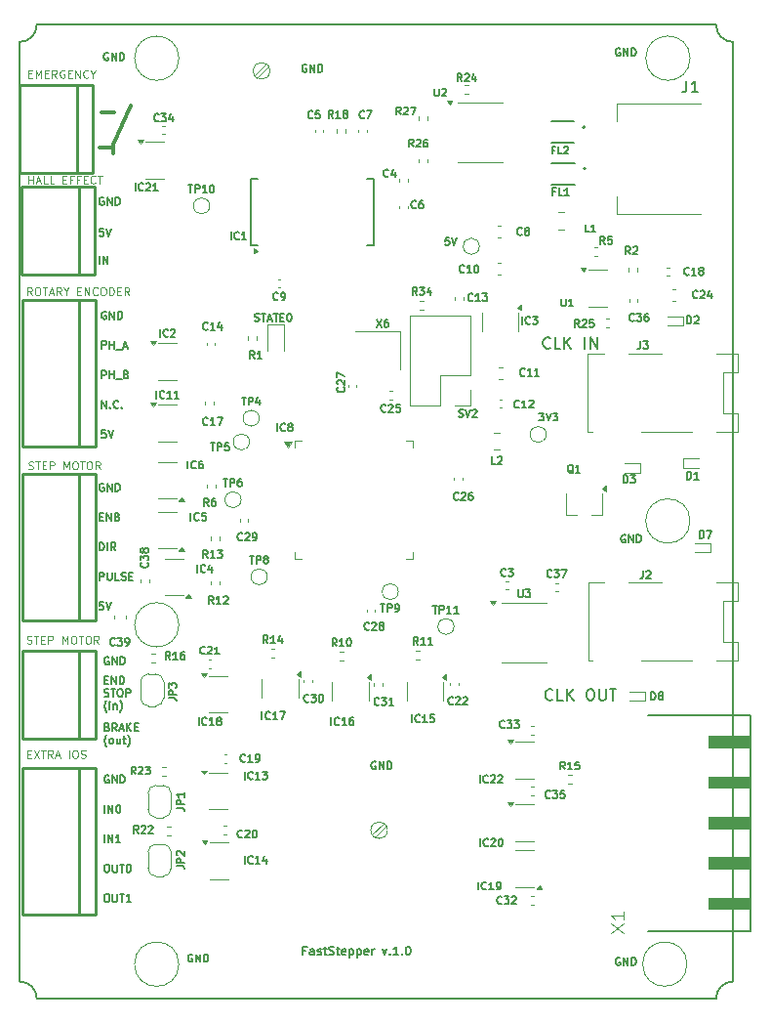
<source format=gbr>
%TF.GenerationSoftware,KiCad,Pcbnew,9.0.2*%
%TF.CreationDate,2025-07-11T15:34:56+01:00*%
%TF.ProjectId,FastStepper,46617374-5374-4657-9070-65722e6b6963,rev?*%
%TF.SameCoordinates,PX71f712cPY8e18f40*%
%TF.FileFunction,Legend,Top*%
%TF.FilePolarity,Positive*%
%FSLAX46Y46*%
G04 Gerber Fmt 4.6, Leading zero omitted, Abs format (unit mm)*
G04 Created by KiCad (PCBNEW 9.0.2) date 2025-07-11 15:34:56*
%MOMM*%
%LPD*%
G01*
G04 APERTURE LIST*
%ADD10C,0.304800*%
%ADD11C,0.138176*%
%ADD12C,0.121920*%
%ADD13C,0.182880*%
%ADD14C,0.200000*%
%ADD15C,0.152400*%
%ADD16C,0.150000*%
%ADD17C,0.101600*%
%ADD18C,0.120000*%
%ADD19C,0.254000*%
%ADD20C,0.100000*%
%ADD21C,0.127000*%
%ADD22C,0.203200*%
%ADD23C,0.000000*%
%TA.AperFunction,Profile*%
%ADD24C,0.152400*%
%TD*%
%TA.AperFunction,Profile*%
%ADD25C,0.150000*%
%TD*%
G04 APERTURE END LIST*
D10*
X7112000Y76801400D02*
X8255000Y76801400D01*
X8128000Y74007400D02*
X9652000Y77436400D01*
X6985000Y73753400D02*
X8128000Y73753400D01*
X8128000Y73245400D02*
X8128000Y74007400D01*
D11*
X7601861Y23529229D02*
X7698236Y23497104D01*
X7698236Y23497104D02*
X7730361Y23464979D01*
X7730361Y23464979D02*
X7762486Y23400729D01*
X7762486Y23400729D02*
X7762486Y23304354D01*
X7762486Y23304354D02*
X7730361Y23240104D01*
X7730361Y23240104D02*
X7698236Y23207979D01*
X7698236Y23207979D02*
X7633986Y23175855D01*
X7633986Y23175855D02*
X7376986Y23175855D01*
X7376986Y23175855D02*
X7376986Y23850479D01*
X7376986Y23850479D02*
X7601861Y23850479D01*
X7601861Y23850479D02*
X7666111Y23818354D01*
X7666111Y23818354D02*
X7698236Y23786229D01*
X7698236Y23786229D02*
X7730361Y23721979D01*
X7730361Y23721979D02*
X7730361Y23657729D01*
X7730361Y23657729D02*
X7698236Y23593479D01*
X7698236Y23593479D02*
X7666111Y23561354D01*
X7666111Y23561354D02*
X7601861Y23529229D01*
X7601861Y23529229D02*
X7376986Y23529229D01*
X8437110Y23175855D02*
X8212235Y23497104D01*
X8051610Y23175855D02*
X8051610Y23850479D01*
X8051610Y23850479D02*
X8308610Y23850479D01*
X8308610Y23850479D02*
X8372860Y23818354D01*
X8372860Y23818354D02*
X8404985Y23786229D01*
X8404985Y23786229D02*
X8437110Y23721979D01*
X8437110Y23721979D02*
X8437110Y23625604D01*
X8437110Y23625604D02*
X8404985Y23561354D01*
X8404985Y23561354D02*
X8372860Y23529229D01*
X8372860Y23529229D02*
X8308610Y23497104D01*
X8308610Y23497104D02*
X8051610Y23497104D01*
X8694109Y23368604D02*
X9015359Y23368604D01*
X8629859Y23175855D02*
X8854734Y23850479D01*
X8854734Y23850479D02*
X9079609Y23175855D01*
X9304483Y23175855D02*
X9304483Y23850479D01*
X9689983Y23175855D02*
X9400858Y23561354D01*
X9689983Y23850479D02*
X9304483Y23464979D01*
X9979107Y23529229D02*
X10203982Y23529229D01*
X10300357Y23175855D02*
X9979107Y23175855D01*
X9979107Y23175855D02*
X9979107Y23850479D01*
X9979107Y23850479D02*
X10300357Y23850479D01*
X7569736Y21832748D02*
X7537611Y21864873D01*
X7537611Y21864873D02*
X7473361Y21961248D01*
X7473361Y21961248D02*
X7441236Y22025498D01*
X7441236Y22025498D02*
X7409111Y22121872D01*
X7409111Y22121872D02*
X7376986Y22282497D01*
X7376986Y22282497D02*
X7376986Y22410997D01*
X7376986Y22410997D02*
X7409111Y22571622D01*
X7409111Y22571622D02*
X7441236Y22667997D01*
X7441236Y22667997D02*
X7473361Y22732247D01*
X7473361Y22732247D02*
X7537611Y22828621D01*
X7537611Y22828621D02*
X7569736Y22860746D01*
X7923110Y22089748D02*
X7858860Y22121872D01*
X7858860Y22121872D02*
X7826735Y22153997D01*
X7826735Y22153997D02*
X7794610Y22218247D01*
X7794610Y22218247D02*
X7794610Y22410997D01*
X7794610Y22410997D02*
X7826735Y22475247D01*
X7826735Y22475247D02*
X7858860Y22507372D01*
X7858860Y22507372D02*
X7923110Y22539497D01*
X7923110Y22539497D02*
X8019485Y22539497D01*
X8019485Y22539497D02*
X8083735Y22507372D01*
X8083735Y22507372D02*
X8115860Y22475247D01*
X8115860Y22475247D02*
X8147985Y22410997D01*
X8147985Y22410997D02*
X8147985Y22218247D01*
X8147985Y22218247D02*
X8115860Y22153997D01*
X8115860Y22153997D02*
X8083735Y22121872D01*
X8083735Y22121872D02*
X8019485Y22089748D01*
X8019485Y22089748D02*
X7923110Y22089748D01*
X8726234Y22539497D02*
X8726234Y22089748D01*
X8437109Y22539497D02*
X8437109Y22186122D01*
X8437109Y22186122D02*
X8469234Y22121872D01*
X8469234Y22121872D02*
X8533484Y22089748D01*
X8533484Y22089748D02*
X8629859Y22089748D01*
X8629859Y22089748D02*
X8694109Y22121872D01*
X8694109Y22121872D02*
X8726234Y22153997D01*
X8951108Y22539497D02*
X9208108Y22539497D01*
X9047483Y22764372D02*
X9047483Y22186122D01*
X9047483Y22186122D02*
X9079608Y22121872D01*
X9079608Y22121872D02*
X9143858Y22089748D01*
X9143858Y22089748D02*
X9208108Y22089748D01*
X9368732Y21832748D02*
X9400857Y21864873D01*
X9400857Y21864873D02*
X9465107Y21961248D01*
X9465107Y21961248D02*
X9497232Y22025498D01*
X9497232Y22025498D02*
X9529357Y22121872D01*
X9529357Y22121872D02*
X9561482Y22282497D01*
X9561482Y22282497D02*
X9561482Y22410997D01*
X9561482Y22410997D02*
X9529357Y22571622D01*
X9529357Y22571622D02*
X9497232Y22667997D01*
X9497232Y22667997D02*
X9465107Y22732247D01*
X9465107Y22732247D02*
X9400857Y22828621D01*
X9400857Y22828621D02*
X9368732Y22860746D01*
D12*
X685705Y21219180D02*
X915998Y21219180D01*
X1014695Y20857290D02*
X685705Y20857290D01*
X685705Y20857290D02*
X685705Y21548170D01*
X685705Y21548170D02*
X1014695Y21548170D01*
X1244989Y21548170D02*
X1705575Y20857290D01*
X1705575Y21548170D02*
X1244989Y20857290D01*
X1870071Y21548170D02*
X2264859Y21548170D01*
X2067465Y20857290D02*
X2067465Y21548170D01*
X2889941Y20857290D02*
X2659648Y21186281D01*
X2495153Y20857290D02*
X2495153Y21548170D01*
X2495153Y21548170D02*
X2758345Y21548170D01*
X2758345Y21548170D02*
X2824143Y21515271D01*
X2824143Y21515271D02*
X2857042Y21482372D01*
X2857042Y21482372D02*
X2889941Y21416574D01*
X2889941Y21416574D02*
X2889941Y21317877D01*
X2889941Y21317877D02*
X2857042Y21252079D01*
X2857042Y21252079D02*
X2824143Y21219180D01*
X2824143Y21219180D02*
X2758345Y21186281D01*
X2758345Y21186281D02*
X2495153Y21186281D01*
X3153134Y21054685D02*
X3482124Y21054685D01*
X3087336Y20857290D02*
X3317629Y21548170D01*
X3317629Y21548170D02*
X3547922Y20857290D01*
X4304601Y20857290D02*
X4304601Y21548170D01*
X4765187Y21548170D02*
X4896783Y21548170D01*
X4896783Y21548170D02*
X4962581Y21515271D01*
X4962581Y21515271D02*
X5028379Y21449473D01*
X5028379Y21449473D02*
X5061278Y21317877D01*
X5061278Y21317877D02*
X5061278Y21087584D01*
X5061278Y21087584D02*
X5028379Y20955988D01*
X5028379Y20955988D02*
X4962581Y20890189D01*
X4962581Y20890189D02*
X4896783Y20857290D01*
X4896783Y20857290D02*
X4765187Y20857290D01*
X4765187Y20857290D02*
X4699389Y20890189D01*
X4699389Y20890189D02*
X4633591Y20955988D01*
X4633591Y20955988D02*
X4600692Y21087584D01*
X4600692Y21087584D02*
X4600692Y21317877D01*
X4600692Y21317877D02*
X4633591Y21449473D01*
X4633591Y21449473D02*
X4699389Y21515271D01*
X4699389Y21515271D02*
X4765187Y21548170D01*
X5324471Y20890189D02*
X5423168Y20857290D01*
X5423168Y20857290D02*
X5587663Y20857290D01*
X5587663Y20857290D02*
X5653461Y20890189D01*
X5653461Y20890189D02*
X5686360Y20923089D01*
X5686360Y20923089D02*
X5719259Y20988887D01*
X5719259Y20988887D02*
X5719259Y21054685D01*
X5719259Y21054685D02*
X5686360Y21120483D01*
X5686360Y21120483D02*
X5653461Y21153382D01*
X5653461Y21153382D02*
X5587663Y21186281D01*
X5587663Y21186281D02*
X5456067Y21219180D01*
X5456067Y21219180D02*
X5390269Y21252079D01*
X5390269Y21252079D02*
X5357370Y21284978D01*
X5357370Y21284978D02*
X5324471Y21350776D01*
X5324471Y21350776D02*
X5324471Y21416574D01*
X5324471Y21416574D02*
X5357370Y21482372D01*
X5357370Y21482372D02*
X5390269Y21515271D01*
X5390269Y21515271D02*
X5456067Y21548170D01*
X5456067Y21548170D02*
X5620562Y21548170D01*
X5620562Y21548170D02*
X5719259Y21515271D01*
D11*
X7303804Y44632247D02*
X7239554Y44664372D01*
X7239554Y44664372D02*
X7143179Y44664372D01*
X7143179Y44664372D02*
X7046804Y44632247D01*
X7046804Y44632247D02*
X6982554Y44567997D01*
X6982554Y44567997D02*
X6950429Y44503747D01*
X6950429Y44503747D02*
X6918304Y44375247D01*
X6918304Y44375247D02*
X6918304Y44278872D01*
X6918304Y44278872D02*
X6950429Y44150372D01*
X6950429Y44150372D02*
X6982554Y44086122D01*
X6982554Y44086122D02*
X7046804Y44021872D01*
X7046804Y44021872D02*
X7143179Y43989748D01*
X7143179Y43989748D02*
X7207429Y43989748D01*
X7207429Y43989748D02*
X7303804Y44021872D01*
X7303804Y44021872D02*
X7335929Y44053997D01*
X7335929Y44053997D02*
X7335929Y44278872D01*
X7335929Y44278872D02*
X7207429Y44278872D01*
X7625053Y43989748D02*
X7625053Y44664372D01*
X7625053Y44664372D02*
X8010553Y43989748D01*
X8010553Y43989748D02*
X8010553Y44664372D01*
X8331802Y43989748D02*
X8331802Y44664372D01*
X8331802Y44664372D02*
X8492427Y44664372D01*
X8492427Y44664372D02*
X8588802Y44632247D01*
X8588802Y44632247D02*
X8653052Y44567997D01*
X8653052Y44567997D02*
X8685177Y44503747D01*
X8685177Y44503747D02*
X8717302Y44375247D01*
X8717302Y44375247D02*
X8717302Y44278872D01*
X8717302Y44278872D02*
X8685177Y44150372D01*
X8685177Y44150372D02*
X8653052Y44086122D01*
X8653052Y44086122D02*
X8588802Y44021872D01*
X8588802Y44021872D02*
X8492427Y43989748D01*
X8492427Y43989748D02*
X8331802Y43989748D01*
X7303804Y69432247D02*
X7239554Y69464372D01*
X7239554Y69464372D02*
X7143179Y69464372D01*
X7143179Y69464372D02*
X7046804Y69432247D01*
X7046804Y69432247D02*
X6982554Y69367997D01*
X6982554Y69367997D02*
X6950429Y69303747D01*
X6950429Y69303747D02*
X6918304Y69175247D01*
X6918304Y69175247D02*
X6918304Y69078872D01*
X6918304Y69078872D02*
X6950429Y68950372D01*
X6950429Y68950372D02*
X6982554Y68886122D01*
X6982554Y68886122D02*
X7046804Y68821872D01*
X7046804Y68821872D02*
X7143179Y68789748D01*
X7143179Y68789748D02*
X7207429Y68789748D01*
X7207429Y68789748D02*
X7303804Y68821872D01*
X7303804Y68821872D02*
X7335929Y68853997D01*
X7335929Y68853997D02*
X7335929Y69078872D01*
X7335929Y69078872D02*
X7207429Y69078872D01*
X7625053Y68789748D02*
X7625053Y69464372D01*
X7625053Y69464372D02*
X8010553Y68789748D01*
X8010553Y68789748D02*
X8010553Y69464372D01*
X8331802Y68789748D02*
X8331802Y69464372D01*
X8331802Y69464372D02*
X8492427Y69464372D01*
X8492427Y69464372D02*
X8588802Y69432247D01*
X8588802Y69432247D02*
X8653052Y69367997D01*
X8653052Y69367997D02*
X8685177Y69303747D01*
X8685177Y69303747D02*
X8717302Y69175247D01*
X8717302Y69175247D02*
X8717302Y69078872D01*
X8717302Y69078872D02*
X8685177Y68950372D01*
X8685177Y68950372D02*
X8653052Y68886122D01*
X8653052Y68886122D02*
X8588802Y68821872D01*
X8588802Y68821872D02*
X8492427Y68789748D01*
X8492427Y68789748D02*
X8331802Y68789748D01*
D13*
X24837226Y4182211D02*
X24593386Y4182211D01*
X24593386Y3799034D02*
X24593386Y4530554D01*
X24593386Y4530554D02*
X24941729Y4530554D01*
X25533912Y3799034D02*
X25533912Y4182211D01*
X25533912Y4182211D02*
X25499077Y4251880D01*
X25499077Y4251880D02*
X25429409Y4286714D01*
X25429409Y4286714D02*
X25290072Y4286714D01*
X25290072Y4286714D02*
X25220403Y4251880D01*
X25533912Y3833868D02*
X25464243Y3799034D01*
X25464243Y3799034D02*
X25290072Y3799034D01*
X25290072Y3799034D02*
X25220403Y3833868D01*
X25220403Y3833868D02*
X25185569Y3903537D01*
X25185569Y3903537D02*
X25185569Y3973206D01*
X25185569Y3973206D02*
X25220403Y4042874D01*
X25220403Y4042874D02*
X25290072Y4077708D01*
X25290072Y4077708D02*
X25464243Y4077708D01*
X25464243Y4077708D02*
X25533912Y4112543D01*
X25847420Y3833868D02*
X25917088Y3799034D01*
X25917088Y3799034D02*
X26056425Y3799034D01*
X26056425Y3799034D02*
X26126094Y3833868D01*
X26126094Y3833868D02*
X26160928Y3903537D01*
X26160928Y3903537D02*
X26160928Y3938371D01*
X26160928Y3938371D02*
X26126094Y4008040D01*
X26126094Y4008040D02*
X26056425Y4042874D01*
X26056425Y4042874D02*
X25951923Y4042874D01*
X25951923Y4042874D02*
X25882254Y4077708D01*
X25882254Y4077708D02*
X25847420Y4147377D01*
X25847420Y4147377D02*
X25847420Y4182211D01*
X25847420Y4182211D02*
X25882254Y4251880D01*
X25882254Y4251880D02*
X25951923Y4286714D01*
X25951923Y4286714D02*
X26056425Y4286714D01*
X26056425Y4286714D02*
X26126094Y4251880D01*
X26369934Y4286714D02*
X26648608Y4286714D01*
X26474437Y4530554D02*
X26474437Y3903537D01*
X26474437Y3903537D02*
X26509271Y3833868D01*
X26509271Y3833868D02*
X26578940Y3799034D01*
X26578940Y3799034D02*
X26648608Y3799034D01*
X26857614Y3833868D02*
X26962117Y3799034D01*
X26962117Y3799034D02*
X27136288Y3799034D01*
X27136288Y3799034D02*
X27205957Y3833868D01*
X27205957Y3833868D02*
X27240791Y3868703D01*
X27240791Y3868703D02*
X27275625Y3938371D01*
X27275625Y3938371D02*
X27275625Y4008040D01*
X27275625Y4008040D02*
X27240791Y4077708D01*
X27240791Y4077708D02*
X27205957Y4112543D01*
X27205957Y4112543D02*
X27136288Y4147377D01*
X27136288Y4147377D02*
X26996951Y4182211D01*
X26996951Y4182211D02*
X26927282Y4217046D01*
X26927282Y4217046D02*
X26892448Y4251880D01*
X26892448Y4251880D02*
X26857614Y4321548D01*
X26857614Y4321548D02*
X26857614Y4391217D01*
X26857614Y4391217D02*
X26892448Y4460886D01*
X26892448Y4460886D02*
X26927282Y4495720D01*
X26927282Y4495720D02*
X26996951Y4530554D01*
X26996951Y4530554D02*
X27171122Y4530554D01*
X27171122Y4530554D02*
X27275625Y4495720D01*
X27484631Y4286714D02*
X27763305Y4286714D01*
X27589134Y4530554D02*
X27589134Y3903537D01*
X27589134Y3903537D02*
X27623968Y3833868D01*
X27623968Y3833868D02*
X27693637Y3799034D01*
X27693637Y3799034D02*
X27763305Y3799034D01*
X28285819Y3833868D02*
X28216151Y3799034D01*
X28216151Y3799034D02*
X28076814Y3799034D01*
X28076814Y3799034D02*
X28007145Y3833868D01*
X28007145Y3833868D02*
X27972311Y3903537D01*
X27972311Y3903537D02*
X27972311Y4182211D01*
X27972311Y4182211D02*
X28007145Y4251880D01*
X28007145Y4251880D02*
X28076814Y4286714D01*
X28076814Y4286714D02*
X28216151Y4286714D01*
X28216151Y4286714D02*
X28285819Y4251880D01*
X28285819Y4251880D02*
X28320654Y4182211D01*
X28320654Y4182211D02*
X28320654Y4112543D01*
X28320654Y4112543D02*
X27972311Y4042874D01*
X28634162Y4286714D02*
X28634162Y3555194D01*
X28634162Y4251880D02*
X28703831Y4286714D01*
X28703831Y4286714D02*
X28843168Y4286714D01*
X28843168Y4286714D02*
X28912836Y4251880D01*
X28912836Y4251880D02*
X28947671Y4217046D01*
X28947671Y4217046D02*
X28982505Y4147377D01*
X28982505Y4147377D02*
X28982505Y3938371D01*
X28982505Y3938371D02*
X28947671Y3868703D01*
X28947671Y3868703D02*
X28912836Y3833868D01*
X28912836Y3833868D02*
X28843168Y3799034D01*
X28843168Y3799034D02*
X28703831Y3799034D01*
X28703831Y3799034D02*
X28634162Y3833868D01*
X29296013Y4286714D02*
X29296013Y3555194D01*
X29296013Y4251880D02*
X29365682Y4286714D01*
X29365682Y4286714D02*
X29505019Y4286714D01*
X29505019Y4286714D02*
X29574687Y4251880D01*
X29574687Y4251880D02*
X29609522Y4217046D01*
X29609522Y4217046D02*
X29644356Y4147377D01*
X29644356Y4147377D02*
X29644356Y3938371D01*
X29644356Y3938371D02*
X29609522Y3868703D01*
X29609522Y3868703D02*
X29574687Y3833868D01*
X29574687Y3833868D02*
X29505019Y3799034D01*
X29505019Y3799034D02*
X29365682Y3799034D01*
X29365682Y3799034D02*
X29296013Y3833868D01*
X30236538Y3833868D02*
X30166870Y3799034D01*
X30166870Y3799034D02*
X30027533Y3799034D01*
X30027533Y3799034D02*
X29957864Y3833868D01*
X29957864Y3833868D02*
X29923030Y3903537D01*
X29923030Y3903537D02*
X29923030Y4182211D01*
X29923030Y4182211D02*
X29957864Y4251880D01*
X29957864Y4251880D02*
X30027533Y4286714D01*
X30027533Y4286714D02*
X30166870Y4286714D01*
X30166870Y4286714D02*
X30236538Y4251880D01*
X30236538Y4251880D02*
X30271373Y4182211D01*
X30271373Y4182211D02*
X30271373Y4112543D01*
X30271373Y4112543D02*
X29923030Y4042874D01*
X30584881Y3799034D02*
X30584881Y4286714D01*
X30584881Y4147377D02*
X30619715Y4217046D01*
X30619715Y4217046D02*
X30654550Y4251880D01*
X30654550Y4251880D02*
X30724218Y4286714D01*
X30724218Y4286714D02*
X30793887Y4286714D01*
X31525407Y4286714D02*
X31699579Y3799034D01*
X31699579Y3799034D02*
X31873750Y4286714D01*
X32152425Y3868703D02*
X32187259Y3833868D01*
X32187259Y3833868D02*
X32152425Y3799034D01*
X32152425Y3799034D02*
X32117591Y3833868D01*
X32117591Y3833868D02*
X32152425Y3868703D01*
X32152425Y3868703D02*
X32152425Y3799034D01*
X32883945Y3799034D02*
X32465934Y3799034D01*
X32674939Y3799034D02*
X32674939Y4530554D01*
X32674939Y4530554D02*
X32605271Y4426051D01*
X32605271Y4426051D02*
X32535602Y4356383D01*
X32535602Y4356383D02*
X32465934Y4321548D01*
X33197454Y3868703D02*
X33232288Y3833868D01*
X33232288Y3833868D02*
X33197454Y3799034D01*
X33197454Y3799034D02*
X33162620Y3833868D01*
X33162620Y3833868D02*
X33197454Y3868703D01*
X33197454Y3868703D02*
X33197454Y3799034D01*
X33685134Y4530554D02*
X33754803Y4530554D01*
X33754803Y4530554D02*
X33824471Y4495720D01*
X33824471Y4495720D02*
X33859306Y4460886D01*
X33859306Y4460886D02*
X33894140Y4391217D01*
X33894140Y4391217D02*
X33928974Y4251880D01*
X33928974Y4251880D02*
X33928974Y4077708D01*
X33928974Y4077708D02*
X33894140Y3938371D01*
X33894140Y3938371D02*
X33859306Y3868703D01*
X33859306Y3868703D02*
X33824471Y3833868D01*
X33824471Y3833868D02*
X33754803Y3799034D01*
X33754803Y3799034D02*
X33685134Y3799034D01*
X33685134Y3799034D02*
X33615466Y3833868D01*
X33615466Y3833868D02*
X33580631Y3868703D01*
X33580631Y3868703D02*
X33545797Y3938371D01*
X33545797Y3938371D02*
X33510963Y4077708D01*
X33510963Y4077708D02*
X33510963Y4251880D01*
X33510963Y4251880D02*
X33545797Y4391217D01*
X33545797Y4391217D02*
X33580631Y4460886D01*
X33580631Y4460886D02*
X33615466Y4495720D01*
X33615466Y4495720D02*
X33685134Y4530554D01*
D12*
X1080493Y60949290D02*
X850200Y61278281D01*
X685705Y60949290D02*
X685705Y61640170D01*
X685705Y61640170D02*
X948897Y61640170D01*
X948897Y61640170D02*
X1014695Y61607271D01*
X1014695Y61607271D02*
X1047594Y61574372D01*
X1047594Y61574372D02*
X1080493Y61508574D01*
X1080493Y61508574D02*
X1080493Y61409877D01*
X1080493Y61409877D02*
X1047594Y61344079D01*
X1047594Y61344079D02*
X1014695Y61311180D01*
X1014695Y61311180D02*
X948897Y61278281D01*
X948897Y61278281D02*
X685705Y61278281D01*
X1508181Y61640170D02*
X1639777Y61640170D01*
X1639777Y61640170D02*
X1705575Y61607271D01*
X1705575Y61607271D02*
X1771373Y61541473D01*
X1771373Y61541473D02*
X1804272Y61409877D01*
X1804272Y61409877D02*
X1804272Y61179584D01*
X1804272Y61179584D02*
X1771373Y61047988D01*
X1771373Y61047988D02*
X1705575Y60982189D01*
X1705575Y60982189D02*
X1639777Y60949290D01*
X1639777Y60949290D02*
X1508181Y60949290D01*
X1508181Y60949290D02*
X1442383Y60982189D01*
X1442383Y60982189D02*
X1376585Y61047988D01*
X1376585Y61047988D02*
X1343686Y61179584D01*
X1343686Y61179584D02*
X1343686Y61409877D01*
X1343686Y61409877D02*
X1376585Y61541473D01*
X1376585Y61541473D02*
X1442383Y61607271D01*
X1442383Y61607271D02*
X1508181Y61640170D01*
X2001667Y61640170D02*
X2396455Y61640170D01*
X2199061Y60949290D02*
X2199061Y61640170D01*
X2593850Y61146685D02*
X2922840Y61146685D01*
X2528052Y60949290D02*
X2758345Y61640170D01*
X2758345Y61640170D02*
X2988638Y60949290D01*
X3613720Y60949290D02*
X3383427Y61278281D01*
X3218932Y60949290D02*
X3218932Y61640170D01*
X3218932Y61640170D02*
X3482124Y61640170D01*
X3482124Y61640170D02*
X3547922Y61607271D01*
X3547922Y61607271D02*
X3580821Y61574372D01*
X3580821Y61574372D02*
X3613720Y61508574D01*
X3613720Y61508574D02*
X3613720Y61409877D01*
X3613720Y61409877D02*
X3580821Y61344079D01*
X3580821Y61344079D02*
X3547922Y61311180D01*
X3547922Y61311180D02*
X3482124Y61278281D01*
X3482124Y61278281D02*
X3218932Y61278281D01*
X4041408Y61278281D02*
X4041408Y60949290D01*
X3811115Y61640170D02*
X4041408Y61278281D01*
X4041408Y61278281D02*
X4271701Y61640170D01*
X5028380Y61311180D02*
X5258673Y61311180D01*
X5357370Y60949290D02*
X5028380Y60949290D01*
X5028380Y60949290D02*
X5028380Y61640170D01*
X5028380Y61640170D02*
X5357370Y61640170D01*
X5653462Y60949290D02*
X5653462Y61640170D01*
X5653462Y61640170D02*
X6048250Y60949290D01*
X6048250Y60949290D02*
X6048250Y61640170D01*
X6772029Y61015089D02*
X6739130Y60982189D01*
X6739130Y60982189D02*
X6640433Y60949290D01*
X6640433Y60949290D02*
X6574635Y60949290D01*
X6574635Y60949290D02*
X6475938Y60982189D01*
X6475938Y60982189D02*
X6410140Y61047988D01*
X6410140Y61047988D02*
X6377241Y61113786D01*
X6377241Y61113786D02*
X6344342Y61245382D01*
X6344342Y61245382D02*
X6344342Y61344079D01*
X6344342Y61344079D02*
X6377241Y61475675D01*
X6377241Y61475675D02*
X6410140Y61541473D01*
X6410140Y61541473D02*
X6475938Y61607271D01*
X6475938Y61607271D02*
X6574635Y61640170D01*
X6574635Y61640170D02*
X6640433Y61640170D01*
X6640433Y61640170D02*
X6739130Y61607271D01*
X6739130Y61607271D02*
X6772029Y61574372D01*
X7199717Y61640170D02*
X7331313Y61640170D01*
X7331313Y61640170D02*
X7397111Y61607271D01*
X7397111Y61607271D02*
X7462909Y61541473D01*
X7462909Y61541473D02*
X7495808Y61409877D01*
X7495808Y61409877D02*
X7495808Y61179584D01*
X7495808Y61179584D02*
X7462909Y61047988D01*
X7462909Y61047988D02*
X7397111Y60982189D01*
X7397111Y60982189D02*
X7331313Y60949290D01*
X7331313Y60949290D02*
X7199717Y60949290D01*
X7199717Y60949290D02*
X7133919Y60982189D01*
X7133919Y60982189D02*
X7068121Y61047988D01*
X7068121Y61047988D02*
X7035222Y61179584D01*
X7035222Y61179584D02*
X7035222Y61409877D01*
X7035222Y61409877D02*
X7068121Y61541473D01*
X7068121Y61541473D02*
X7133919Y61607271D01*
X7133919Y61607271D02*
X7199717Y61640170D01*
X7791900Y60949290D02*
X7791900Y61640170D01*
X7791900Y61640170D02*
X7956395Y61640170D01*
X7956395Y61640170D02*
X8055092Y61607271D01*
X8055092Y61607271D02*
X8120890Y61541473D01*
X8120890Y61541473D02*
X8153789Y61475675D01*
X8153789Y61475675D02*
X8186688Y61344079D01*
X8186688Y61344079D02*
X8186688Y61245382D01*
X8186688Y61245382D02*
X8153789Y61113786D01*
X8153789Y61113786D02*
X8120890Y61047988D01*
X8120890Y61047988D02*
X8055092Y60982189D01*
X8055092Y60982189D02*
X7956395Y60949290D01*
X7956395Y60949290D02*
X7791900Y60949290D01*
X8482780Y61311180D02*
X8713073Y61311180D01*
X8811770Y60949290D02*
X8482780Y60949290D01*
X8482780Y60949290D02*
X8482780Y61640170D01*
X8482780Y61640170D02*
X8811770Y61640170D01*
X9502650Y60949290D02*
X9272357Y61278281D01*
X9107862Y60949290D02*
X9107862Y61640170D01*
X9107862Y61640170D02*
X9371054Y61640170D01*
X9371054Y61640170D02*
X9436852Y61607271D01*
X9436852Y61607271D02*
X9469751Y61574372D01*
X9469751Y61574372D02*
X9502650Y61508574D01*
X9502650Y61508574D02*
X9502650Y61409877D01*
X9502650Y61409877D02*
X9469751Y61344079D01*
X9469751Y61344079D02*
X9436852Y61311180D01*
X9436852Y61311180D02*
X9371054Y61278281D01*
X9371054Y61278281D02*
X9107862Y61278281D01*
D11*
X7505486Y11639372D02*
X7633986Y11639372D01*
X7633986Y11639372D02*
X7698236Y11607247D01*
X7698236Y11607247D02*
X7762486Y11542997D01*
X7762486Y11542997D02*
X7794611Y11414497D01*
X7794611Y11414497D02*
X7794611Y11189622D01*
X7794611Y11189622D02*
X7762486Y11061122D01*
X7762486Y11061122D02*
X7698236Y10996872D01*
X7698236Y10996872D02*
X7633986Y10964748D01*
X7633986Y10964748D02*
X7505486Y10964748D01*
X7505486Y10964748D02*
X7441236Y10996872D01*
X7441236Y10996872D02*
X7376986Y11061122D01*
X7376986Y11061122D02*
X7344861Y11189622D01*
X7344861Y11189622D02*
X7344861Y11414497D01*
X7344861Y11414497D02*
X7376986Y11542997D01*
X7376986Y11542997D02*
X7441236Y11607247D01*
X7441236Y11607247D02*
X7505486Y11639372D01*
X8083735Y11639372D02*
X8083735Y11093247D01*
X8083735Y11093247D02*
X8115860Y11028997D01*
X8115860Y11028997D02*
X8147985Y10996872D01*
X8147985Y10996872D02*
X8212235Y10964748D01*
X8212235Y10964748D02*
X8340735Y10964748D01*
X8340735Y10964748D02*
X8404985Y10996872D01*
X8404985Y10996872D02*
X8437110Y11028997D01*
X8437110Y11028997D02*
X8469235Y11093247D01*
X8469235Y11093247D02*
X8469235Y11639372D01*
X8694109Y11639372D02*
X9079609Y11639372D01*
X8886859Y10964748D02*
X8886859Y11639372D01*
X9432983Y11639372D02*
X9497233Y11639372D01*
X9497233Y11639372D02*
X9561483Y11607247D01*
X9561483Y11607247D02*
X9593608Y11575122D01*
X9593608Y11575122D02*
X9625733Y11510872D01*
X9625733Y11510872D02*
X9657858Y11382372D01*
X9657858Y11382372D02*
X9657858Y11221747D01*
X9657858Y11221747D02*
X9625733Y11093247D01*
X9625733Y11093247D02*
X9593608Y11028997D01*
X9593608Y11028997D02*
X9561483Y10996872D01*
X9561483Y10996872D02*
X9497233Y10964748D01*
X9497233Y10964748D02*
X9432983Y10964748D01*
X9432983Y10964748D02*
X9368733Y10996872D01*
X9368733Y10996872D02*
X9336608Y11028997D01*
X9336608Y11028997D02*
X9304483Y11093247D01*
X9304483Y11093247D02*
X9272358Y11221747D01*
X9272358Y11221747D02*
X9272358Y11382372D01*
X9272358Y11382372D02*
X9304483Y11510872D01*
X9304483Y11510872D02*
X9336608Y11575122D01*
X9336608Y11575122D02*
X9368733Y11607247D01*
X9368733Y11607247D02*
X9432983Y11639372D01*
D14*
X46040001Y56428020D02*
X45992382Y56380400D01*
X45992382Y56380400D02*
X45849525Y56332781D01*
X45849525Y56332781D02*
X45754287Y56332781D01*
X45754287Y56332781D02*
X45611430Y56380400D01*
X45611430Y56380400D02*
X45516192Y56475639D01*
X45516192Y56475639D02*
X45468573Y56570877D01*
X45468573Y56570877D02*
X45420954Y56761353D01*
X45420954Y56761353D02*
X45420954Y56904210D01*
X45420954Y56904210D02*
X45468573Y57094686D01*
X45468573Y57094686D02*
X45516192Y57189924D01*
X45516192Y57189924D02*
X45611430Y57285162D01*
X45611430Y57285162D02*
X45754287Y57332781D01*
X45754287Y57332781D02*
X45849525Y57332781D01*
X45849525Y57332781D02*
X45992382Y57285162D01*
X45992382Y57285162D02*
X46040001Y57237543D01*
X46944763Y56332781D02*
X46468573Y56332781D01*
X46468573Y56332781D02*
X46468573Y57332781D01*
X47278097Y56332781D02*
X47278097Y57332781D01*
X47849525Y56332781D02*
X47420954Y56904210D01*
X47849525Y57332781D02*
X47278097Y56761353D01*
X49040002Y56332781D02*
X49040002Y57332781D01*
X49516192Y56332781D02*
X49516192Y57332781D01*
X49516192Y57332781D02*
X50087620Y56332781D01*
X50087620Y56332781D02*
X50087620Y57332781D01*
D11*
X6950429Y41768122D02*
X7175304Y41768122D01*
X7271679Y41414748D02*
X6950429Y41414748D01*
X6950429Y41414748D02*
X6950429Y42089372D01*
X6950429Y42089372D02*
X7271679Y42089372D01*
X7560803Y41414748D02*
X7560803Y42089372D01*
X7560803Y42089372D02*
X7946303Y41414748D01*
X7946303Y41414748D02*
X7946303Y42089372D01*
X8492427Y41768122D02*
X8588802Y41735997D01*
X8588802Y41735997D02*
X8620927Y41703872D01*
X8620927Y41703872D02*
X8653052Y41639622D01*
X8653052Y41639622D02*
X8653052Y41543247D01*
X8653052Y41543247D02*
X8620927Y41478997D01*
X8620927Y41478997D02*
X8588802Y41446872D01*
X8588802Y41446872D02*
X8524552Y41414748D01*
X8524552Y41414748D02*
X8267552Y41414748D01*
X8267552Y41414748D02*
X8267552Y42089372D01*
X8267552Y42089372D02*
X8492427Y42089372D01*
X8492427Y42089372D02*
X8556677Y42057247D01*
X8556677Y42057247D02*
X8588802Y42025122D01*
X8588802Y42025122D02*
X8620927Y41960872D01*
X8620927Y41960872D02*
X8620927Y41896622D01*
X8620927Y41896622D02*
X8588802Y41832372D01*
X8588802Y41832372D02*
X8556677Y41800247D01*
X8556677Y41800247D02*
X8492427Y41768122D01*
X8492427Y41768122D02*
X8267552Y41768122D01*
X7376986Y13539748D02*
X7376986Y14214372D01*
X7698236Y13539748D02*
X7698236Y14214372D01*
X7698236Y14214372D02*
X8083736Y13539748D01*
X8083736Y13539748D02*
X8083736Y14214372D01*
X8758360Y13539748D02*
X8372860Y13539748D01*
X8565610Y13539748D02*
X8565610Y14214372D01*
X8565610Y14214372D02*
X8501360Y14117997D01*
X8501360Y14117997D02*
X8437110Y14053747D01*
X8437110Y14053747D02*
X8372860Y14021622D01*
X7271679Y34364372D02*
X6950429Y34364372D01*
X6950429Y34364372D02*
X6918304Y34043122D01*
X6918304Y34043122D02*
X6950429Y34075247D01*
X6950429Y34075247D02*
X7014679Y34107372D01*
X7014679Y34107372D02*
X7175304Y34107372D01*
X7175304Y34107372D02*
X7239554Y34075247D01*
X7239554Y34075247D02*
X7271679Y34043122D01*
X7271679Y34043122D02*
X7303804Y33978872D01*
X7303804Y33978872D02*
X7303804Y33818247D01*
X7303804Y33818247D02*
X7271679Y33753997D01*
X7271679Y33753997D02*
X7239554Y33721872D01*
X7239554Y33721872D02*
X7175304Y33689748D01*
X7175304Y33689748D02*
X7014679Y33689748D01*
X7014679Y33689748D02*
X6950429Y33721872D01*
X6950429Y33721872D02*
X6918304Y33753997D01*
X7496553Y34364372D02*
X7721428Y33689748D01*
X7721428Y33689748D02*
X7946303Y34364372D01*
D12*
X793605Y70640890D02*
X793605Y71331770D01*
X793605Y71002780D02*
X1188393Y71002780D01*
X1188393Y70640890D02*
X1188393Y71331770D01*
X1484485Y70838285D02*
X1813475Y70838285D01*
X1418687Y70640890D02*
X1648980Y71331770D01*
X1648980Y71331770D02*
X1879273Y70640890D01*
X2438557Y70640890D02*
X2109567Y70640890D01*
X2109567Y70640890D02*
X2109567Y71331770D01*
X2997841Y70640890D02*
X2668851Y70640890D01*
X2668851Y70640890D02*
X2668851Y71331770D01*
X3754520Y71002780D02*
X3984813Y71002780D01*
X4083510Y70640890D02*
X3754520Y70640890D01*
X3754520Y70640890D02*
X3754520Y71331770D01*
X3754520Y71331770D02*
X4083510Y71331770D01*
X4609895Y71002780D02*
X4379602Y71002780D01*
X4379602Y70640890D02*
X4379602Y71331770D01*
X4379602Y71331770D02*
X4708592Y71331770D01*
X5202078Y71002780D02*
X4971785Y71002780D01*
X4971785Y70640890D02*
X4971785Y71331770D01*
X4971785Y71331770D02*
X5300775Y71331770D01*
X5563968Y71002780D02*
X5794261Y71002780D01*
X5892958Y70640890D02*
X5563968Y70640890D01*
X5563968Y70640890D02*
X5563968Y71331770D01*
X5563968Y71331770D02*
X5892958Y71331770D01*
X6583838Y70706689D02*
X6550939Y70673789D01*
X6550939Y70673789D02*
X6452242Y70640890D01*
X6452242Y70640890D02*
X6386444Y70640890D01*
X6386444Y70640890D02*
X6287747Y70673789D01*
X6287747Y70673789D02*
X6221949Y70739588D01*
X6221949Y70739588D02*
X6189050Y70805386D01*
X6189050Y70805386D02*
X6156151Y70936982D01*
X6156151Y70936982D02*
X6156151Y71035679D01*
X6156151Y71035679D02*
X6189050Y71167275D01*
X6189050Y71167275D02*
X6221949Y71233073D01*
X6221949Y71233073D02*
X6287747Y71298871D01*
X6287747Y71298871D02*
X6386444Y71331770D01*
X6386444Y71331770D02*
X6452242Y71331770D01*
X6452242Y71331770D02*
X6550939Y71298871D01*
X6550939Y71298871D02*
X6583838Y71265972D01*
X6781233Y71331770D02*
X7176021Y71331770D01*
X6978627Y70640890D02*
X6978627Y71331770D01*
D11*
X7471679Y49264372D02*
X7150429Y49264372D01*
X7150429Y49264372D02*
X7118304Y48943122D01*
X7118304Y48943122D02*
X7150429Y48975247D01*
X7150429Y48975247D02*
X7214679Y49007372D01*
X7214679Y49007372D02*
X7375304Y49007372D01*
X7375304Y49007372D02*
X7439554Y48975247D01*
X7439554Y48975247D02*
X7471679Y48943122D01*
X7471679Y48943122D02*
X7503804Y48878872D01*
X7503804Y48878872D02*
X7503804Y48718247D01*
X7503804Y48718247D02*
X7471679Y48653997D01*
X7471679Y48653997D02*
X7439554Y48621872D01*
X7439554Y48621872D02*
X7375304Y48589748D01*
X7375304Y48589748D02*
X7214679Y48589748D01*
X7214679Y48589748D02*
X7150429Y48621872D01*
X7150429Y48621872D02*
X7118304Y48653997D01*
X7696553Y49264372D02*
X7921428Y48589748D01*
X7921428Y48589748D02*
X8146303Y49264372D01*
X7150429Y56314748D02*
X7150429Y56989372D01*
X7150429Y56989372D02*
X7407429Y56989372D01*
X7407429Y56989372D02*
X7471679Y56957247D01*
X7471679Y56957247D02*
X7503804Y56925122D01*
X7503804Y56925122D02*
X7535929Y56860872D01*
X7535929Y56860872D02*
X7535929Y56764497D01*
X7535929Y56764497D02*
X7503804Y56700247D01*
X7503804Y56700247D02*
X7471679Y56668122D01*
X7471679Y56668122D02*
X7407429Y56635997D01*
X7407429Y56635997D02*
X7150429Y56635997D01*
X7825053Y56314748D02*
X7825053Y56989372D01*
X7825053Y56668122D02*
X8210553Y56668122D01*
X8210553Y56314748D02*
X8210553Y56989372D01*
X8371178Y56250498D02*
X8885177Y56250498D01*
X9013676Y56507497D02*
X9334926Y56507497D01*
X8949426Y56314748D02*
X9174301Y56989372D01*
X9174301Y56989372D02*
X9399176Y56314748D01*
D12*
X652806Y30796189D02*
X751503Y30763290D01*
X751503Y30763290D02*
X915998Y30763290D01*
X915998Y30763290D02*
X981796Y30796189D01*
X981796Y30796189D02*
X1014695Y30829089D01*
X1014695Y30829089D02*
X1047594Y30894887D01*
X1047594Y30894887D02*
X1047594Y30960685D01*
X1047594Y30960685D02*
X1014695Y31026483D01*
X1014695Y31026483D02*
X981796Y31059382D01*
X981796Y31059382D02*
X915998Y31092281D01*
X915998Y31092281D02*
X784402Y31125180D01*
X784402Y31125180D02*
X718604Y31158079D01*
X718604Y31158079D02*
X685705Y31190978D01*
X685705Y31190978D02*
X652806Y31256776D01*
X652806Y31256776D02*
X652806Y31322574D01*
X652806Y31322574D02*
X685705Y31388372D01*
X685705Y31388372D02*
X718604Y31421271D01*
X718604Y31421271D02*
X784402Y31454170D01*
X784402Y31454170D02*
X948897Y31454170D01*
X948897Y31454170D02*
X1047594Y31421271D01*
X1244989Y31454170D02*
X1639777Y31454170D01*
X1442383Y30763290D02*
X1442383Y31454170D01*
X1870071Y31125180D02*
X2100364Y31125180D01*
X2199061Y30763290D02*
X1870071Y30763290D01*
X1870071Y30763290D02*
X1870071Y31454170D01*
X1870071Y31454170D02*
X2199061Y31454170D01*
X2495153Y30763290D02*
X2495153Y31454170D01*
X2495153Y31454170D02*
X2758345Y31454170D01*
X2758345Y31454170D02*
X2824143Y31421271D01*
X2824143Y31421271D02*
X2857042Y31388372D01*
X2857042Y31388372D02*
X2889941Y31322574D01*
X2889941Y31322574D02*
X2889941Y31223877D01*
X2889941Y31223877D02*
X2857042Y31158079D01*
X2857042Y31158079D02*
X2824143Y31125180D01*
X2824143Y31125180D02*
X2758345Y31092281D01*
X2758345Y31092281D02*
X2495153Y31092281D01*
X3712418Y30763290D02*
X3712418Y31454170D01*
X3712418Y31454170D02*
X3942711Y30960685D01*
X3942711Y30960685D02*
X4173004Y31454170D01*
X4173004Y31454170D02*
X4173004Y30763290D01*
X4633591Y31454170D02*
X4765187Y31454170D01*
X4765187Y31454170D02*
X4830985Y31421271D01*
X4830985Y31421271D02*
X4896783Y31355473D01*
X4896783Y31355473D02*
X4929682Y31223877D01*
X4929682Y31223877D02*
X4929682Y30993584D01*
X4929682Y30993584D02*
X4896783Y30861988D01*
X4896783Y30861988D02*
X4830985Y30796189D01*
X4830985Y30796189D02*
X4765187Y30763290D01*
X4765187Y30763290D02*
X4633591Y30763290D01*
X4633591Y30763290D02*
X4567793Y30796189D01*
X4567793Y30796189D02*
X4501995Y30861988D01*
X4501995Y30861988D02*
X4469096Y30993584D01*
X4469096Y30993584D02*
X4469096Y31223877D01*
X4469096Y31223877D02*
X4501995Y31355473D01*
X4501995Y31355473D02*
X4567793Y31421271D01*
X4567793Y31421271D02*
X4633591Y31454170D01*
X5127077Y31454170D02*
X5521865Y31454170D01*
X5324471Y30763290D02*
X5324471Y31454170D01*
X5883755Y31454170D02*
X6015351Y31454170D01*
X6015351Y31454170D02*
X6081149Y31421271D01*
X6081149Y31421271D02*
X6146947Y31355473D01*
X6146947Y31355473D02*
X6179846Y31223877D01*
X6179846Y31223877D02*
X6179846Y30993584D01*
X6179846Y30993584D02*
X6146947Y30861988D01*
X6146947Y30861988D02*
X6081149Y30796189D01*
X6081149Y30796189D02*
X6015351Y30763290D01*
X6015351Y30763290D02*
X5883755Y30763290D01*
X5883755Y30763290D02*
X5817957Y30796189D01*
X5817957Y30796189D02*
X5752159Y30861988D01*
X5752159Y30861988D02*
X5719260Y30993584D01*
X5719260Y30993584D02*
X5719260Y31223877D01*
X5719260Y31223877D02*
X5752159Y31355473D01*
X5752159Y31355473D02*
X5817957Y31421271D01*
X5817957Y31421271D02*
X5883755Y31454170D01*
X6870726Y30763290D02*
X6640433Y31092281D01*
X6475938Y30763290D02*
X6475938Y31454170D01*
X6475938Y31454170D02*
X6739130Y31454170D01*
X6739130Y31454170D02*
X6804928Y31421271D01*
X6804928Y31421271D02*
X6837827Y31388372D01*
X6837827Y31388372D02*
X6870726Y31322574D01*
X6870726Y31322574D02*
X6870726Y31223877D01*
X6870726Y31223877D02*
X6837827Y31158079D01*
X6837827Y31158079D02*
X6804928Y31125180D01*
X6804928Y31125180D02*
X6739130Y31092281D01*
X6739130Y31092281D02*
X6475938Y31092281D01*
X779806Y45909189D02*
X878503Y45876290D01*
X878503Y45876290D02*
X1042998Y45876290D01*
X1042998Y45876290D02*
X1108796Y45909189D01*
X1108796Y45909189D02*
X1141695Y45942089D01*
X1141695Y45942089D02*
X1174594Y46007887D01*
X1174594Y46007887D02*
X1174594Y46073685D01*
X1174594Y46073685D02*
X1141695Y46139483D01*
X1141695Y46139483D02*
X1108796Y46172382D01*
X1108796Y46172382D02*
X1042998Y46205281D01*
X1042998Y46205281D02*
X911402Y46238180D01*
X911402Y46238180D02*
X845604Y46271079D01*
X845604Y46271079D02*
X812705Y46303978D01*
X812705Y46303978D02*
X779806Y46369776D01*
X779806Y46369776D02*
X779806Y46435574D01*
X779806Y46435574D02*
X812705Y46501372D01*
X812705Y46501372D02*
X845604Y46534271D01*
X845604Y46534271D02*
X911402Y46567170D01*
X911402Y46567170D02*
X1075897Y46567170D01*
X1075897Y46567170D02*
X1174594Y46534271D01*
X1371989Y46567170D02*
X1766777Y46567170D01*
X1569383Y45876290D02*
X1569383Y46567170D01*
X1997071Y46238180D02*
X2227364Y46238180D01*
X2326061Y45876290D02*
X1997071Y45876290D01*
X1997071Y45876290D02*
X1997071Y46567170D01*
X1997071Y46567170D02*
X2326061Y46567170D01*
X2622153Y45876290D02*
X2622153Y46567170D01*
X2622153Y46567170D02*
X2885345Y46567170D01*
X2885345Y46567170D02*
X2951143Y46534271D01*
X2951143Y46534271D02*
X2984042Y46501372D01*
X2984042Y46501372D02*
X3016941Y46435574D01*
X3016941Y46435574D02*
X3016941Y46336877D01*
X3016941Y46336877D02*
X2984042Y46271079D01*
X2984042Y46271079D02*
X2951143Y46238180D01*
X2951143Y46238180D02*
X2885345Y46205281D01*
X2885345Y46205281D02*
X2622153Y46205281D01*
X3839418Y45876290D02*
X3839418Y46567170D01*
X3839418Y46567170D02*
X4069711Y46073685D01*
X4069711Y46073685D02*
X4300004Y46567170D01*
X4300004Y46567170D02*
X4300004Y45876290D01*
X4760591Y46567170D02*
X4892187Y46567170D01*
X4892187Y46567170D02*
X4957985Y46534271D01*
X4957985Y46534271D02*
X5023783Y46468473D01*
X5023783Y46468473D02*
X5056682Y46336877D01*
X5056682Y46336877D02*
X5056682Y46106584D01*
X5056682Y46106584D02*
X5023783Y45974988D01*
X5023783Y45974988D02*
X4957985Y45909189D01*
X4957985Y45909189D02*
X4892187Y45876290D01*
X4892187Y45876290D02*
X4760591Y45876290D01*
X4760591Y45876290D02*
X4694793Y45909189D01*
X4694793Y45909189D02*
X4628995Y45974988D01*
X4628995Y45974988D02*
X4596096Y46106584D01*
X4596096Y46106584D02*
X4596096Y46336877D01*
X4596096Y46336877D02*
X4628995Y46468473D01*
X4628995Y46468473D02*
X4694793Y46534271D01*
X4694793Y46534271D02*
X4760591Y46567170D01*
X5254077Y46567170D02*
X5648865Y46567170D01*
X5451471Y45876290D02*
X5451471Y46567170D01*
X6010755Y46567170D02*
X6142351Y46567170D01*
X6142351Y46567170D02*
X6208149Y46534271D01*
X6208149Y46534271D02*
X6273947Y46468473D01*
X6273947Y46468473D02*
X6306846Y46336877D01*
X6306846Y46336877D02*
X6306846Y46106584D01*
X6306846Y46106584D02*
X6273947Y45974988D01*
X6273947Y45974988D02*
X6208149Y45909189D01*
X6208149Y45909189D02*
X6142351Y45876290D01*
X6142351Y45876290D02*
X6010755Y45876290D01*
X6010755Y45876290D02*
X5944957Y45909189D01*
X5944957Y45909189D02*
X5879159Y45974988D01*
X5879159Y45974988D02*
X5846260Y46106584D01*
X5846260Y46106584D02*
X5846260Y46336877D01*
X5846260Y46336877D02*
X5879159Y46468473D01*
X5879159Y46468473D02*
X5944957Y46534271D01*
X5944957Y46534271D02*
X6010755Y46567170D01*
X6997726Y45876290D02*
X6767433Y46205281D01*
X6602938Y45876290D02*
X6602938Y46567170D01*
X6602938Y46567170D02*
X6866130Y46567170D01*
X6866130Y46567170D02*
X6931928Y46534271D01*
X6931928Y46534271D02*
X6964827Y46501372D01*
X6964827Y46501372D02*
X6997726Y46435574D01*
X6997726Y46435574D02*
X6997726Y46336877D01*
X6997726Y46336877D02*
X6964827Y46271079D01*
X6964827Y46271079D02*
X6931928Y46238180D01*
X6931928Y46238180D02*
X6866130Y46205281D01*
X6866130Y46205281D02*
X6602938Y46205281D01*
D11*
X7503804Y59532247D02*
X7439554Y59564372D01*
X7439554Y59564372D02*
X7343179Y59564372D01*
X7343179Y59564372D02*
X7246804Y59532247D01*
X7246804Y59532247D02*
X7182554Y59467997D01*
X7182554Y59467997D02*
X7150429Y59403747D01*
X7150429Y59403747D02*
X7118304Y59275247D01*
X7118304Y59275247D02*
X7118304Y59178872D01*
X7118304Y59178872D02*
X7150429Y59050372D01*
X7150429Y59050372D02*
X7182554Y58986122D01*
X7182554Y58986122D02*
X7246804Y58921872D01*
X7246804Y58921872D02*
X7343179Y58889748D01*
X7343179Y58889748D02*
X7407429Y58889748D01*
X7407429Y58889748D02*
X7503804Y58921872D01*
X7503804Y58921872D02*
X7535929Y58953997D01*
X7535929Y58953997D02*
X7535929Y59178872D01*
X7535929Y59178872D02*
X7407429Y59178872D01*
X7825053Y58889748D02*
X7825053Y59564372D01*
X7825053Y59564372D02*
X8210553Y58889748D01*
X8210553Y58889748D02*
X8210553Y59564372D01*
X8531802Y58889748D02*
X8531802Y59564372D01*
X8531802Y59564372D02*
X8692427Y59564372D01*
X8692427Y59564372D02*
X8788802Y59532247D01*
X8788802Y59532247D02*
X8853052Y59467997D01*
X8853052Y59467997D02*
X8885177Y59403747D01*
X8885177Y59403747D02*
X8917302Y59275247D01*
X8917302Y59275247D02*
X8917302Y59178872D01*
X8917302Y59178872D02*
X8885177Y59050372D01*
X8885177Y59050372D02*
X8853052Y58986122D01*
X8853052Y58986122D02*
X8788802Y58921872D01*
X8788802Y58921872D02*
X8692427Y58889748D01*
X8692427Y58889748D02*
X8531802Y58889748D01*
D15*
X52095737Y82331364D02*
X52032842Y82362812D01*
X52032842Y82362812D02*
X51938499Y82362812D01*
X51938499Y82362812D02*
X51844156Y82331364D01*
X51844156Y82331364D02*
X51781261Y82268469D01*
X51781261Y82268469D02*
X51749814Y82205574D01*
X51749814Y82205574D02*
X51718366Y82079783D01*
X51718366Y82079783D02*
X51718366Y81985440D01*
X51718366Y81985440D02*
X51749814Y81859650D01*
X51749814Y81859650D02*
X51781261Y81796755D01*
X51781261Y81796755D02*
X51844156Y81733859D01*
X51844156Y81733859D02*
X51938499Y81702412D01*
X51938499Y81702412D02*
X52001395Y81702412D01*
X52001395Y81702412D02*
X52095737Y81733859D01*
X52095737Y81733859D02*
X52127185Y81765307D01*
X52127185Y81765307D02*
X52127185Y81985440D01*
X52127185Y81985440D02*
X52001395Y81985440D01*
X52410214Y81702412D02*
X52410214Y82362812D01*
X52410214Y82362812D02*
X52787585Y81702412D01*
X52787585Y81702412D02*
X52787585Y82362812D01*
X53102062Y81702412D02*
X53102062Y82362812D01*
X53102062Y82362812D02*
X53259300Y82362812D01*
X53259300Y82362812D02*
X53353643Y82331364D01*
X53353643Y82331364D02*
X53416538Y82268469D01*
X53416538Y82268469D02*
X53447985Y82205574D01*
X53447985Y82205574D02*
X53479433Y82079783D01*
X53479433Y82079783D02*
X53479433Y81985440D01*
X53479433Y81985440D02*
X53447985Y81859650D01*
X53447985Y81859650D02*
X53416538Y81796755D01*
X53416538Y81796755D02*
X53353643Y81733859D01*
X53353643Y81733859D02*
X53259300Y81702412D01*
X53259300Y81702412D02*
X53102062Y81702412D01*
D12*
X793605Y80152780D02*
X1023898Y80152780D01*
X1122595Y79790890D02*
X793605Y79790890D01*
X793605Y79790890D02*
X793605Y80481770D01*
X793605Y80481770D02*
X1122595Y80481770D01*
X1418687Y79790890D02*
X1418687Y80481770D01*
X1418687Y80481770D02*
X1648980Y79988285D01*
X1648980Y79988285D02*
X1879273Y80481770D01*
X1879273Y80481770D02*
X1879273Y79790890D01*
X2208264Y80152780D02*
X2438557Y80152780D01*
X2537254Y79790890D02*
X2208264Y79790890D01*
X2208264Y79790890D02*
X2208264Y80481770D01*
X2208264Y80481770D02*
X2537254Y80481770D01*
X3228134Y79790890D02*
X2997841Y80119881D01*
X2833346Y79790890D02*
X2833346Y80481770D01*
X2833346Y80481770D02*
X3096538Y80481770D01*
X3096538Y80481770D02*
X3162336Y80448871D01*
X3162336Y80448871D02*
X3195235Y80415972D01*
X3195235Y80415972D02*
X3228134Y80350174D01*
X3228134Y80350174D02*
X3228134Y80251477D01*
X3228134Y80251477D02*
X3195235Y80185679D01*
X3195235Y80185679D02*
X3162336Y80152780D01*
X3162336Y80152780D02*
X3096538Y80119881D01*
X3096538Y80119881D02*
X2833346Y80119881D01*
X3886115Y80448871D02*
X3820317Y80481770D01*
X3820317Y80481770D02*
X3721620Y80481770D01*
X3721620Y80481770D02*
X3622923Y80448871D01*
X3622923Y80448871D02*
X3557125Y80383073D01*
X3557125Y80383073D02*
X3524226Y80317275D01*
X3524226Y80317275D02*
X3491327Y80185679D01*
X3491327Y80185679D02*
X3491327Y80086982D01*
X3491327Y80086982D02*
X3524226Y79955386D01*
X3524226Y79955386D02*
X3557125Y79889588D01*
X3557125Y79889588D02*
X3622923Y79823789D01*
X3622923Y79823789D02*
X3721620Y79790890D01*
X3721620Y79790890D02*
X3787418Y79790890D01*
X3787418Y79790890D02*
X3886115Y79823789D01*
X3886115Y79823789D02*
X3919014Y79856689D01*
X3919014Y79856689D02*
X3919014Y80086982D01*
X3919014Y80086982D02*
X3787418Y80086982D01*
X4215106Y80152780D02*
X4445399Y80152780D01*
X4544096Y79790890D02*
X4215106Y79790890D01*
X4215106Y79790890D02*
X4215106Y80481770D01*
X4215106Y80481770D02*
X4544096Y80481770D01*
X4840188Y79790890D02*
X4840188Y80481770D01*
X4840188Y80481770D02*
X5234976Y79790890D01*
X5234976Y79790890D02*
X5234976Y80481770D01*
X5958755Y79856689D02*
X5925856Y79823789D01*
X5925856Y79823789D02*
X5827159Y79790890D01*
X5827159Y79790890D02*
X5761361Y79790890D01*
X5761361Y79790890D02*
X5662664Y79823789D01*
X5662664Y79823789D02*
X5596866Y79889588D01*
X5596866Y79889588D02*
X5563967Y79955386D01*
X5563967Y79955386D02*
X5531068Y80086982D01*
X5531068Y80086982D02*
X5531068Y80185679D01*
X5531068Y80185679D02*
X5563967Y80317275D01*
X5563967Y80317275D02*
X5596866Y80383073D01*
X5596866Y80383073D02*
X5662664Y80448871D01*
X5662664Y80448871D02*
X5761361Y80481770D01*
X5761361Y80481770D02*
X5827159Y80481770D01*
X5827159Y80481770D02*
X5925856Y80448871D01*
X5925856Y80448871D02*
X5958755Y80415972D01*
X6386443Y80119881D02*
X6386443Y79790890D01*
X6156150Y80481770D02*
X6386443Y80119881D01*
X6386443Y80119881D02*
X6616736Y80481770D01*
D15*
X30895737Y20531364D02*
X30832842Y20562812D01*
X30832842Y20562812D02*
X30738499Y20562812D01*
X30738499Y20562812D02*
X30644156Y20531364D01*
X30644156Y20531364D02*
X30581261Y20468469D01*
X30581261Y20468469D02*
X30549814Y20405574D01*
X30549814Y20405574D02*
X30518366Y20279783D01*
X30518366Y20279783D02*
X30518366Y20185440D01*
X30518366Y20185440D02*
X30549814Y20059650D01*
X30549814Y20059650D02*
X30581261Y19996755D01*
X30581261Y19996755D02*
X30644156Y19933859D01*
X30644156Y19933859D02*
X30738499Y19902412D01*
X30738499Y19902412D02*
X30801395Y19902412D01*
X30801395Y19902412D02*
X30895737Y19933859D01*
X30895737Y19933859D02*
X30927185Y19965307D01*
X30927185Y19965307D02*
X30927185Y20185440D01*
X30927185Y20185440D02*
X30801395Y20185440D01*
X31210214Y19902412D02*
X31210214Y20562812D01*
X31210214Y20562812D02*
X31587585Y19902412D01*
X31587585Y19902412D02*
X31587585Y20562812D01*
X31902062Y19902412D02*
X31902062Y20562812D01*
X31902062Y20562812D02*
X32059300Y20562812D01*
X32059300Y20562812D02*
X32153643Y20531364D01*
X32153643Y20531364D02*
X32216538Y20468469D01*
X32216538Y20468469D02*
X32247985Y20405574D01*
X32247985Y20405574D02*
X32279433Y20279783D01*
X32279433Y20279783D02*
X32279433Y20185440D01*
X32279433Y20185440D02*
X32247985Y20059650D01*
X32247985Y20059650D02*
X32216538Y19996755D01*
X32216538Y19996755D02*
X32153643Y19933859D01*
X32153643Y19933859D02*
X32059300Y19902412D01*
X32059300Y19902412D02*
X31902062Y19902412D01*
X14995737Y3831364D02*
X14932842Y3862812D01*
X14932842Y3862812D02*
X14838499Y3862812D01*
X14838499Y3862812D02*
X14744156Y3831364D01*
X14744156Y3831364D02*
X14681261Y3768469D01*
X14681261Y3768469D02*
X14649814Y3705574D01*
X14649814Y3705574D02*
X14618366Y3579783D01*
X14618366Y3579783D02*
X14618366Y3485440D01*
X14618366Y3485440D02*
X14649814Y3359650D01*
X14649814Y3359650D02*
X14681261Y3296755D01*
X14681261Y3296755D02*
X14744156Y3233859D01*
X14744156Y3233859D02*
X14838499Y3202412D01*
X14838499Y3202412D02*
X14901395Y3202412D01*
X14901395Y3202412D02*
X14995737Y3233859D01*
X14995737Y3233859D02*
X15027185Y3265307D01*
X15027185Y3265307D02*
X15027185Y3485440D01*
X15027185Y3485440D02*
X14901395Y3485440D01*
X15310214Y3202412D02*
X15310214Y3862812D01*
X15310214Y3862812D02*
X15687585Y3202412D01*
X15687585Y3202412D02*
X15687585Y3862812D01*
X16002062Y3202412D02*
X16002062Y3862812D01*
X16002062Y3862812D02*
X16159300Y3862812D01*
X16159300Y3862812D02*
X16253643Y3831364D01*
X16253643Y3831364D02*
X16316538Y3768469D01*
X16316538Y3768469D02*
X16347985Y3705574D01*
X16347985Y3705574D02*
X16379433Y3579783D01*
X16379433Y3579783D02*
X16379433Y3485440D01*
X16379433Y3485440D02*
X16347985Y3359650D01*
X16347985Y3359650D02*
X16316538Y3296755D01*
X16316538Y3296755D02*
X16253643Y3233859D01*
X16253643Y3233859D02*
X16159300Y3202412D01*
X16159300Y3202412D02*
X16002062Y3202412D01*
D11*
X7730361Y19332247D02*
X7666111Y19364372D01*
X7666111Y19364372D02*
X7569736Y19364372D01*
X7569736Y19364372D02*
X7473361Y19332247D01*
X7473361Y19332247D02*
X7409111Y19267997D01*
X7409111Y19267997D02*
X7376986Y19203747D01*
X7376986Y19203747D02*
X7344861Y19075247D01*
X7344861Y19075247D02*
X7344861Y18978872D01*
X7344861Y18978872D02*
X7376986Y18850372D01*
X7376986Y18850372D02*
X7409111Y18786122D01*
X7409111Y18786122D02*
X7473361Y18721872D01*
X7473361Y18721872D02*
X7569736Y18689748D01*
X7569736Y18689748D02*
X7633986Y18689748D01*
X7633986Y18689748D02*
X7730361Y18721872D01*
X7730361Y18721872D02*
X7762486Y18753997D01*
X7762486Y18753997D02*
X7762486Y18978872D01*
X7762486Y18978872D02*
X7633986Y18978872D01*
X8051610Y18689748D02*
X8051610Y19364372D01*
X8051610Y19364372D02*
X8437110Y18689748D01*
X8437110Y18689748D02*
X8437110Y19364372D01*
X8758359Y18689748D02*
X8758359Y19364372D01*
X8758359Y19364372D02*
X8918984Y19364372D01*
X8918984Y19364372D02*
X9015359Y19332247D01*
X9015359Y19332247D02*
X9079609Y19267997D01*
X9079609Y19267997D02*
X9111734Y19203747D01*
X9111734Y19203747D02*
X9143859Y19075247D01*
X9143859Y19075247D02*
X9143859Y18978872D01*
X9143859Y18978872D02*
X9111734Y18850372D01*
X9111734Y18850372D02*
X9079609Y18786122D01*
X9079609Y18786122D02*
X9015359Y18721872D01*
X9015359Y18721872D02*
X8918984Y18689748D01*
X8918984Y18689748D02*
X8758359Y18689748D01*
X7376986Y16114748D02*
X7376986Y16789372D01*
X7698236Y16114748D02*
X7698236Y16789372D01*
X7698236Y16789372D02*
X8083736Y16114748D01*
X8083736Y16114748D02*
X8083736Y16789372D01*
X8533485Y16789372D02*
X8597735Y16789372D01*
X8597735Y16789372D02*
X8661985Y16757247D01*
X8661985Y16757247D02*
X8694110Y16725122D01*
X8694110Y16725122D02*
X8726235Y16660872D01*
X8726235Y16660872D02*
X8758360Y16532372D01*
X8758360Y16532372D02*
X8758360Y16371747D01*
X8758360Y16371747D02*
X8726235Y16243247D01*
X8726235Y16243247D02*
X8694110Y16178997D01*
X8694110Y16178997D02*
X8661985Y16146872D01*
X8661985Y16146872D02*
X8597735Y16114748D01*
X8597735Y16114748D02*
X8533485Y16114748D01*
X8533485Y16114748D02*
X8469235Y16146872D01*
X8469235Y16146872D02*
X8437110Y16178997D01*
X8437110Y16178997D02*
X8404985Y16243247D01*
X8404985Y16243247D02*
X8372860Y16371747D01*
X8372860Y16371747D02*
X8372860Y16532372D01*
X8372860Y16532372D02*
X8404985Y16660872D01*
X8404985Y16660872D02*
X8437110Y16725122D01*
X8437110Y16725122D02*
X8469235Y16757247D01*
X8469235Y16757247D02*
X8533485Y16789372D01*
X7505486Y9064372D02*
X7633986Y9064372D01*
X7633986Y9064372D02*
X7698236Y9032247D01*
X7698236Y9032247D02*
X7762486Y8967997D01*
X7762486Y8967997D02*
X7794611Y8839497D01*
X7794611Y8839497D02*
X7794611Y8614622D01*
X7794611Y8614622D02*
X7762486Y8486122D01*
X7762486Y8486122D02*
X7698236Y8421872D01*
X7698236Y8421872D02*
X7633986Y8389748D01*
X7633986Y8389748D02*
X7505486Y8389748D01*
X7505486Y8389748D02*
X7441236Y8421872D01*
X7441236Y8421872D02*
X7376986Y8486122D01*
X7376986Y8486122D02*
X7344861Y8614622D01*
X7344861Y8614622D02*
X7344861Y8839497D01*
X7344861Y8839497D02*
X7376986Y8967997D01*
X7376986Y8967997D02*
X7441236Y9032247D01*
X7441236Y9032247D02*
X7505486Y9064372D01*
X8083735Y9064372D02*
X8083735Y8518247D01*
X8083735Y8518247D02*
X8115860Y8453997D01*
X8115860Y8453997D02*
X8147985Y8421872D01*
X8147985Y8421872D02*
X8212235Y8389748D01*
X8212235Y8389748D02*
X8340735Y8389748D01*
X8340735Y8389748D02*
X8404985Y8421872D01*
X8404985Y8421872D02*
X8437110Y8453997D01*
X8437110Y8453997D02*
X8469235Y8518247D01*
X8469235Y8518247D02*
X8469235Y9064372D01*
X8694109Y9064372D02*
X9079609Y9064372D01*
X8886859Y8389748D02*
X8886859Y9064372D01*
X9657858Y8389748D02*
X9272358Y8389748D01*
X9465108Y8389748D02*
X9465108Y9064372D01*
X9465108Y9064372D02*
X9400858Y8967997D01*
X9400858Y8967997D02*
X9336608Y8903747D01*
X9336608Y8903747D02*
X9272358Y8871622D01*
D15*
X37273110Y65962812D02*
X36958634Y65962812D01*
X36958634Y65962812D02*
X36927186Y65648336D01*
X36927186Y65648336D02*
X36958634Y65679783D01*
X36958634Y65679783D02*
X37021529Y65711231D01*
X37021529Y65711231D02*
X37178767Y65711231D01*
X37178767Y65711231D02*
X37241662Y65679783D01*
X37241662Y65679783D02*
X37273110Y65648336D01*
X37273110Y65648336D02*
X37304557Y65585440D01*
X37304557Y65585440D02*
X37304557Y65428202D01*
X37304557Y65428202D02*
X37273110Y65365307D01*
X37273110Y65365307D02*
X37241662Y65333859D01*
X37241662Y65333859D02*
X37178767Y65302412D01*
X37178767Y65302412D02*
X37021529Y65302412D01*
X37021529Y65302412D02*
X36958634Y65333859D01*
X36958634Y65333859D02*
X36927186Y65365307D01*
X37493243Y65962812D02*
X37713376Y65302412D01*
X37713376Y65302412D02*
X37933509Y65962812D01*
X45081262Y50762812D02*
X45490081Y50762812D01*
X45490081Y50762812D02*
X45269948Y50511231D01*
X45269948Y50511231D02*
X45364291Y50511231D01*
X45364291Y50511231D02*
X45427186Y50479783D01*
X45427186Y50479783D02*
X45458634Y50448336D01*
X45458634Y50448336D02*
X45490081Y50385440D01*
X45490081Y50385440D02*
X45490081Y50228202D01*
X45490081Y50228202D02*
X45458634Y50165307D01*
X45458634Y50165307D02*
X45427186Y50133859D01*
X45427186Y50133859D02*
X45364291Y50102412D01*
X45364291Y50102412D02*
X45175605Y50102412D01*
X45175605Y50102412D02*
X45112710Y50133859D01*
X45112710Y50133859D02*
X45081262Y50165307D01*
X45678767Y50762812D02*
X45898900Y50102412D01*
X45898900Y50102412D02*
X46119033Y50762812D01*
X46276271Y50762812D02*
X46685090Y50762812D01*
X46685090Y50762812D02*
X46464957Y50511231D01*
X46464957Y50511231D02*
X46559300Y50511231D01*
X46559300Y50511231D02*
X46622195Y50479783D01*
X46622195Y50479783D02*
X46653643Y50448336D01*
X46653643Y50448336D02*
X46685090Y50385440D01*
X46685090Y50385440D02*
X46685090Y50228202D01*
X46685090Y50228202D02*
X46653643Y50165307D01*
X46653643Y50165307D02*
X46622195Y50133859D01*
X46622195Y50133859D02*
X46559300Y50102412D01*
X46559300Y50102412D02*
X46370614Y50102412D01*
X46370614Y50102412D02*
X46307719Y50133859D01*
X46307719Y50133859D02*
X46276271Y50165307D01*
D14*
X46240001Y25928020D02*
X46192382Y25880400D01*
X46192382Y25880400D02*
X46049525Y25832781D01*
X46049525Y25832781D02*
X45954287Y25832781D01*
X45954287Y25832781D02*
X45811430Y25880400D01*
X45811430Y25880400D02*
X45716192Y25975639D01*
X45716192Y25975639D02*
X45668573Y26070877D01*
X45668573Y26070877D02*
X45620954Y26261353D01*
X45620954Y26261353D02*
X45620954Y26404210D01*
X45620954Y26404210D02*
X45668573Y26594686D01*
X45668573Y26594686D02*
X45716192Y26689924D01*
X45716192Y26689924D02*
X45811430Y26785162D01*
X45811430Y26785162D02*
X45954287Y26832781D01*
X45954287Y26832781D02*
X46049525Y26832781D01*
X46049525Y26832781D02*
X46192382Y26785162D01*
X46192382Y26785162D02*
X46240001Y26737543D01*
X47144763Y25832781D02*
X46668573Y25832781D01*
X46668573Y25832781D02*
X46668573Y26832781D01*
X47478097Y25832781D02*
X47478097Y26832781D01*
X48049525Y25832781D02*
X47620954Y26404210D01*
X48049525Y26832781D02*
X47478097Y26261353D01*
X49430478Y26832781D02*
X49620954Y26832781D01*
X49620954Y26832781D02*
X49716192Y26785162D01*
X49716192Y26785162D02*
X49811430Y26689924D01*
X49811430Y26689924D02*
X49859049Y26499448D01*
X49859049Y26499448D02*
X49859049Y26166115D01*
X49859049Y26166115D02*
X49811430Y25975639D01*
X49811430Y25975639D02*
X49716192Y25880400D01*
X49716192Y25880400D02*
X49620954Y25832781D01*
X49620954Y25832781D02*
X49430478Y25832781D01*
X49430478Y25832781D02*
X49335240Y25880400D01*
X49335240Y25880400D02*
X49240002Y25975639D01*
X49240002Y25975639D02*
X49192383Y26166115D01*
X49192383Y26166115D02*
X49192383Y26499448D01*
X49192383Y26499448D02*
X49240002Y26689924D01*
X49240002Y26689924D02*
X49335240Y26785162D01*
X49335240Y26785162D02*
X49430478Y26832781D01*
X50287621Y26832781D02*
X50287621Y26023258D01*
X50287621Y26023258D02*
X50335240Y25928020D01*
X50335240Y25928020D02*
X50382859Y25880400D01*
X50382859Y25880400D02*
X50478097Y25832781D01*
X50478097Y25832781D02*
X50668573Y25832781D01*
X50668573Y25832781D02*
X50763811Y25880400D01*
X50763811Y25880400D02*
X50811430Y25928020D01*
X50811430Y25928020D02*
X50859049Y26023258D01*
X50859049Y26023258D02*
X50859049Y26832781D01*
X51192383Y26832781D02*
X51763811Y26832781D01*
X51478097Y25832781D02*
X51478097Y26832781D01*
D11*
X6950429Y36264748D02*
X6950429Y36939372D01*
X6950429Y36939372D02*
X7207429Y36939372D01*
X7207429Y36939372D02*
X7271679Y36907247D01*
X7271679Y36907247D02*
X7303804Y36875122D01*
X7303804Y36875122D02*
X7335929Y36810872D01*
X7335929Y36810872D02*
X7335929Y36714497D01*
X7335929Y36714497D02*
X7303804Y36650247D01*
X7303804Y36650247D02*
X7271679Y36618122D01*
X7271679Y36618122D02*
X7207429Y36585997D01*
X7207429Y36585997D02*
X6950429Y36585997D01*
X7625053Y36939372D02*
X7625053Y36393247D01*
X7625053Y36393247D02*
X7657178Y36328997D01*
X7657178Y36328997D02*
X7689303Y36296872D01*
X7689303Y36296872D02*
X7753553Y36264748D01*
X7753553Y36264748D02*
X7882053Y36264748D01*
X7882053Y36264748D02*
X7946303Y36296872D01*
X7946303Y36296872D02*
X7978428Y36328997D01*
X7978428Y36328997D02*
X8010553Y36393247D01*
X8010553Y36393247D02*
X8010553Y36939372D01*
X8653052Y36264748D02*
X8331802Y36264748D01*
X8331802Y36264748D02*
X8331802Y36939372D01*
X8845801Y36296872D02*
X8942176Y36264748D01*
X8942176Y36264748D02*
X9102801Y36264748D01*
X9102801Y36264748D02*
X9167051Y36296872D01*
X9167051Y36296872D02*
X9199176Y36328997D01*
X9199176Y36328997D02*
X9231301Y36393247D01*
X9231301Y36393247D02*
X9231301Y36457497D01*
X9231301Y36457497D02*
X9199176Y36521747D01*
X9199176Y36521747D02*
X9167051Y36553872D01*
X9167051Y36553872D02*
X9102801Y36585997D01*
X9102801Y36585997D02*
X8974301Y36618122D01*
X8974301Y36618122D02*
X8910051Y36650247D01*
X8910051Y36650247D02*
X8877926Y36682372D01*
X8877926Y36682372D02*
X8845801Y36746622D01*
X8845801Y36746622D02*
X8845801Y36810872D01*
X8845801Y36810872D02*
X8877926Y36875122D01*
X8877926Y36875122D02*
X8910051Y36907247D01*
X8910051Y36907247D02*
X8974301Y36939372D01*
X8974301Y36939372D02*
X9134926Y36939372D01*
X9134926Y36939372D02*
X9231301Y36907247D01*
X9520425Y36618122D02*
X9745300Y36618122D01*
X9841675Y36264748D02*
X9520425Y36264748D01*
X9520425Y36264748D02*
X9520425Y36939372D01*
X9520425Y36939372D02*
X9841675Y36939372D01*
X7150429Y53739748D02*
X7150429Y54414372D01*
X7150429Y54414372D02*
X7407429Y54414372D01*
X7407429Y54414372D02*
X7471679Y54382247D01*
X7471679Y54382247D02*
X7503804Y54350122D01*
X7503804Y54350122D02*
X7535929Y54285872D01*
X7535929Y54285872D02*
X7535929Y54189497D01*
X7535929Y54189497D02*
X7503804Y54125247D01*
X7503804Y54125247D02*
X7471679Y54093122D01*
X7471679Y54093122D02*
X7407429Y54060997D01*
X7407429Y54060997D02*
X7150429Y54060997D01*
X7825053Y53739748D02*
X7825053Y54414372D01*
X7825053Y54093122D02*
X8210553Y54093122D01*
X8210553Y53739748D02*
X8210553Y54414372D01*
X8371178Y53675498D02*
X8885177Y53675498D01*
X9270676Y54093122D02*
X9367051Y54060997D01*
X9367051Y54060997D02*
X9399176Y54028872D01*
X9399176Y54028872D02*
X9431301Y53964622D01*
X9431301Y53964622D02*
X9431301Y53868247D01*
X9431301Y53868247D02*
X9399176Y53803997D01*
X9399176Y53803997D02*
X9367051Y53771872D01*
X9367051Y53771872D02*
X9302801Y53739748D01*
X9302801Y53739748D02*
X9045801Y53739748D01*
X9045801Y53739748D02*
X9045801Y54414372D01*
X9045801Y54414372D02*
X9270676Y54414372D01*
X9270676Y54414372D02*
X9334926Y54382247D01*
X9334926Y54382247D02*
X9367051Y54350122D01*
X9367051Y54350122D02*
X9399176Y54285872D01*
X9399176Y54285872D02*
X9399176Y54221622D01*
X9399176Y54221622D02*
X9367051Y54157372D01*
X9367051Y54157372D02*
X9334926Y54125247D01*
X9334926Y54125247D02*
X9270676Y54093122D01*
X9270676Y54093122D02*
X9045801Y54093122D01*
X6950429Y38839748D02*
X6950429Y39514372D01*
X6950429Y39514372D02*
X7111054Y39514372D01*
X7111054Y39514372D02*
X7207429Y39482247D01*
X7207429Y39482247D02*
X7271679Y39417997D01*
X7271679Y39417997D02*
X7303804Y39353747D01*
X7303804Y39353747D02*
X7335929Y39225247D01*
X7335929Y39225247D02*
X7335929Y39128872D01*
X7335929Y39128872D02*
X7303804Y39000372D01*
X7303804Y39000372D02*
X7271679Y38936122D01*
X7271679Y38936122D02*
X7207429Y38871872D01*
X7207429Y38871872D02*
X7111054Y38839748D01*
X7111054Y38839748D02*
X6950429Y38839748D01*
X7625053Y38839748D02*
X7625053Y39514372D01*
X8331803Y38839748D02*
X8106928Y39160997D01*
X7946303Y38839748D02*
X7946303Y39514372D01*
X7946303Y39514372D02*
X8203303Y39514372D01*
X8203303Y39514372D02*
X8267553Y39482247D01*
X8267553Y39482247D02*
X8299678Y39450122D01*
X8299678Y39450122D02*
X8331803Y39385872D01*
X8331803Y39385872D02*
X8331803Y39289497D01*
X8331803Y39289497D02*
X8299678Y39225247D01*
X8299678Y39225247D02*
X8267553Y39193122D01*
X8267553Y39193122D02*
X8203303Y39160997D01*
X8203303Y39160997D02*
X7946303Y39160997D01*
X7150429Y51164748D02*
X7150429Y51839372D01*
X7150429Y51839372D02*
X7535929Y51164748D01*
X7535929Y51164748D02*
X7535929Y51839372D01*
X7857178Y51228997D02*
X7889303Y51196872D01*
X7889303Y51196872D02*
X7857178Y51164748D01*
X7857178Y51164748D02*
X7825053Y51196872D01*
X7825053Y51196872D02*
X7857178Y51228997D01*
X7857178Y51228997D02*
X7857178Y51164748D01*
X8563928Y51228997D02*
X8531803Y51196872D01*
X8531803Y51196872D02*
X8435428Y51164748D01*
X8435428Y51164748D02*
X8371178Y51164748D01*
X8371178Y51164748D02*
X8274803Y51196872D01*
X8274803Y51196872D02*
X8210553Y51261122D01*
X8210553Y51261122D02*
X8178428Y51325372D01*
X8178428Y51325372D02*
X8146303Y51453872D01*
X8146303Y51453872D02*
X8146303Y51550247D01*
X8146303Y51550247D02*
X8178428Y51678747D01*
X8178428Y51678747D02*
X8210553Y51742997D01*
X8210553Y51742997D02*
X8274803Y51807247D01*
X8274803Y51807247D02*
X8371178Y51839372D01*
X8371178Y51839372D02*
X8435428Y51839372D01*
X8435428Y51839372D02*
X8531803Y51807247D01*
X8531803Y51807247D02*
X8563928Y51775122D01*
X8853052Y51228997D02*
X8885177Y51196872D01*
X8885177Y51196872D02*
X8853052Y51164748D01*
X8853052Y51164748D02*
X8820927Y51196872D01*
X8820927Y51196872D02*
X8853052Y51228997D01*
X8853052Y51228997D02*
X8853052Y51164748D01*
D15*
X24895737Y80931364D02*
X24832842Y80962812D01*
X24832842Y80962812D02*
X24738499Y80962812D01*
X24738499Y80962812D02*
X24644156Y80931364D01*
X24644156Y80931364D02*
X24581261Y80868469D01*
X24581261Y80868469D02*
X24549814Y80805574D01*
X24549814Y80805574D02*
X24518366Y80679783D01*
X24518366Y80679783D02*
X24518366Y80585440D01*
X24518366Y80585440D02*
X24549814Y80459650D01*
X24549814Y80459650D02*
X24581261Y80396755D01*
X24581261Y80396755D02*
X24644156Y80333859D01*
X24644156Y80333859D02*
X24738499Y80302412D01*
X24738499Y80302412D02*
X24801395Y80302412D01*
X24801395Y80302412D02*
X24895737Y80333859D01*
X24895737Y80333859D02*
X24927185Y80365307D01*
X24927185Y80365307D02*
X24927185Y80585440D01*
X24927185Y80585440D02*
X24801395Y80585440D01*
X25210214Y80302412D02*
X25210214Y80962812D01*
X25210214Y80962812D02*
X25587585Y80302412D01*
X25587585Y80302412D02*
X25587585Y80962812D01*
X25902062Y80302412D02*
X25902062Y80962812D01*
X25902062Y80962812D02*
X26059300Y80962812D01*
X26059300Y80962812D02*
X26153643Y80931364D01*
X26153643Y80931364D02*
X26216538Y80868469D01*
X26216538Y80868469D02*
X26247985Y80805574D01*
X26247985Y80805574D02*
X26279433Y80679783D01*
X26279433Y80679783D02*
X26279433Y80585440D01*
X26279433Y80585440D02*
X26247985Y80459650D01*
X26247985Y80459650D02*
X26216538Y80396755D01*
X26216538Y80396755D02*
X26153643Y80333859D01*
X26153643Y80333859D02*
X26059300Y80302412D01*
X26059300Y80302412D02*
X25902062Y80302412D01*
X52545737Y40181364D02*
X52482842Y40212812D01*
X52482842Y40212812D02*
X52388499Y40212812D01*
X52388499Y40212812D02*
X52294156Y40181364D01*
X52294156Y40181364D02*
X52231261Y40118469D01*
X52231261Y40118469D02*
X52199814Y40055574D01*
X52199814Y40055574D02*
X52168366Y39929783D01*
X52168366Y39929783D02*
X52168366Y39835440D01*
X52168366Y39835440D02*
X52199814Y39709650D01*
X52199814Y39709650D02*
X52231261Y39646755D01*
X52231261Y39646755D02*
X52294156Y39583859D01*
X52294156Y39583859D02*
X52388499Y39552412D01*
X52388499Y39552412D02*
X52451395Y39552412D01*
X52451395Y39552412D02*
X52545737Y39583859D01*
X52545737Y39583859D02*
X52577185Y39615307D01*
X52577185Y39615307D02*
X52577185Y39835440D01*
X52577185Y39835440D02*
X52451395Y39835440D01*
X52860214Y39552412D02*
X52860214Y40212812D01*
X52860214Y40212812D02*
X53237585Y39552412D01*
X53237585Y39552412D02*
X53237585Y40212812D01*
X53552062Y39552412D02*
X53552062Y40212812D01*
X53552062Y40212812D02*
X53709300Y40212812D01*
X53709300Y40212812D02*
X53803643Y40181364D01*
X53803643Y40181364D02*
X53866538Y40118469D01*
X53866538Y40118469D02*
X53897985Y40055574D01*
X53897985Y40055574D02*
X53929433Y39929783D01*
X53929433Y39929783D02*
X53929433Y39835440D01*
X53929433Y39835440D02*
X53897985Y39709650D01*
X53897985Y39709650D02*
X53866538Y39646755D01*
X53866538Y39646755D02*
X53803643Y39583859D01*
X53803643Y39583859D02*
X53709300Y39552412D01*
X53709300Y39552412D02*
X53552062Y39552412D01*
D11*
X7730361Y29584847D02*
X7666111Y29616972D01*
X7666111Y29616972D02*
X7569736Y29616972D01*
X7569736Y29616972D02*
X7473361Y29584847D01*
X7473361Y29584847D02*
X7409111Y29520597D01*
X7409111Y29520597D02*
X7376986Y29456347D01*
X7376986Y29456347D02*
X7344861Y29327847D01*
X7344861Y29327847D02*
X7344861Y29231472D01*
X7344861Y29231472D02*
X7376986Y29102972D01*
X7376986Y29102972D02*
X7409111Y29038722D01*
X7409111Y29038722D02*
X7473361Y28974472D01*
X7473361Y28974472D02*
X7569736Y28942348D01*
X7569736Y28942348D02*
X7633986Y28942348D01*
X7633986Y28942348D02*
X7730361Y28974472D01*
X7730361Y28974472D02*
X7762486Y29006597D01*
X7762486Y29006597D02*
X7762486Y29231472D01*
X7762486Y29231472D02*
X7633986Y29231472D01*
X8051610Y28942348D02*
X8051610Y29616972D01*
X8051610Y29616972D02*
X8437110Y28942348D01*
X8437110Y28942348D02*
X8437110Y29616972D01*
X8758359Y28942348D02*
X8758359Y29616972D01*
X8758359Y29616972D02*
X8918984Y29616972D01*
X8918984Y29616972D02*
X9015359Y29584847D01*
X9015359Y29584847D02*
X9079609Y29520597D01*
X9079609Y29520597D02*
X9111734Y29456347D01*
X9111734Y29456347D02*
X9143859Y29327847D01*
X9143859Y29327847D02*
X9143859Y29231472D01*
X9143859Y29231472D02*
X9111734Y29102972D01*
X9111734Y29102972D02*
X9079609Y29038722D01*
X9079609Y29038722D02*
X9015359Y28974472D01*
X9015359Y28974472D02*
X8918984Y28942348D01*
X8918984Y28942348D02*
X8758359Y28942348D01*
X7376986Y27615336D02*
X7601861Y27615336D01*
X7698236Y27261962D02*
X7376986Y27261962D01*
X7376986Y27261962D02*
X7376986Y27936586D01*
X7376986Y27936586D02*
X7698236Y27936586D01*
X7987360Y27261962D02*
X7987360Y27936586D01*
X7987360Y27936586D02*
X8372860Y27261962D01*
X8372860Y27261962D02*
X8372860Y27936586D01*
X8694109Y27261962D02*
X8694109Y27936586D01*
X8694109Y27936586D02*
X8854734Y27936586D01*
X8854734Y27936586D02*
X8951109Y27904461D01*
X8951109Y27904461D02*
X9015359Y27840211D01*
X9015359Y27840211D02*
X9047484Y27775961D01*
X9047484Y27775961D02*
X9079609Y27647461D01*
X9079609Y27647461D02*
X9079609Y27551086D01*
X9079609Y27551086D02*
X9047484Y27422586D01*
X9047484Y27422586D02*
X9015359Y27358336D01*
X9015359Y27358336D02*
X8951109Y27294086D01*
X8951109Y27294086D02*
X8854734Y27261962D01*
X8854734Y27261962D02*
X8694109Y27261962D01*
X7344861Y26207979D02*
X7441236Y26175855D01*
X7441236Y26175855D02*
X7601861Y26175855D01*
X7601861Y26175855D02*
X7666111Y26207979D01*
X7666111Y26207979D02*
X7698236Y26240104D01*
X7698236Y26240104D02*
X7730361Y26304354D01*
X7730361Y26304354D02*
X7730361Y26368604D01*
X7730361Y26368604D02*
X7698236Y26432854D01*
X7698236Y26432854D02*
X7666111Y26464979D01*
X7666111Y26464979D02*
X7601861Y26497104D01*
X7601861Y26497104D02*
X7473361Y26529229D01*
X7473361Y26529229D02*
X7409111Y26561354D01*
X7409111Y26561354D02*
X7376986Y26593479D01*
X7376986Y26593479D02*
X7344861Y26657729D01*
X7344861Y26657729D02*
X7344861Y26721979D01*
X7344861Y26721979D02*
X7376986Y26786229D01*
X7376986Y26786229D02*
X7409111Y26818354D01*
X7409111Y26818354D02*
X7473361Y26850479D01*
X7473361Y26850479D02*
X7633986Y26850479D01*
X7633986Y26850479D02*
X7730361Y26818354D01*
X7923110Y26850479D02*
X8308610Y26850479D01*
X8115860Y26175855D02*
X8115860Y26850479D01*
X8661984Y26850479D02*
X8790484Y26850479D01*
X8790484Y26850479D02*
X8854734Y26818354D01*
X8854734Y26818354D02*
X8918984Y26754104D01*
X8918984Y26754104D02*
X8951109Y26625604D01*
X8951109Y26625604D02*
X8951109Y26400729D01*
X8951109Y26400729D02*
X8918984Y26272229D01*
X8918984Y26272229D02*
X8854734Y26207979D01*
X8854734Y26207979D02*
X8790484Y26175855D01*
X8790484Y26175855D02*
X8661984Y26175855D01*
X8661984Y26175855D02*
X8597734Y26207979D01*
X8597734Y26207979D02*
X8533484Y26272229D01*
X8533484Y26272229D02*
X8501359Y26400729D01*
X8501359Y26400729D02*
X8501359Y26625604D01*
X8501359Y26625604D02*
X8533484Y26754104D01*
X8533484Y26754104D02*
X8597734Y26818354D01*
X8597734Y26818354D02*
X8661984Y26850479D01*
X9240233Y26175855D02*
X9240233Y26850479D01*
X9240233Y26850479D02*
X9497233Y26850479D01*
X9497233Y26850479D02*
X9561483Y26818354D01*
X9561483Y26818354D02*
X9593608Y26786229D01*
X9593608Y26786229D02*
X9625733Y26721979D01*
X9625733Y26721979D02*
X9625733Y26625604D01*
X9625733Y26625604D02*
X9593608Y26561354D01*
X9593608Y26561354D02*
X9561483Y26529229D01*
X9561483Y26529229D02*
X9497233Y26497104D01*
X9497233Y26497104D02*
X9240233Y26497104D01*
X7569736Y24832748D02*
X7537611Y24864873D01*
X7537611Y24864873D02*
X7473361Y24961248D01*
X7473361Y24961248D02*
X7441236Y25025498D01*
X7441236Y25025498D02*
X7409111Y25121872D01*
X7409111Y25121872D02*
X7376986Y25282497D01*
X7376986Y25282497D02*
X7376986Y25410997D01*
X7376986Y25410997D02*
X7409111Y25571622D01*
X7409111Y25571622D02*
X7441236Y25667997D01*
X7441236Y25667997D02*
X7473361Y25732247D01*
X7473361Y25732247D02*
X7537611Y25828621D01*
X7537611Y25828621D02*
X7569736Y25860746D01*
X7826735Y25089748D02*
X7826735Y25539497D01*
X7826735Y25764372D02*
X7794610Y25732247D01*
X7794610Y25732247D02*
X7826735Y25700122D01*
X7826735Y25700122D02*
X7858860Y25732247D01*
X7858860Y25732247D02*
X7826735Y25764372D01*
X7826735Y25764372D02*
X7826735Y25700122D01*
X8147985Y25539497D02*
X8147985Y25089748D01*
X8147985Y25475247D02*
X8180110Y25507372D01*
X8180110Y25507372D02*
X8244360Y25539497D01*
X8244360Y25539497D02*
X8340735Y25539497D01*
X8340735Y25539497D02*
X8404985Y25507372D01*
X8404985Y25507372D02*
X8437110Y25443122D01*
X8437110Y25443122D02*
X8437110Y25089748D01*
X8694109Y24832748D02*
X8726234Y24864873D01*
X8726234Y24864873D02*
X8790484Y24961248D01*
X8790484Y24961248D02*
X8822609Y25025498D01*
X8822609Y25025498D02*
X8854734Y25121872D01*
X8854734Y25121872D02*
X8886859Y25282497D01*
X8886859Y25282497D02*
X8886859Y25410997D01*
X8886859Y25410997D02*
X8854734Y25571622D01*
X8854734Y25571622D02*
X8822609Y25667997D01*
X8822609Y25667997D02*
X8790484Y25732247D01*
X8790484Y25732247D02*
X8726234Y25828621D01*
X8726234Y25828621D02*
X8694109Y25860746D01*
X6950429Y63689748D02*
X6950429Y64364372D01*
X7271679Y63689748D02*
X7271679Y64364372D01*
X7271679Y64364372D02*
X7657179Y63689748D01*
X7657179Y63689748D02*
X7657179Y64364372D01*
D15*
X52095737Y3531364D02*
X52032842Y3562812D01*
X52032842Y3562812D02*
X51938499Y3562812D01*
X51938499Y3562812D02*
X51844156Y3531364D01*
X51844156Y3531364D02*
X51781261Y3468469D01*
X51781261Y3468469D02*
X51749814Y3405574D01*
X51749814Y3405574D02*
X51718366Y3279783D01*
X51718366Y3279783D02*
X51718366Y3185440D01*
X51718366Y3185440D02*
X51749814Y3059650D01*
X51749814Y3059650D02*
X51781261Y2996755D01*
X51781261Y2996755D02*
X51844156Y2933859D01*
X51844156Y2933859D02*
X51938499Y2902412D01*
X51938499Y2902412D02*
X52001395Y2902412D01*
X52001395Y2902412D02*
X52095737Y2933859D01*
X52095737Y2933859D02*
X52127185Y2965307D01*
X52127185Y2965307D02*
X52127185Y3185440D01*
X52127185Y3185440D02*
X52001395Y3185440D01*
X52410214Y2902412D02*
X52410214Y3562812D01*
X52410214Y3562812D02*
X52787585Y2902412D01*
X52787585Y2902412D02*
X52787585Y3562812D01*
X53102062Y2902412D02*
X53102062Y3562812D01*
X53102062Y3562812D02*
X53259300Y3562812D01*
X53259300Y3562812D02*
X53353643Y3531364D01*
X53353643Y3531364D02*
X53416538Y3468469D01*
X53416538Y3468469D02*
X53447985Y3405574D01*
X53447985Y3405574D02*
X53479433Y3279783D01*
X53479433Y3279783D02*
X53479433Y3185440D01*
X53479433Y3185440D02*
X53447985Y3059650D01*
X53447985Y3059650D02*
X53416538Y2996755D01*
X53416538Y2996755D02*
X53353643Y2933859D01*
X53353643Y2933859D02*
X53259300Y2902412D01*
X53259300Y2902412D02*
X53102062Y2902412D01*
X7695737Y81931364D02*
X7632842Y81962812D01*
X7632842Y81962812D02*
X7538499Y81962812D01*
X7538499Y81962812D02*
X7444156Y81931364D01*
X7444156Y81931364D02*
X7381261Y81868469D01*
X7381261Y81868469D02*
X7349814Y81805574D01*
X7349814Y81805574D02*
X7318366Y81679783D01*
X7318366Y81679783D02*
X7318366Y81585440D01*
X7318366Y81585440D02*
X7349814Y81459650D01*
X7349814Y81459650D02*
X7381261Y81396755D01*
X7381261Y81396755D02*
X7444156Y81333859D01*
X7444156Y81333859D02*
X7538499Y81302412D01*
X7538499Y81302412D02*
X7601395Y81302412D01*
X7601395Y81302412D02*
X7695737Y81333859D01*
X7695737Y81333859D02*
X7727185Y81365307D01*
X7727185Y81365307D02*
X7727185Y81585440D01*
X7727185Y81585440D02*
X7601395Y81585440D01*
X8010214Y81302412D02*
X8010214Y81962812D01*
X8010214Y81962812D02*
X8387585Y81302412D01*
X8387585Y81302412D02*
X8387585Y81962812D01*
X8702062Y81302412D02*
X8702062Y81962812D01*
X8702062Y81962812D02*
X8859300Y81962812D01*
X8859300Y81962812D02*
X8953643Y81931364D01*
X8953643Y81931364D02*
X9016538Y81868469D01*
X9016538Y81868469D02*
X9047985Y81805574D01*
X9047985Y81805574D02*
X9079433Y81679783D01*
X9079433Y81679783D02*
X9079433Y81585440D01*
X9079433Y81585440D02*
X9047985Y81459650D01*
X9047985Y81459650D02*
X9016538Y81396755D01*
X9016538Y81396755D02*
X8953643Y81333859D01*
X8953643Y81333859D02*
X8859300Y81302412D01*
X8859300Y81302412D02*
X8702062Y81302412D01*
D11*
X7271679Y66764372D02*
X6950429Y66764372D01*
X6950429Y66764372D02*
X6918304Y66443122D01*
X6918304Y66443122D02*
X6950429Y66475247D01*
X6950429Y66475247D02*
X7014679Y66507372D01*
X7014679Y66507372D02*
X7175304Y66507372D01*
X7175304Y66507372D02*
X7239554Y66475247D01*
X7239554Y66475247D02*
X7271679Y66443122D01*
X7271679Y66443122D02*
X7303804Y66378872D01*
X7303804Y66378872D02*
X7303804Y66218247D01*
X7303804Y66218247D02*
X7271679Y66153997D01*
X7271679Y66153997D02*
X7239554Y66121872D01*
X7239554Y66121872D02*
X7175304Y66089748D01*
X7175304Y66089748D02*
X7014679Y66089748D01*
X7014679Y66089748D02*
X6950429Y66121872D01*
X6950429Y66121872D02*
X6918304Y66153997D01*
X7496553Y66764372D02*
X7721428Y66089748D01*
X7721428Y66089748D02*
X7946303Y66764372D01*
D15*
X16324357Y49765307D02*
X16292909Y49733859D01*
X16292909Y49733859D02*
X16198567Y49702412D01*
X16198567Y49702412D02*
X16135671Y49702412D01*
X16135671Y49702412D02*
X16041328Y49733859D01*
X16041328Y49733859D02*
X15978433Y49796755D01*
X15978433Y49796755D02*
X15946986Y49859650D01*
X15946986Y49859650D02*
X15915538Y49985440D01*
X15915538Y49985440D02*
X15915538Y50079783D01*
X15915538Y50079783D02*
X15946986Y50205574D01*
X15946986Y50205574D02*
X15978433Y50268469D01*
X15978433Y50268469D02*
X16041328Y50331364D01*
X16041328Y50331364D02*
X16135671Y50362812D01*
X16135671Y50362812D02*
X16198567Y50362812D01*
X16198567Y50362812D02*
X16292909Y50331364D01*
X16292909Y50331364D02*
X16324357Y50299917D01*
X16953309Y49702412D02*
X16575938Y49702412D01*
X16764624Y49702412D02*
X16764624Y50362812D01*
X16764624Y50362812D02*
X16701728Y50268469D01*
X16701728Y50268469D02*
X16638833Y50205574D01*
X16638833Y50205574D02*
X16575938Y50174126D01*
X17173442Y50362812D02*
X17613709Y50362812D01*
X17613709Y50362812D02*
X17330680Y49702412D01*
X52988833Y64502412D02*
X52768700Y64816888D01*
X52611462Y64502412D02*
X52611462Y65162812D01*
X52611462Y65162812D02*
X52863043Y65162812D01*
X52863043Y65162812D02*
X52925938Y65131364D01*
X52925938Y65131364D02*
X52957385Y65099917D01*
X52957385Y65099917D02*
X52988833Y65037021D01*
X52988833Y65037021D02*
X52988833Y64942679D01*
X52988833Y64942679D02*
X52957385Y64879783D01*
X52957385Y64879783D02*
X52925938Y64848336D01*
X52925938Y64848336D02*
X52863043Y64816888D01*
X52863043Y64816888D02*
X52611462Y64816888D01*
X53240414Y65099917D02*
X53271862Y65131364D01*
X53271862Y65131364D02*
X53334757Y65162812D01*
X53334757Y65162812D02*
X53491995Y65162812D01*
X53491995Y65162812D02*
X53554890Y65131364D01*
X53554890Y65131364D02*
X53586338Y65099917D01*
X53586338Y65099917D02*
X53617785Y65037021D01*
X53617785Y65037021D02*
X53617785Y64974126D01*
X53617785Y64974126D02*
X53586338Y64879783D01*
X53586338Y64879783D02*
X53208966Y64502412D01*
X53208966Y64502412D02*
X53617785Y64502412D01*
X16324357Y58015307D02*
X16292909Y57983859D01*
X16292909Y57983859D02*
X16198567Y57952412D01*
X16198567Y57952412D02*
X16135671Y57952412D01*
X16135671Y57952412D02*
X16041328Y57983859D01*
X16041328Y57983859D02*
X15978433Y58046755D01*
X15978433Y58046755D02*
X15946986Y58109650D01*
X15946986Y58109650D02*
X15915538Y58235440D01*
X15915538Y58235440D02*
X15915538Y58329783D01*
X15915538Y58329783D02*
X15946986Y58455574D01*
X15946986Y58455574D02*
X15978433Y58518469D01*
X15978433Y58518469D02*
X16041328Y58581364D01*
X16041328Y58581364D02*
X16135671Y58612812D01*
X16135671Y58612812D02*
X16198567Y58612812D01*
X16198567Y58612812D02*
X16292909Y58581364D01*
X16292909Y58581364D02*
X16324357Y58549917D01*
X16953309Y57952412D02*
X16575938Y57952412D01*
X16764624Y57952412D02*
X16764624Y58612812D01*
X16764624Y58612812D02*
X16701728Y58518469D01*
X16701728Y58518469D02*
X16638833Y58455574D01*
X16638833Y58455574D02*
X16575938Y58424126D01*
X17519366Y58392679D02*
X17519366Y57952412D01*
X17362128Y58644259D02*
X17204890Y58172545D01*
X17204890Y58172545D02*
X17613709Y58172545D01*
X25074357Y25765307D02*
X25042909Y25733859D01*
X25042909Y25733859D02*
X24948567Y25702412D01*
X24948567Y25702412D02*
X24885671Y25702412D01*
X24885671Y25702412D02*
X24791328Y25733859D01*
X24791328Y25733859D02*
X24728433Y25796755D01*
X24728433Y25796755D02*
X24696986Y25859650D01*
X24696986Y25859650D02*
X24665538Y25985440D01*
X24665538Y25985440D02*
X24665538Y26079783D01*
X24665538Y26079783D02*
X24696986Y26205574D01*
X24696986Y26205574D02*
X24728433Y26268469D01*
X24728433Y26268469D02*
X24791328Y26331364D01*
X24791328Y26331364D02*
X24885671Y26362812D01*
X24885671Y26362812D02*
X24948567Y26362812D01*
X24948567Y26362812D02*
X25042909Y26331364D01*
X25042909Y26331364D02*
X25074357Y26299917D01*
X25294490Y26362812D02*
X25703309Y26362812D01*
X25703309Y26362812D02*
X25483176Y26111231D01*
X25483176Y26111231D02*
X25577519Y26111231D01*
X25577519Y26111231D02*
X25640414Y26079783D01*
X25640414Y26079783D02*
X25671862Y26048336D01*
X25671862Y26048336D02*
X25703309Y25985440D01*
X25703309Y25985440D02*
X25703309Y25828202D01*
X25703309Y25828202D02*
X25671862Y25765307D01*
X25671862Y25765307D02*
X25640414Y25733859D01*
X25640414Y25733859D02*
X25577519Y25702412D01*
X25577519Y25702412D02*
X25388833Y25702412D01*
X25388833Y25702412D02*
X25325938Y25733859D01*
X25325938Y25733859D02*
X25294490Y25765307D01*
X26112128Y26362812D02*
X26175023Y26362812D01*
X26175023Y26362812D02*
X26237919Y26331364D01*
X26237919Y26331364D02*
X26269366Y26299917D01*
X26269366Y26299917D02*
X26300814Y26237021D01*
X26300814Y26237021D02*
X26332261Y26111231D01*
X26332261Y26111231D02*
X26332261Y25953993D01*
X26332261Y25953993D02*
X26300814Y25828202D01*
X26300814Y25828202D02*
X26269366Y25765307D01*
X26269366Y25765307D02*
X26237919Y25733859D01*
X26237919Y25733859D02*
X26175023Y25702412D01*
X26175023Y25702412D02*
X26112128Y25702412D01*
X26112128Y25702412D02*
X26049233Y25733859D01*
X26049233Y25733859D02*
X26017785Y25765307D01*
X26017785Y25765307D02*
X25986338Y25828202D01*
X25986338Y25828202D02*
X25954890Y25953993D01*
X25954890Y25953993D02*
X25954890Y26111231D01*
X25954890Y26111231D02*
X25986338Y26237021D01*
X25986338Y26237021D02*
X26017785Y26299917D01*
X26017785Y26299917D02*
X26049233Y26331364D01*
X26049233Y26331364D02*
X26112128Y26362812D01*
X21546457Y30810812D02*
X21326324Y31125288D01*
X21169086Y30810812D02*
X21169086Y31471212D01*
X21169086Y31471212D02*
X21420667Y31471212D01*
X21420667Y31471212D02*
X21483562Y31439764D01*
X21483562Y31439764D02*
X21515009Y31408317D01*
X21515009Y31408317D02*
X21546457Y31345421D01*
X21546457Y31345421D02*
X21546457Y31251079D01*
X21546457Y31251079D02*
X21515009Y31188183D01*
X21515009Y31188183D02*
X21483562Y31156736D01*
X21483562Y31156736D02*
X21420667Y31125288D01*
X21420667Y31125288D02*
X21169086Y31125288D01*
X22175409Y30810812D02*
X21798038Y30810812D01*
X21986724Y30810812D02*
X21986724Y31471212D01*
X21986724Y31471212D02*
X21923828Y31376869D01*
X21923828Y31376869D02*
X21860933Y31313974D01*
X21860933Y31313974D02*
X21798038Y31282526D01*
X22741466Y31251079D02*
X22741466Y30810812D01*
X22584228Y31502659D02*
X22426990Y31030945D01*
X22426990Y31030945D02*
X22835809Y31030945D01*
X58824357Y60765307D02*
X58792909Y60733859D01*
X58792909Y60733859D02*
X58698567Y60702412D01*
X58698567Y60702412D02*
X58635671Y60702412D01*
X58635671Y60702412D02*
X58541328Y60733859D01*
X58541328Y60733859D02*
X58478433Y60796755D01*
X58478433Y60796755D02*
X58446986Y60859650D01*
X58446986Y60859650D02*
X58415538Y60985440D01*
X58415538Y60985440D02*
X58415538Y61079783D01*
X58415538Y61079783D02*
X58446986Y61205574D01*
X58446986Y61205574D02*
X58478433Y61268469D01*
X58478433Y61268469D02*
X58541328Y61331364D01*
X58541328Y61331364D02*
X58635671Y61362812D01*
X58635671Y61362812D02*
X58698567Y61362812D01*
X58698567Y61362812D02*
X58792909Y61331364D01*
X58792909Y61331364D02*
X58824357Y61299917D01*
X59075938Y61299917D02*
X59107386Y61331364D01*
X59107386Y61331364D02*
X59170281Y61362812D01*
X59170281Y61362812D02*
X59327519Y61362812D01*
X59327519Y61362812D02*
X59390414Y61331364D01*
X59390414Y61331364D02*
X59421862Y61299917D01*
X59421862Y61299917D02*
X59453309Y61237021D01*
X59453309Y61237021D02*
X59453309Y61174126D01*
X59453309Y61174126D02*
X59421862Y61079783D01*
X59421862Y61079783D02*
X59044490Y60702412D01*
X59044490Y60702412D02*
X59453309Y60702412D01*
X60019366Y61142679D02*
X60019366Y60702412D01*
X59862128Y61394259D02*
X59704890Y60922545D01*
X59704890Y60922545D02*
X60113709Y60922545D01*
X41824357Y8265307D02*
X41792909Y8233859D01*
X41792909Y8233859D02*
X41698567Y8202412D01*
X41698567Y8202412D02*
X41635671Y8202412D01*
X41635671Y8202412D02*
X41541328Y8233859D01*
X41541328Y8233859D02*
X41478433Y8296755D01*
X41478433Y8296755D02*
X41446986Y8359650D01*
X41446986Y8359650D02*
X41415538Y8485440D01*
X41415538Y8485440D02*
X41415538Y8579783D01*
X41415538Y8579783D02*
X41446986Y8705574D01*
X41446986Y8705574D02*
X41478433Y8768469D01*
X41478433Y8768469D02*
X41541328Y8831364D01*
X41541328Y8831364D02*
X41635671Y8862812D01*
X41635671Y8862812D02*
X41698567Y8862812D01*
X41698567Y8862812D02*
X41792909Y8831364D01*
X41792909Y8831364D02*
X41824357Y8799917D01*
X42044490Y8862812D02*
X42453309Y8862812D01*
X42453309Y8862812D02*
X42233176Y8611231D01*
X42233176Y8611231D02*
X42327519Y8611231D01*
X42327519Y8611231D02*
X42390414Y8579783D01*
X42390414Y8579783D02*
X42421862Y8548336D01*
X42421862Y8548336D02*
X42453309Y8485440D01*
X42453309Y8485440D02*
X42453309Y8328202D01*
X42453309Y8328202D02*
X42421862Y8265307D01*
X42421862Y8265307D02*
X42390414Y8233859D01*
X42390414Y8233859D02*
X42327519Y8202412D01*
X42327519Y8202412D02*
X42138833Y8202412D01*
X42138833Y8202412D02*
X42075938Y8233859D01*
X42075938Y8233859D02*
X42044490Y8265307D01*
X42704890Y8799917D02*
X42736338Y8831364D01*
X42736338Y8831364D02*
X42799233Y8862812D01*
X42799233Y8862812D02*
X42956471Y8862812D01*
X42956471Y8862812D02*
X43019366Y8831364D01*
X43019366Y8831364D02*
X43050814Y8799917D01*
X43050814Y8799917D02*
X43082261Y8737021D01*
X43082261Y8737021D02*
X43082261Y8674126D01*
X43082261Y8674126D02*
X43050814Y8579783D01*
X43050814Y8579783D02*
X42673442Y8202412D01*
X42673442Y8202412D02*
X43082261Y8202412D01*
X19324357Y39765307D02*
X19292909Y39733859D01*
X19292909Y39733859D02*
X19198567Y39702412D01*
X19198567Y39702412D02*
X19135671Y39702412D01*
X19135671Y39702412D02*
X19041328Y39733859D01*
X19041328Y39733859D02*
X18978433Y39796755D01*
X18978433Y39796755D02*
X18946986Y39859650D01*
X18946986Y39859650D02*
X18915538Y39985440D01*
X18915538Y39985440D02*
X18915538Y40079783D01*
X18915538Y40079783D02*
X18946986Y40205574D01*
X18946986Y40205574D02*
X18978433Y40268469D01*
X18978433Y40268469D02*
X19041328Y40331364D01*
X19041328Y40331364D02*
X19135671Y40362812D01*
X19135671Y40362812D02*
X19198567Y40362812D01*
X19198567Y40362812D02*
X19292909Y40331364D01*
X19292909Y40331364D02*
X19324357Y40299917D01*
X19575938Y40299917D02*
X19607386Y40331364D01*
X19607386Y40331364D02*
X19670281Y40362812D01*
X19670281Y40362812D02*
X19827519Y40362812D01*
X19827519Y40362812D02*
X19890414Y40331364D01*
X19890414Y40331364D02*
X19921862Y40299917D01*
X19921862Y40299917D02*
X19953309Y40237021D01*
X19953309Y40237021D02*
X19953309Y40174126D01*
X19953309Y40174126D02*
X19921862Y40079783D01*
X19921862Y40079783D02*
X19544490Y39702412D01*
X19544490Y39702412D02*
X19953309Y39702412D01*
X20267785Y39702412D02*
X20393576Y39702412D01*
X20393576Y39702412D02*
X20456471Y39733859D01*
X20456471Y39733859D02*
X20487919Y39765307D01*
X20487919Y39765307D02*
X20550814Y39859650D01*
X20550814Y39859650D02*
X20582261Y39985440D01*
X20582261Y39985440D02*
X20582261Y40237021D01*
X20582261Y40237021D02*
X20550814Y40299917D01*
X20550814Y40299917D02*
X20519366Y40331364D01*
X20519366Y40331364D02*
X20456471Y40362812D01*
X20456471Y40362812D02*
X20330680Y40362812D01*
X20330680Y40362812D02*
X20267785Y40331364D01*
X20267785Y40331364D02*
X20236338Y40299917D01*
X20236338Y40299917D02*
X20204890Y40237021D01*
X20204890Y40237021D02*
X20204890Y40079783D01*
X20204890Y40079783D02*
X20236338Y40016888D01*
X20236338Y40016888D02*
X20267785Y39985440D01*
X20267785Y39985440D02*
X20330680Y39953993D01*
X20330680Y39953993D02*
X20456471Y39953993D01*
X20456471Y39953993D02*
X20519366Y39985440D01*
X20519366Y39985440D02*
X20550814Y40016888D01*
X20550814Y40016888D02*
X20582261Y40079783D01*
X10324357Y14352412D02*
X10104224Y14666888D01*
X9946986Y14352412D02*
X9946986Y15012812D01*
X9946986Y15012812D02*
X10198567Y15012812D01*
X10198567Y15012812D02*
X10261462Y14981364D01*
X10261462Y14981364D02*
X10292909Y14949917D01*
X10292909Y14949917D02*
X10324357Y14887021D01*
X10324357Y14887021D02*
X10324357Y14792679D01*
X10324357Y14792679D02*
X10292909Y14729783D01*
X10292909Y14729783D02*
X10261462Y14698336D01*
X10261462Y14698336D02*
X10198567Y14666888D01*
X10198567Y14666888D02*
X9946986Y14666888D01*
X10575938Y14949917D02*
X10607386Y14981364D01*
X10607386Y14981364D02*
X10670281Y15012812D01*
X10670281Y15012812D02*
X10827519Y15012812D01*
X10827519Y15012812D02*
X10890414Y14981364D01*
X10890414Y14981364D02*
X10921862Y14949917D01*
X10921862Y14949917D02*
X10953309Y14887021D01*
X10953309Y14887021D02*
X10953309Y14824126D01*
X10953309Y14824126D02*
X10921862Y14729783D01*
X10921862Y14729783D02*
X10544490Y14352412D01*
X10544490Y14352412D02*
X10953309Y14352412D01*
X11204890Y14949917D02*
X11236338Y14981364D01*
X11236338Y14981364D02*
X11299233Y15012812D01*
X11299233Y15012812D02*
X11456471Y15012812D01*
X11456471Y15012812D02*
X11519366Y14981364D01*
X11519366Y14981364D02*
X11550814Y14949917D01*
X11550814Y14949917D02*
X11582261Y14887021D01*
X11582261Y14887021D02*
X11582261Y14824126D01*
X11582261Y14824126D02*
X11550814Y14729783D01*
X11550814Y14729783D02*
X11173442Y14352412D01*
X11173442Y14352412D02*
X11582261Y14352412D01*
X30964290Y58862812D02*
X31404557Y58202412D01*
X31404557Y58862812D02*
X30964290Y58202412D01*
X31939166Y58862812D02*
X31813376Y58862812D01*
X31813376Y58862812D02*
X31750480Y58831364D01*
X31750480Y58831364D02*
X31719033Y58799917D01*
X31719033Y58799917D02*
X31656138Y58705574D01*
X31656138Y58705574D02*
X31624690Y58579783D01*
X31624690Y58579783D02*
X31624690Y58328202D01*
X31624690Y58328202D02*
X31656138Y58265307D01*
X31656138Y58265307D02*
X31687585Y58233859D01*
X31687585Y58233859D02*
X31750480Y58202412D01*
X31750480Y58202412D02*
X31876271Y58202412D01*
X31876271Y58202412D02*
X31939166Y58233859D01*
X31939166Y58233859D02*
X31970614Y58265307D01*
X31970614Y58265307D02*
X32002061Y58328202D01*
X32002061Y58328202D02*
X32002061Y58485440D01*
X32002061Y58485440D02*
X31970614Y58548336D01*
X31970614Y58548336D02*
X31939166Y58579783D01*
X31939166Y58579783D02*
X31876271Y58611231D01*
X31876271Y58611231D02*
X31750480Y58611231D01*
X31750480Y58611231D02*
X31687585Y58579783D01*
X31687585Y58579783D02*
X31656138Y58548336D01*
X31656138Y58548336D02*
X31624690Y58485440D01*
X14604224Y45952412D02*
X14604224Y46612812D01*
X15296071Y46015307D02*
X15264623Y45983859D01*
X15264623Y45983859D02*
X15170281Y45952412D01*
X15170281Y45952412D02*
X15107385Y45952412D01*
X15107385Y45952412D02*
X15013042Y45983859D01*
X15013042Y45983859D02*
X14950147Y46046755D01*
X14950147Y46046755D02*
X14918700Y46109650D01*
X14918700Y46109650D02*
X14887252Y46235440D01*
X14887252Y46235440D02*
X14887252Y46329783D01*
X14887252Y46329783D02*
X14918700Y46455574D01*
X14918700Y46455574D02*
X14950147Y46518469D01*
X14950147Y46518469D02*
X15013042Y46581364D01*
X15013042Y46581364D02*
X15107385Y46612812D01*
X15107385Y46612812D02*
X15170281Y46612812D01*
X15170281Y46612812D02*
X15264623Y46581364D01*
X15264623Y46581364D02*
X15296071Y46549917D01*
X15862128Y46612812D02*
X15736338Y46612812D01*
X15736338Y46612812D02*
X15673442Y46581364D01*
X15673442Y46581364D02*
X15641995Y46549917D01*
X15641995Y46549917D02*
X15579100Y46455574D01*
X15579100Y46455574D02*
X15547652Y46329783D01*
X15547652Y46329783D02*
X15547652Y46078202D01*
X15547652Y46078202D02*
X15579100Y46015307D01*
X15579100Y46015307D02*
X15610547Y45983859D01*
X15610547Y45983859D02*
X15673442Y45952412D01*
X15673442Y45952412D02*
X15799233Y45952412D01*
X15799233Y45952412D02*
X15862128Y45983859D01*
X15862128Y45983859D02*
X15893576Y46015307D01*
X15893576Y46015307D02*
X15925023Y46078202D01*
X15925023Y46078202D02*
X15925023Y46235440D01*
X15925023Y46235440D02*
X15893576Y46298336D01*
X15893576Y46298336D02*
X15862128Y46329783D01*
X15862128Y46329783D02*
X15799233Y46361231D01*
X15799233Y46361231D02*
X15673442Y46361231D01*
X15673442Y46361231D02*
X15610547Y46329783D01*
X15610547Y46329783D02*
X15579100Y46298336D01*
X15579100Y46298336D02*
X15547652Y46235440D01*
X39941916Y18724151D02*
X39941916Y19384551D01*
X40633763Y18787046D02*
X40602315Y18755598D01*
X40602315Y18755598D02*
X40507973Y18724151D01*
X40507973Y18724151D02*
X40445077Y18724151D01*
X40445077Y18724151D02*
X40350734Y18755598D01*
X40350734Y18755598D02*
X40287839Y18818494D01*
X40287839Y18818494D02*
X40256392Y18881389D01*
X40256392Y18881389D02*
X40224944Y19007179D01*
X40224944Y19007179D02*
X40224944Y19101522D01*
X40224944Y19101522D02*
X40256392Y19227313D01*
X40256392Y19227313D02*
X40287839Y19290208D01*
X40287839Y19290208D02*
X40350734Y19353103D01*
X40350734Y19353103D02*
X40445077Y19384551D01*
X40445077Y19384551D02*
X40507973Y19384551D01*
X40507973Y19384551D02*
X40602315Y19353103D01*
X40602315Y19353103D02*
X40633763Y19321656D01*
X40885344Y19321656D02*
X40916792Y19353103D01*
X40916792Y19353103D02*
X40979687Y19384551D01*
X40979687Y19384551D02*
X41136925Y19384551D01*
X41136925Y19384551D02*
X41199820Y19353103D01*
X41199820Y19353103D02*
X41231268Y19321656D01*
X41231268Y19321656D02*
X41262715Y19258760D01*
X41262715Y19258760D02*
X41262715Y19195865D01*
X41262715Y19195865D02*
X41231268Y19101522D01*
X41231268Y19101522D02*
X40853896Y18724151D01*
X40853896Y18724151D02*
X41262715Y18724151D01*
X41514296Y19321656D02*
X41545744Y19353103D01*
X41545744Y19353103D02*
X41608639Y19384551D01*
X41608639Y19384551D02*
X41765877Y19384551D01*
X41765877Y19384551D02*
X41828772Y19353103D01*
X41828772Y19353103D02*
X41860220Y19321656D01*
X41860220Y19321656D02*
X41891667Y19258760D01*
X41891667Y19258760D02*
X41891667Y19195865D01*
X41891667Y19195865D02*
X41860220Y19101522D01*
X41860220Y19101522D02*
X41482848Y18724151D01*
X41482848Y18724151D02*
X41891667Y18724151D01*
X31190328Y25497530D02*
X31158880Y25466082D01*
X31158880Y25466082D02*
X31064538Y25434635D01*
X31064538Y25434635D02*
X31001642Y25434635D01*
X31001642Y25434635D02*
X30907299Y25466082D01*
X30907299Y25466082D02*
X30844404Y25528978D01*
X30844404Y25528978D02*
X30812957Y25591873D01*
X30812957Y25591873D02*
X30781509Y25717663D01*
X30781509Y25717663D02*
X30781509Y25812006D01*
X30781509Y25812006D02*
X30812957Y25937797D01*
X30812957Y25937797D02*
X30844404Y26000692D01*
X30844404Y26000692D02*
X30907299Y26063587D01*
X30907299Y26063587D02*
X31001642Y26095035D01*
X31001642Y26095035D02*
X31064538Y26095035D01*
X31064538Y26095035D02*
X31158880Y26063587D01*
X31158880Y26063587D02*
X31190328Y26032140D01*
X31410461Y26095035D02*
X31819280Y26095035D01*
X31819280Y26095035D02*
X31599147Y25843454D01*
X31599147Y25843454D02*
X31693490Y25843454D01*
X31693490Y25843454D02*
X31756385Y25812006D01*
X31756385Y25812006D02*
X31787833Y25780559D01*
X31787833Y25780559D02*
X31819280Y25717663D01*
X31819280Y25717663D02*
X31819280Y25560425D01*
X31819280Y25560425D02*
X31787833Y25497530D01*
X31787833Y25497530D02*
X31756385Y25466082D01*
X31756385Y25466082D02*
X31693490Y25434635D01*
X31693490Y25434635D02*
X31504804Y25434635D01*
X31504804Y25434635D02*
X31441909Y25466082D01*
X31441909Y25466082D02*
X31410461Y25497530D01*
X32448232Y25434635D02*
X32070861Y25434635D01*
X32259547Y25434635D02*
X32259547Y26095035D01*
X32259547Y26095035D02*
X32196651Y26000692D01*
X32196651Y26000692D02*
X32133756Y25937797D01*
X32133756Y25937797D02*
X32070861Y25906349D01*
X58074357Y62765307D02*
X58042909Y62733859D01*
X58042909Y62733859D02*
X57948567Y62702412D01*
X57948567Y62702412D02*
X57885671Y62702412D01*
X57885671Y62702412D02*
X57791328Y62733859D01*
X57791328Y62733859D02*
X57728433Y62796755D01*
X57728433Y62796755D02*
X57696986Y62859650D01*
X57696986Y62859650D02*
X57665538Y62985440D01*
X57665538Y62985440D02*
X57665538Y63079783D01*
X57665538Y63079783D02*
X57696986Y63205574D01*
X57696986Y63205574D02*
X57728433Y63268469D01*
X57728433Y63268469D02*
X57791328Y63331364D01*
X57791328Y63331364D02*
X57885671Y63362812D01*
X57885671Y63362812D02*
X57948567Y63362812D01*
X57948567Y63362812D02*
X58042909Y63331364D01*
X58042909Y63331364D02*
X58074357Y63299917D01*
X58703309Y62702412D02*
X58325938Y62702412D01*
X58514624Y62702412D02*
X58514624Y63362812D01*
X58514624Y63362812D02*
X58451728Y63268469D01*
X58451728Y63268469D02*
X58388833Y63205574D01*
X58388833Y63205574D02*
X58325938Y63174126D01*
X59080680Y63079783D02*
X59017785Y63111231D01*
X59017785Y63111231D02*
X58986338Y63142679D01*
X58986338Y63142679D02*
X58954890Y63205574D01*
X58954890Y63205574D02*
X58954890Y63237021D01*
X58954890Y63237021D02*
X58986338Y63299917D01*
X58986338Y63299917D02*
X59017785Y63331364D01*
X59017785Y63331364D02*
X59080680Y63362812D01*
X59080680Y63362812D02*
X59206471Y63362812D01*
X59206471Y63362812D02*
X59269366Y63331364D01*
X59269366Y63331364D02*
X59300814Y63299917D01*
X59300814Y63299917D02*
X59332261Y63237021D01*
X59332261Y63237021D02*
X59332261Y63205574D01*
X59332261Y63205574D02*
X59300814Y63142679D01*
X59300814Y63142679D02*
X59269366Y63111231D01*
X59269366Y63111231D02*
X59206471Y63079783D01*
X59206471Y63079783D02*
X59080680Y63079783D01*
X59080680Y63079783D02*
X59017785Y63048336D01*
X59017785Y63048336D02*
X58986338Y63016888D01*
X58986338Y63016888D02*
X58954890Y62953993D01*
X58954890Y62953993D02*
X58954890Y62828202D01*
X58954890Y62828202D02*
X58986338Y62765307D01*
X58986338Y62765307D02*
X59017785Y62733859D01*
X59017785Y62733859D02*
X59080680Y62702412D01*
X59080680Y62702412D02*
X59206471Y62702412D01*
X59206471Y62702412D02*
X59269366Y62733859D01*
X59269366Y62733859D02*
X59300814Y62765307D01*
X59300814Y62765307D02*
X59332261Y62828202D01*
X59332261Y62828202D02*
X59332261Y62953993D01*
X59332261Y62953993D02*
X59300814Y63016888D01*
X59300814Y63016888D02*
X59269366Y63048336D01*
X59269366Y63048336D02*
X59206471Y63079783D01*
X47005738Y60662812D02*
X47005738Y60128202D01*
X47005738Y60128202D02*
X47037185Y60065307D01*
X47037185Y60065307D02*
X47068633Y60033859D01*
X47068633Y60033859D02*
X47131528Y60002412D01*
X47131528Y60002412D02*
X47257319Y60002412D01*
X47257319Y60002412D02*
X47320214Y60033859D01*
X47320214Y60033859D02*
X47351661Y60065307D01*
X47351661Y60065307D02*
X47383109Y60128202D01*
X47383109Y60128202D02*
X47383109Y60662812D01*
X48043509Y60002412D02*
X47666138Y60002412D01*
X47854824Y60002412D02*
X47854824Y60662812D01*
X47854824Y60662812D02*
X47791928Y60568469D01*
X47791928Y60568469D02*
X47729033Y60505574D01*
X47729033Y60505574D02*
X47666138Y60474126D01*
D16*
X46457019Y69940562D02*
X46243685Y69940562D01*
X46243685Y69605324D02*
X46243685Y70245324D01*
X46243685Y70245324D02*
X46548447Y70245324D01*
X47097018Y69605324D02*
X46792256Y69605324D01*
X46792256Y69605324D02*
X46792256Y70245324D01*
X47645590Y69605324D02*
X47279875Y69605324D01*
X47462732Y69605324D02*
X47462732Y70245324D01*
X47462732Y70245324D02*
X47401780Y70153896D01*
X47401780Y70153896D02*
X47340828Y70092943D01*
X47340828Y70092943D02*
X47279875Y70062467D01*
D15*
X53324357Y58765307D02*
X53292909Y58733859D01*
X53292909Y58733859D02*
X53198567Y58702412D01*
X53198567Y58702412D02*
X53135671Y58702412D01*
X53135671Y58702412D02*
X53041328Y58733859D01*
X53041328Y58733859D02*
X52978433Y58796755D01*
X52978433Y58796755D02*
X52946986Y58859650D01*
X52946986Y58859650D02*
X52915538Y58985440D01*
X52915538Y58985440D02*
X52915538Y59079783D01*
X52915538Y59079783D02*
X52946986Y59205574D01*
X52946986Y59205574D02*
X52978433Y59268469D01*
X52978433Y59268469D02*
X53041328Y59331364D01*
X53041328Y59331364D02*
X53135671Y59362812D01*
X53135671Y59362812D02*
X53198567Y59362812D01*
X53198567Y59362812D02*
X53292909Y59331364D01*
X53292909Y59331364D02*
X53324357Y59299917D01*
X53544490Y59362812D02*
X53953309Y59362812D01*
X53953309Y59362812D02*
X53733176Y59111231D01*
X53733176Y59111231D02*
X53827519Y59111231D01*
X53827519Y59111231D02*
X53890414Y59079783D01*
X53890414Y59079783D02*
X53921862Y59048336D01*
X53921862Y59048336D02*
X53953309Y58985440D01*
X53953309Y58985440D02*
X53953309Y58828202D01*
X53953309Y58828202D02*
X53921862Y58765307D01*
X53921862Y58765307D02*
X53890414Y58733859D01*
X53890414Y58733859D02*
X53827519Y58702412D01*
X53827519Y58702412D02*
X53638833Y58702412D01*
X53638833Y58702412D02*
X53575938Y58733859D01*
X53575938Y58733859D02*
X53544490Y58765307D01*
X54519366Y59362812D02*
X54393576Y59362812D01*
X54393576Y59362812D02*
X54330680Y59331364D01*
X54330680Y59331364D02*
X54299233Y59299917D01*
X54299233Y59299917D02*
X54236338Y59205574D01*
X54236338Y59205574D02*
X54204890Y59079783D01*
X54204890Y59079783D02*
X54204890Y58828202D01*
X54204890Y58828202D02*
X54236338Y58765307D01*
X54236338Y58765307D02*
X54267785Y58733859D01*
X54267785Y58733859D02*
X54330680Y58702412D01*
X54330680Y58702412D02*
X54456471Y58702412D01*
X54456471Y58702412D02*
X54519366Y58733859D01*
X54519366Y58733859D02*
X54550814Y58765307D01*
X54550814Y58765307D02*
X54582261Y58828202D01*
X54582261Y58828202D02*
X54582261Y58985440D01*
X54582261Y58985440D02*
X54550814Y59048336D01*
X54550814Y59048336D02*
X54519366Y59079783D01*
X54519366Y59079783D02*
X54456471Y59111231D01*
X54456471Y59111231D02*
X54330680Y59111231D01*
X54330680Y59111231D02*
X54267785Y59079783D01*
X54267785Y59079783D02*
X54236338Y59048336D01*
X54236338Y59048336D02*
X54204890Y58985440D01*
X33074357Y76602412D02*
X32854224Y76916888D01*
X32696986Y76602412D02*
X32696986Y77262812D01*
X32696986Y77262812D02*
X32948567Y77262812D01*
X32948567Y77262812D02*
X33011462Y77231364D01*
X33011462Y77231364D02*
X33042909Y77199917D01*
X33042909Y77199917D02*
X33074357Y77137021D01*
X33074357Y77137021D02*
X33074357Y77042679D01*
X33074357Y77042679D02*
X33042909Y76979783D01*
X33042909Y76979783D02*
X33011462Y76948336D01*
X33011462Y76948336D02*
X32948567Y76916888D01*
X32948567Y76916888D02*
X32696986Y76916888D01*
X33325938Y77199917D02*
X33357386Y77231364D01*
X33357386Y77231364D02*
X33420281Y77262812D01*
X33420281Y77262812D02*
X33577519Y77262812D01*
X33577519Y77262812D02*
X33640414Y77231364D01*
X33640414Y77231364D02*
X33671862Y77199917D01*
X33671862Y77199917D02*
X33703309Y77137021D01*
X33703309Y77137021D02*
X33703309Y77074126D01*
X33703309Y77074126D02*
X33671862Y76979783D01*
X33671862Y76979783D02*
X33294490Y76602412D01*
X33294490Y76602412D02*
X33703309Y76602412D01*
X33923442Y77262812D02*
X34363709Y77262812D01*
X34363709Y77262812D02*
X34080680Y76602412D01*
X57911462Y45002412D02*
X57911462Y45662812D01*
X57911462Y45662812D02*
X58068700Y45662812D01*
X58068700Y45662812D02*
X58163043Y45631364D01*
X58163043Y45631364D02*
X58225938Y45568469D01*
X58225938Y45568469D02*
X58257385Y45505574D01*
X58257385Y45505574D02*
X58288833Y45379783D01*
X58288833Y45379783D02*
X58288833Y45285440D01*
X58288833Y45285440D02*
X58257385Y45159650D01*
X58257385Y45159650D02*
X58225938Y45096755D01*
X58225938Y45096755D02*
X58163043Y45033859D01*
X58163043Y45033859D02*
X58068700Y45002412D01*
X58068700Y45002412D02*
X57911462Y45002412D01*
X58917785Y45002412D02*
X58540414Y45002412D01*
X58729100Y45002412D02*
X58729100Y45662812D01*
X58729100Y45662812D02*
X58666204Y45568469D01*
X58666204Y45568469D02*
X58603309Y45505574D01*
X58603309Y45505574D02*
X58540414Y45474126D01*
X57911462Y58502412D02*
X57911462Y59162812D01*
X57911462Y59162812D02*
X58068700Y59162812D01*
X58068700Y59162812D02*
X58163043Y59131364D01*
X58163043Y59131364D02*
X58225938Y59068469D01*
X58225938Y59068469D02*
X58257385Y59005574D01*
X58257385Y59005574D02*
X58288833Y58879783D01*
X58288833Y58879783D02*
X58288833Y58785440D01*
X58288833Y58785440D02*
X58257385Y58659650D01*
X58257385Y58659650D02*
X58225938Y58596755D01*
X58225938Y58596755D02*
X58163043Y58533859D01*
X58163043Y58533859D02*
X58068700Y58502412D01*
X58068700Y58502412D02*
X57911462Y58502412D01*
X58540414Y59099917D02*
X58571862Y59131364D01*
X58571862Y59131364D02*
X58634757Y59162812D01*
X58634757Y59162812D02*
X58791995Y59162812D01*
X58791995Y59162812D02*
X58854890Y59131364D01*
X58854890Y59131364D02*
X58886338Y59099917D01*
X58886338Y59099917D02*
X58917785Y59037021D01*
X58917785Y59037021D02*
X58917785Y58974126D01*
X58917785Y58974126D02*
X58886338Y58879783D01*
X58886338Y58879783D02*
X58508966Y58502412D01*
X58508966Y58502412D02*
X58917785Y58502412D01*
X19539748Y19012412D02*
X19539748Y19672812D01*
X20231595Y19075307D02*
X20200147Y19043859D01*
X20200147Y19043859D02*
X20105805Y19012412D01*
X20105805Y19012412D02*
X20042909Y19012412D01*
X20042909Y19012412D02*
X19948566Y19043859D01*
X19948566Y19043859D02*
X19885671Y19106755D01*
X19885671Y19106755D02*
X19854224Y19169650D01*
X19854224Y19169650D02*
X19822776Y19295440D01*
X19822776Y19295440D02*
X19822776Y19389783D01*
X19822776Y19389783D02*
X19854224Y19515574D01*
X19854224Y19515574D02*
X19885671Y19578469D01*
X19885671Y19578469D02*
X19948566Y19641364D01*
X19948566Y19641364D02*
X20042909Y19672812D01*
X20042909Y19672812D02*
X20105805Y19672812D01*
X20105805Y19672812D02*
X20200147Y19641364D01*
X20200147Y19641364D02*
X20231595Y19609917D01*
X20860547Y19012412D02*
X20483176Y19012412D01*
X20671862Y19012412D02*
X20671862Y19672812D01*
X20671862Y19672812D02*
X20608966Y19578469D01*
X20608966Y19578469D02*
X20546071Y19515574D01*
X20546071Y19515574D02*
X20483176Y19484126D01*
X21080680Y19672812D02*
X21489499Y19672812D01*
X21489499Y19672812D02*
X21269366Y19421231D01*
X21269366Y19421231D02*
X21363709Y19421231D01*
X21363709Y19421231D02*
X21426604Y19389783D01*
X21426604Y19389783D02*
X21458052Y19358336D01*
X21458052Y19358336D02*
X21489499Y19295440D01*
X21489499Y19295440D02*
X21489499Y19138202D01*
X21489499Y19138202D02*
X21458052Y19075307D01*
X21458052Y19075307D02*
X21426604Y19043859D01*
X21426604Y19043859D02*
X21363709Y19012412D01*
X21363709Y19012412D02*
X21175023Y19012412D01*
X21175023Y19012412D02*
X21112128Y19043859D01*
X21112128Y19043859D02*
X21080680Y19075307D01*
X35995738Y78862812D02*
X35995738Y78328202D01*
X35995738Y78328202D02*
X36027185Y78265307D01*
X36027185Y78265307D02*
X36058633Y78233859D01*
X36058633Y78233859D02*
X36121528Y78202412D01*
X36121528Y78202412D02*
X36247319Y78202412D01*
X36247319Y78202412D02*
X36310214Y78233859D01*
X36310214Y78233859D02*
X36341661Y78265307D01*
X36341661Y78265307D02*
X36373109Y78328202D01*
X36373109Y78328202D02*
X36373109Y78862812D01*
X36656138Y78799917D02*
X36687586Y78831364D01*
X36687586Y78831364D02*
X36750481Y78862812D01*
X36750481Y78862812D02*
X36907719Y78862812D01*
X36907719Y78862812D02*
X36970614Y78831364D01*
X36970614Y78831364D02*
X37002062Y78799917D01*
X37002062Y78799917D02*
X37033509Y78737021D01*
X37033509Y78737021D02*
X37033509Y78674126D01*
X37033509Y78674126D02*
X37002062Y78579783D01*
X37002062Y78579783D02*
X36624690Y78202412D01*
X36624690Y78202412D02*
X37033509Y78202412D01*
X38112710Y50433859D02*
X38207053Y50402412D01*
X38207053Y50402412D02*
X38364291Y50402412D01*
X38364291Y50402412D02*
X38427186Y50433859D01*
X38427186Y50433859D02*
X38458634Y50465307D01*
X38458634Y50465307D02*
X38490081Y50528202D01*
X38490081Y50528202D02*
X38490081Y50591098D01*
X38490081Y50591098D02*
X38458634Y50653993D01*
X38458634Y50653993D02*
X38427186Y50685440D01*
X38427186Y50685440D02*
X38364291Y50716888D01*
X38364291Y50716888D02*
X38238500Y50748336D01*
X38238500Y50748336D02*
X38175605Y50779783D01*
X38175605Y50779783D02*
X38144158Y50811231D01*
X38144158Y50811231D02*
X38112710Y50874126D01*
X38112710Y50874126D02*
X38112710Y50937021D01*
X38112710Y50937021D02*
X38144158Y50999917D01*
X38144158Y50999917D02*
X38175605Y51031364D01*
X38175605Y51031364D02*
X38238500Y51062812D01*
X38238500Y51062812D02*
X38395739Y51062812D01*
X38395739Y51062812D02*
X38490081Y51031364D01*
X38678767Y51062812D02*
X38898900Y50402412D01*
X38898900Y50402412D02*
X39119033Y51062812D01*
X39307719Y50999917D02*
X39339167Y51031364D01*
X39339167Y51031364D02*
X39402062Y51062812D01*
X39402062Y51062812D02*
X39559300Y51062812D01*
X39559300Y51062812D02*
X39622195Y51031364D01*
X39622195Y51031364D02*
X39653643Y50999917D01*
X39653643Y50999917D02*
X39685090Y50937021D01*
X39685090Y50937021D02*
X39685090Y50874126D01*
X39685090Y50874126D02*
X39653643Y50779783D01*
X39653643Y50779783D02*
X39276271Y50402412D01*
X39276271Y50402412D02*
X39685090Y50402412D01*
X12936088Y26049667D02*
X13407802Y26049667D01*
X13407802Y26049667D02*
X13502145Y26018220D01*
X13502145Y26018220D02*
X13565041Y25955324D01*
X13565041Y25955324D02*
X13596488Y25860982D01*
X13596488Y25860982D02*
X13596488Y25798086D01*
X13596488Y26364144D02*
X12936088Y26364144D01*
X12936088Y26364144D02*
X12936088Y26615725D01*
X12936088Y26615725D02*
X12967536Y26678620D01*
X12967536Y26678620D02*
X12998983Y26710067D01*
X12998983Y26710067D02*
X13061879Y26741515D01*
X13061879Y26741515D02*
X13156221Y26741515D01*
X13156221Y26741515D02*
X13219117Y26710067D01*
X13219117Y26710067D02*
X13250564Y26678620D01*
X13250564Y26678620D02*
X13282012Y26615725D01*
X13282012Y26615725D02*
X13282012Y26364144D01*
X12936088Y26961648D02*
X12936088Y27370467D01*
X12936088Y27370467D02*
X13187669Y27150334D01*
X13187669Y27150334D02*
X13187669Y27244677D01*
X13187669Y27244677D02*
X13219117Y27307572D01*
X13219117Y27307572D02*
X13250564Y27339020D01*
X13250564Y27339020D02*
X13313460Y27370467D01*
X13313460Y27370467D02*
X13470698Y27370467D01*
X13470698Y27370467D02*
X13533593Y27339020D01*
X13533593Y27339020D02*
X13565041Y27307572D01*
X13565041Y27307572D02*
X13596488Y27244677D01*
X13596488Y27244677D02*
X13596488Y27055991D01*
X13596488Y27055991D02*
X13565041Y26993096D01*
X13565041Y26993096D02*
X13533593Y26961648D01*
X19265538Y52112812D02*
X19642909Y52112812D01*
X19454223Y51452412D02*
X19454223Y52112812D01*
X19863043Y51452412D02*
X19863043Y52112812D01*
X19863043Y52112812D02*
X20114624Y52112812D01*
X20114624Y52112812D02*
X20177519Y52081364D01*
X20177519Y52081364D02*
X20208966Y52049917D01*
X20208966Y52049917D02*
X20240414Y51987021D01*
X20240414Y51987021D02*
X20240414Y51892679D01*
X20240414Y51892679D02*
X20208966Y51829783D01*
X20208966Y51829783D02*
X20177519Y51798336D01*
X20177519Y51798336D02*
X20114624Y51766888D01*
X20114624Y51766888D02*
X19863043Y51766888D01*
X20806471Y51892679D02*
X20806471Y51452412D01*
X20649233Y52144259D02*
X20491995Y51672545D01*
X20491995Y51672545D02*
X20900814Y51672545D01*
X43270738Y35467812D02*
X43270738Y34933202D01*
X43270738Y34933202D02*
X43302185Y34870307D01*
X43302185Y34870307D02*
X43333633Y34838859D01*
X43333633Y34838859D02*
X43396528Y34807412D01*
X43396528Y34807412D02*
X43522319Y34807412D01*
X43522319Y34807412D02*
X43585214Y34838859D01*
X43585214Y34838859D02*
X43616661Y34870307D01*
X43616661Y34870307D02*
X43648109Y34933202D01*
X43648109Y34933202D02*
X43648109Y35467812D01*
X43899690Y35467812D02*
X44308509Y35467812D01*
X44308509Y35467812D02*
X44088376Y35216231D01*
X44088376Y35216231D02*
X44182719Y35216231D01*
X44182719Y35216231D02*
X44245614Y35184783D01*
X44245614Y35184783D02*
X44277062Y35153336D01*
X44277062Y35153336D02*
X44308509Y35090440D01*
X44308509Y35090440D02*
X44308509Y34933202D01*
X44308509Y34933202D02*
X44277062Y34870307D01*
X44277062Y34870307D02*
X44245614Y34838859D01*
X44245614Y34838859D02*
X44182719Y34807412D01*
X44182719Y34807412D02*
X43994033Y34807412D01*
X43994033Y34807412D02*
X43931138Y34838859D01*
X43931138Y34838859D02*
X43899690Y34870307D01*
X12182324Y57363812D02*
X12182324Y58024212D01*
X12874171Y57426707D02*
X12842723Y57395259D01*
X12842723Y57395259D02*
X12748381Y57363812D01*
X12748381Y57363812D02*
X12685485Y57363812D01*
X12685485Y57363812D02*
X12591142Y57395259D01*
X12591142Y57395259D02*
X12528247Y57458155D01*
X12528247Y57458155D02*
X12496800Y57521050D01*
X12496800Y57521050D02*
X12465352Y57646840D01*
X12465352Y57646840D02*
X12465352Y57741183D01*
X12465352Y57741183D02*
X12496800Y57866974D01*
X12496800Y57866974D02*
X12528247Y57929869D01*
X12528247Y57929869D02*
X12591142Y57992764D01*
X12591142Y57992764D02*
X12685485Y58024212D01*
X12685485Y58024212D02*
X12748381Y58024212D01*
X12748381Y58024212D02*
X12842723Y57992764D01*
X12842723Y57992764D02*
X12874171Y57961317D01*
X13125752Y57961317D02*
X13157200Y57992764D01*
X13157200Y57992764D02*
X13220095Y58024212D01*
X13220095Y58024212D02*
X13377333Y58024212D01*
X13377333Y58024212D02*
X13440228Y57992764D01*
X13440228Y57992764D02*
X13471676Y57961317D01*
X13471676Y57961317D02*
X13503123Y57898421D01*
X13503123Y57898421D02*
X13503123Y57835526D01*
X13503123Y57835526D02*
X13471676Y57741183D01*
X13471676Y57741183D02*
X13094304Y57363812D01*
X13094304Y57363812D02*
X13503123Y57363812D01*
X48574357Y58202412D02*
X48354224Y58516888D01*
X48196986Y58202412D02*
X48196986Y58862812D01*
X48196986Y58862812D02*
X48448567Y58862812D01*
X48448567Y58862812D02*
X48511462Y58831364D01*
X48511462Y58831364D02*
X48542909Y58799917D01*
X48542909Y58799917D02*
X48574357Y58737021D01*
X48574357Y58737021D02*
X48574357Y58642679D01*
X48574357Y58642679D02*
X48542909Y58579783D01*
X48542909Y58579783D02*
X48511462Y58548336D01*
X48511462Y58548336D02*
X48448567Y58516888D01*
X48448567Y58516888D02*
X48196986Y58516888D01*
X48825938Y58799917D02*
X48857386Y58831364D01*
X48857386Y58831364D02*
X48920281Y58862812D01*
X48920281Y58862812D02*
X49077519Y58862812D01*
X49077519Y58862812D02*
X49140414Y58831364D01*
X49140414Y58831364D02*
X49171862Y58799917D01*
X49171862Y58799917D02*
X49203309Y58737021D01*
X49203309Y58737021D02*
X49203309Y58674126D01*
X49203309Y58674126D02*
X49171862Y58579783D01*
X49171862Y58579783D02*
X48794490Y58202412D01*
X48794490Y58202412D02*
X49203309Y58202412D01*
X49800814Y58862812D02*
X49486338Y58862812D01*
X49486338Y58862812D02*
X49454890Y58548336D01*
X49454890Y58548336D02*
X49486338Y58579783D01*
X49486338Y58579783D02*
X49549233Y58611231D01*
X49549233Y58611231D02*
X49706471Y58611231D01*
X49706471Y58611231D02*
X49769366Y58579783D01*
X49769366Y58579783D02*
X49800814Y58548336D01*
X49800814Y58548336D02*
X49832261Y58485440D01*
X49832261Y58485440D02*
X49832261Y58328202D01*
X49832261Y58328202D02*
X49800814Y58265307D01*
X49800814Y58265307D02*
X49769366Y58233859D01*
X49769366Y58233859D02*
X49706471Y58202412D01*
X49706471Y58202412D02*
X49549233Y58202412D01*
X49549233Y58202412D02*
X49486338Y58233859D01*
X49486338Y58233859D02*
X49454890Y58265307D01*
X13636088Y11499667D02*
X14107802Y11499667D01*
X14107802Y11499667D02*
X14202145Y11468220D01*
X14202145Y11468220D02*
X14265041Y11405324D01*
X14265041Y11405324D02*
X14296488Y11310982D01*
X14296488Y11310982D02*
X14296488Y11248086D01*
X14296488Y11814144D02*
X13636088Y11814144D01*
X13636088Y11814144D02*
X13636088Y12065725D01*
X13636088Y12065725D02*
X13667536Y12128620D01*
X13667536Y12128620D02*
X13698983Y12160067D01*
X13698983Y12160067D02*
X13761879Y12191515D01*
X13761879Y12191515D02*
X13856221Y12191515D01*
X13856221Y12191515D02*
X13919117Y12160067D01*
X13919117Y12160067D02*
X13950564Y12128620D01*
X13950564Y12128620D02*
X13982012Y12065725D01*
X13982012Y12065725D02*
X13982012Y11814144D01*
X13698983Y12443096D02*
X13667536Y12474544D01*
X13667536Y12474544D02*
X13636088Y12537439D01*
X13636088Y12537439D02*
X13636088Y12694677D01*
X13636088Y12694677D02*
X13667536Y12757572D01*
X13667536Y12757572D02*
X13698983Y12789020D01*
X13698983Y12789020D02*
X13761879Y12820467D01*
X13761879Y12820467D02*
X13824774Y12820467D01*
X13824774Y12820467D02*
X13919117Y12789020D01*
X13919117Y12789020D02*
X14296488Y12411648D01*
X14296488Y12411648D02*
X14296488Y12820467D01*
X14854224Y41452412D02*
X14854224Y42112812D01*
X15546071Y41515307D02*
X15514623Y41483859D01*
X15514623Y41483859D02*
X15420281Y41452412D01*
X15420281Y41452412D02*
X15357385Y41452412D01*
X15357385Y41452412D02*
X15263042Y41483859D01*
X15263042Y41483859D02*
X15200147Y41546755D01*
X15200147Y41546755D02*
X15168700Y41609650D01*
X15168700Y41609650D02*
X15137252Y41735440D01*
X15137252Y41735440D02*
X15137252Y41829783D01*
X15137252Y41829783D02*
X15168700Y41955574D01*
X15168700Y41955574D02*
X15200147Y42018469D01*
X15200147Y42018469D02*
X15263042Y42081364D01*
X15263042Y42081364D02*
X15357385Y42112812D01*
X15357385Y42112812D02*
X15420281Y42112812D01*
X15420281Y42112812D02*
X15514623Y42081364D01*
X15514623Y42081364D02*
X15546071Y42049917D01*
X16143576Y42112812D02*
X15829100Y42112812D01*
X15829100Y42112812D02*
X15797652Y41798336D01*
X15797652Y41798336D02*
X15829100Y41829783D01*
X15829100Y41829783D02*
X15891995Y41861231D01*
X15891995Y41861231D02*
X16049233Y41861231D01*
X16049233Y41861231D02*
X16112128Y41829783D01*
X16112128Y41829783D02*
X16143576Y41798336D01*
X16143576Y41798336D02*
X16175023Y41735440D01*
X16175023Y41735440D02*
X16175023Y41578202D01*
X16175023Y41578202D02*
X16143576Y41515307D01*
X16143576Y41515307D02*
X16112128Y41483859D01*
X16112128Y41483859D02*
X16049233Y41452412D01*
X16049233Y41452412D02*
X15891995Y41452412D01*
X15891995Y41452412D02*
X15829100Y41483859D01*
X15829100Y41483859D02*
X15797652Y41515307D01*
X34039748Y23952412D02*
X34039748Y24612812D01*
X34731595Y24015307D02*
X34700147Y23983859D01*
X34700147Y23983859D02*
X34605805Y23952412D01*
X34605805Y23952412D02*
X34542909Y23952412D01*
X34542909Y23952412D02*
X34448566Y23983859D01*
X34448566Y23983859D02*
X34385671Y24046755D01*
X34385671Y24046755D02*
X34354224Y24109650D01*
X34354224Y24109650D02*
X34322776Y24235440D01*
X34322776Y24235440D02*
X34322776Y24329783D01*
X34322776Y24329783D02*
X34354224Y24455574D01*
X34354224Y24455574D02*
X34385671Y24518469D01*
X34385671Y24518469D02*
X34448566Y24581364D01*
X34448566Y24581364D02*
X34542909Y24612812D01*
X34542909Y24612812D02*
X34605805Y24612812D01*
X34605805Y24612812D02*
X34700147Y24581364D01*
X34700147Y24581364D02*
X34731595Y24549917D01*
X35360547Y23952412D02*
X34983176Y23952412D01*
X35171862Y23952412D02*
X35171862Y24612812D01*
X35171862Y24612812D02*
X35108966Y24518469D01*
X35108966Y24518469D02*
X35046071Y24455574D01*
X35046071Y24455574D02*
X34983176Y24424126D01*
X35958052Y24612812D02*
X35643576Y24612812D01*
X35643576Y24612812D02*
X35612128Y24298336D01*
X35612128Y24298336D02*
X35643576Y24329783D01*
X35643576Y24329783D02*
X35706471Y24361231D01*
X35706471Y24361231D02*
X35863709Y24361231D01*
X35863709Y24361231D02*
X35926604Y24329783D01*
X35926604Y24329783D02*
X35958052Y24298336D01*
X35958052Y24298336D02*
X35989499Y24235440D01*
X35989499Y24235440D02*
X35989499Y24078202D01*
X35989499Y24078202D02*
X35958052Y24015307D01*
X35958052Y24015307D02*
X35926604Y23983859D01*
X35926604Y23983859D02*
X35863709Y23952412D01*
X35863709Y23952412D02*
X35706471Y23952412D01*
X35706471Y23952412D02*
X35643576Y23983859D01*
X35643576Y23983859D02*
X35612128Y24015307D01*
X22354224Y49202412D02*
X22354224Y49862812D01*
X23046071Y49265307D02*
X23014623Y49233859D01*
X23014623Y49233859D02*
X22920281Y49202412D01*
X22920281Y49202412D02*
X22857385Y49202412D01*
X22857385Y49202412D02*
X22763042Y49233859D01*
X22763042Y49233859D02*
X22700147Y49296755D01*
X22700147Y49296755D02*
X22668700Y49359650D01*
X22668700Y49359650D02*
X22637252Y49485440D01*
X22637252Y49485440D02*
X22637252Y49579783D01*
X22637252Y49579783D02*
X22668700Y49705574D01*
X22668700Y49705574D02*
X22700147Y49768469D01*
X22700147Y49768469D02*
X22763042Y49831364D01*
X22763042Y49831364D02*
X22857385Y49862812D01*
X22857385Y49862812D02*
X22920281Y49862812D01*
X22920281Y49862812D02*
X23014623Y49831364D01*
X23014623Y49831364D02*
X23046071Y49799917D01*
X23423442Y49579783D02*
X23360547Y49611231D01*
X23360547Y49611231D02*
X23329100Y49642679D01*
X23329100Y49642679D02*
X23297652Y49705574D01*
X23297652Y49705574D02*
X23297652Y49737021D01*
X23297652Y49737021D02*
X23329100Y49799917D01*
X23329100Y49799917D02*
X23360547Y49831364D01*
X23360547Y49831364D02*
X23423442Y49862812D01*
X23423442Y49862812D02*
X23549233Y49862812D01*
X23549233Y49862812D02*
X23612128Y49831364D01*
X23612128Y49831364D02*
X23643576Y49799917D01*
X23643576Y49799917D02*
X23675023Y49737021D01*
X23675023Y49737021D02*
X23675023Y49705574D01*
X23675023Y49705574D02*
X23643576Y49642679D01*
X23643576Y49642679D02*
X23612128Y49611231D01*
X23612128Y49611231D02*
X23549233Y49579783D01*
X23549233Y49579783D02*
X23423442Y49579783D01*
X23423442Y49579783D02*
X23360547Y49548336D01*
X23360547Y49548336D02*
X23329100Y49516888D01*
X23329100Y49516888D02*
X23297652Y49453993D01*
X23297652Y49453993D02*
X23297652Y49328202D01*
X23297652Y49328202D02*
X23329100Y49265307D01*
X23329100Y49265307D02*
X23360547Y49233859D01*
X23360547Y49233859D02*
X23423442Y49202412D01*
X23423442Y49202412D02*
X23549233Y49202412D01*
X23549233Y49202412D02*
X23612128Y49233859D01*
X23612128Y49233859D02*
X23643576Y49265307D01*
X23643576Y49265307D02*
X23675023Y49328202D01*
X23675023Y49328202D02*
X23675023Y49453993D01*
X23675023Y49453993D02*
X23643576Y49516888D01*
X23643576Y49516888D02*
X23612128Y49548336D01*
X23612128Y49548336D02*
X23549233Y49579783D01*
X54078766Y37062812D02*
X54078766Y36591098D01*
X54078766Y36591098D02*
X54047319Y36496755D01*
X54047319Y36496755D02*
X53984423Y36433859D01*
X53984423Y36433859D02*
X53890081Y36402412D01*
X53890081Y36402412D02*
X53827185Y36402412D01*
X54361795Y36999917D02*
X54393243Y37031364D01*
X54393243Y37031364D02*
X54456138Y37062812D01*
X54456138Y37062812D02*
X54613376Y37062812D01*
X54613376Y37062812D02*
X54676271Y37031364D01*
X54676271Y37031364D02*
X54707719Y36999917D01*
X54707719Y36999917D02*
X54739166Y36937021D01*
X54739166Y36937021D02*
X54739166Y36874126D01*
X54739166Y36874126D02*
X54707719Y36779783D01*
X54707719Y36779783D02*
X54330347Y36402412D01*
X54330347Y36402412D02*
X54739166Y36402412D01*
X42074357Y23515307D02*
X42042909Y23483859D01*
X42042909Y23483859D02*
X41948567Y23452412D01*
X41948567Y23452412D02*
X41885671Y23452412D01*
X41885671Y23452412D02*
X41791328Y23483859D01*
X41791328Y23483859D02*
X41728433Y23546755D01*
X41728433Y23546755D02*
X41696986Y23609650D01*
X41696986Y23609650D02*
X41665538Y23735440D01*
X41665538Y23735440D02*
X41665538Y23829783D01*
X41665538Y23829783D02*
X41696986Y23955574D01*
X41696986Y23955574D02*
X41728433Y24018469D01*
X41728433Y24018469D02*
X41791328Y24081364D01*
X41791328Y24081364D02*
X41885671Y24112812D01*
X41885671Y24112812D02*
X41948567Y24112812D01*
X41948567Y24112812D02*
X42042909Y24081364D01*
X42042909Y24081364D02*
X42074357Y24049917D01*
X42294490Y24112812D02*
X42703309Y24112812D01*
X42703309Y24112812D02*
X42483176Y23861231D01*
X42483176Y23861231D02*
X42577519Y23861231D01*
X42577519Y23861231D02*
X42640414Y23829783D01*
X42640414Y23829783D02*
X42671862Y23798336D01*
X42671862Y23798336D02*
X42703309Y23735440D01*
X42703309Y23735440D02*
X42703309Y23578202D01*
X42703309Y23578202D02*
X42671862Y23515307D01*
X42671862Y23515307D02*
X42640414Y23483859D01*
X42640414Y23483859D02*
X42577519Y23452412D01*
X42577519Y23452412D02*
X42388833Y23452412D01*
X42388833Y23452412D02*
X42325938Y23483859D01*
X42325938Y23483859D02*
X42294490Y23515307D01*
X42923442Y24112812D02*
X43332261Y24112812D01*
X43332261Y24112812D02*
X43112128Y23861231D01*
X43112128Y23861231D02*
X43206471Y23861231D01*
X43206471Y23861231D02*
X43269366Y23829783D01*
X43269366Y23829783D02*
X43300814Y23798336D01*
X43300814Y23798336D02*
X43332261Y23735440D01*
X43332261Y23735440D02*
X43332261Y23578202D01*
X43332261Y23578202D02*
X43300814Y23515307D01*
X43300814Y23515307D02*
X43269366Y23483859D01*
X43269366Y23483859D02*
X43206471Y23452412D01*
X43206471Y23452412D02*
X43017785Y23452412D01*
X43017785Y23452412D02*
X42954890Y23483859D01*
X42954890Y23483859D02*
X42923442Y23515307D01*
X59011462Y39902412D02*
X59011462Y40562812D01*
X59011462Y40562812D02*
X59168700Y40562812D01*
X59168700Y40562812D02*
X59263043Y40531364D01*
X59263043Y40531364D02*
X59325938Y40468469D01*
X59325938Y40468469D02*
X59357385Y40405574D01*
X59357385Y40405574D02*
X59388833Y40279783D01*
X59388833Y40279783D02*
X59388833Y40185440D01*
X59388833Y40185440D02*
X59357385Y40059650D01*
X59357385Y40059650D02*
X59325938Y39996755D01*
X59325938Y39996755D02*
X59263043Y39933859D01*
X59263043Y39933859D02*
X59168700Y39902412D01*
X59168700Y39902412D02*
X59011462Y39902412D01*
X59608966Y40562812D02*
X60049233Y40562812D01*
X60049233Y40562812D02*
X59766204Y39902412D01*
X14651062Y70510812D02*
X15028433Y70510812D01*
X14839747Y69850412D02*
X14839747Y70510812D01*
X15248567Y69850412D02*
X15248567Y70510812D01*
X15248567Y70510812D02*
X15500148Y70510812D01*
X15500148Y70510812D02*
X15563043Y70479364D01*
X15563043Y70479364D02*
X15594490Y70447917D01*
X15594490Y70447917D02*
X15625938Y70385021D01*
X15625938Y70385021D02*
X15625938Y70290679D01*
X15625938Y70290679D02*
X15594490Y70227783D01*
X15594490Y70227783D02*
X15563043Y70196336D01*
X15563043Y70196336D02*
X15500148Y70164888D01*
X15500148Y70164888D02*
X15248567Y70164888D01*
X16254890Y69850412D02*
X15877519Y69850412D01*
X16066205Y69850412D02*
X16066205Y70510812D01*
X16066205Y70510812D02*
X16003309Y70416469D01*
X16003309Y70416469D02*
X15940414Y70353574D01*
X15940414Y70353574D02*
X15877519Y70322126D01*
X16663709Y70510812D02*
X16726604Y70510812D01*
X16726604Y70510812D02*
X16789500Y70479364D01*
X16789500Y70479364D02*
X16820947Y70447917D01*
X16820947Y70447917D02*
X16852395Y70385021D01*
X16852395Y70385021D02*
X16883842Y70259231D01*
X16883842Y70259231D02*
X16883842Y70101993D01*
X16883842Y70101993D02*
X16852395Y69976202D01*
X16852395Y69976202D02*
X16820947Y69913307D01*
X16820947Y69913307D02*
X16789500Y69881859D01*
X16789500Y69881859D02*
X16726604Y69850412D01*
X16726604Y69850412D02*
X16663709Y69850412D01*
X16663709Y69850412D02*
X16600814Y69881859D01*
X16600814Y69881859D02*
X16569366Y69913307D01*
X16569366Y69913307D02*
X16537919Y69976202D01*
X16537919Y69976202D02*
X16506471Y70101993D01*
X16506471Y70101993D02*
X16506471Y70259231D01*
X16506471Y70259231D02*
X16537919Y70385021D01*
X16537919Y70385021D02*
X16569366Y70447917D01*
X16569366Y70447917D02*
X16600814Y70479364D01*
X16600814Y70479364D02*
X16663709Y70510812D01*
X27039748Y23702412D02*
X27039748Y24362812D01*
X27731595Y23765307D02*
X27700147Y23733859D01*
X27700147Y23733859D02*
X27605805Y23702412D01*
X27605805Y23702412D02*
X27542909Y23702412D01*
X27542909Y23702412D02*
X27448566Y23733859D01*
X27448566Y23733859D02*
X27385671Y23796755D01*
X27385671Y23796755D02*
X27354224Y23859650D01*
X27354224Y23859650D02*
X27322776Y23985440D01*
X27322776Y23985440D02*
X27322776Y24079783D01*
X27322776Y24079783D02*
X27354224Y24205574D01*
X27354224Y24205574D02*
X27385671Y24268469D01*
X27385671Y24268469D02*
X27448566Y24331364D01*
X27448566Y24331364D02*
X27542909Y24362812D01*
X27542909Y24362812D02*
X27605805Y24362812D01*
X27605805Y24362812D02*
X27700147Y24331364D01*
X27700147Y24331364D02*
X27731595Y24299917D01*
X28360547Y23702412D02*
X27983176Y23702412D01*
X28171862Y23702412D02*
X28171862Y24362812D01*
X28171862Y24362812D02*
X28108966Y24268469D01*
X28108966Y24268469D02*
X28046071Y24205574D01*
X28046071Y24205574D02*
X27983176Y24174126D01*
X28926604Y24362812D02*
X28800814Y24362812D01*
X28800814Y24362812D02*
X28737918Y24331364D01*
X28737918Y24331364D02*
X28706471Y24299917D01*
X28706471Y24299917D02*
X28643576Y24205574D01*
X28643576Y24205574D02*
X28612128Y24079783D01*
X28612128Y24079783D02*
X28612128Y23828202D01*
X28612128Y23828202D02*
X28643576Y23765307D01*
X28643576Y23765307D02*
X28675023Y23733859D01*
X28675023Y23733859D02*
X28737918Y23702412D01*
X28737918Y23702412D02*
X28863709Y23702412D01*
X28863709Y23702412D02*
X28926604Y23733859D01*
X28926604Y23733859D02*
X28958052Y23765307D01*
X28958052Y23765307D02*
X28989499Y23828202D01*
X28989499Y23828202D02*
X28989499Y23985440D01*
X28989499Y23985440D02*
X28958052Y24048336D01*
X28958052Y24048336D02*
X28926604Y24079783D01*
X28926604Y24079783D02*
X28863709Y24111231D01*
X28863709Y24111231D02*
X28737918Y24111231D01*
X28737918Y24111231D02*
X28675023Y24079783D01*
X28675023Y24079783D02*
X28643576Y24048336D01*
X28643576Y24048336D02*
X28612128Y23985440D01*
X18354224Y65782681D02*
X18354224Y66443081D01*
X19046071Y65845576D02*
X19014623Y65814128D01*
X19014623Y65814128D02*
X18920281Y65782681D01*
X18920281Y65782681D02*
X18857385Y65782681D01*
X18857385Y65782681D02*
X18763042Y65814128D01*
X18763042Y65814128D02*
X18700147Y65877024D01*
X18700147Y65877024D02*
X18668700Y65939919D01*
X18668700Y65939919D02*
X18637252Y66065709D01*
X18637252Y66065709D02*
X18637252Y66160052D01*
X18637252Y66160052D02*
X18668700Y66285843D01*
X18668700Y66285843D02*
X18700147Y66348738D01*
X18700147Y66348738D02*
X18763042Y66411633D01*
X18763042Y66411633D02*
X18857385Y66443081D01*
X18857385Y66443081D02*
X18920281Y66443081D01*
X18920281Y66443081D02*
X19014623Y66411633D01*
X19014623Y66411633D02*
X19046071Y66380186D01*
X19675023Y65782681D02*
X19297652Y65782681D01*
X19486338Y65782681D02*
X19486338Y66443081D01*
X19486338Y66443081D02*
X19423442Y66348738D01*
X19423442Y66348738D02*
X19360547Y66285843D01*
X19360547Y66285843D02*
X19297652Y66254395D01*
X35851062Y34060812D02*
X36228433Y34060812D01*
X36039747Y33400412D02*
X36039747Y34060812D01*
X36448567Y33400412D02*
X36448567Y34060812D01*
X36448567Y34060812D02*
X36700148Y34060812D01*
X36700148Y34060812D02*
X36763043Y34029364D01*
X36763043Y34029364D02*
X36794490Y33997917D01*
X36794490Y33997917D02*
X36825938Y33935021D01*
X36825938Y33935021D02*
X36825938Y33840679D01*
X36825938Y33840679D02*
X36794490Y33777783D01*
X36794490Y33777783D02*
X36763043Y33746336D01*
X36763043Y33746336D02*
X36700148Y33714888D01*
X36700148Y33714888D02*
X36448567Y33714888D01*
X37454890Y33400412D02*
X37077519Y33400412D01*
X37266205Y33400412D02*
X37266205Y34060812D01*
X37266205Y34060812D02*
X37203309Y33966469D01*
X37203309Y33966469D02*
X37140414Y33903574D01*
X37140414Y33903574D02*
X37077519Y33872126D01*
X38083842Y33400412D02*
X37706471Y33400412D01*
X37895157Y33400412D02*
X37895157Y34060812D01*
X37895157Y34060812D02*
X37832261Y33966469D01*
X37832261Y33966469D02*
X37769366Y33903574D01*
X37769366Y33903574D02*
X37706471Y33872126D01*
X49423011Y66443801D02*
X49108535Y66443801D01*
X49108535Y66443801D02*
X49108535Y67104201D01*
X49989068Y66443801D02*
X49611697Y66443801D01*
X49800383Y66443801D02*
X49800383Y67104201D01*
X49800383Y67104201D02*
X49737487Y67009858D01*
X49737487Y67009858D02*
X49674592Y66946963D01*
X49674592Y66946963D02*
X49611697Y66915515D01*
X19324357Y14015307D02*
X19292909Y13983859D01*
X19292909Y13983859D02*
X19198567Y13952412D01*
X19198567Y13952412D02*
X19135671Y13952412D01*
X19135671Y13952412D02*
X19041328Y13983859D01*
X19041328Y13983859D02*
X18978433Y14046755D01*
X18978433Y14046755D02*
X18946986Y14109650D01*
X18946986Y14109650D02*
X18915538Y14235440D01*
X18915538Y14235440D02*
X18915538Y14329783D01*
X18915538Y14329783D02*
X18946986Y14455574D01*
X18946986Y14455574D02*
X18978433Y14518469D01*
X18978433Y14518469D02*
X19041328Y14581364D01*
X19041328Y14581364D02*
X19135671Y14612812D01*
X19135671Y14612812D02*
X19198567Y14612812D01*
X19198567Y14612812D02*
X19292909Y14581364D01*
X19292909Y14581364D02*
X19324357Y14549917D01*
X19575938Y14549917D02*
X19607386Y14581364D01*
X19607386Y14581364D02*
X19670281Y14612812D01*
X19670281Y14612812D02*
X19827519Y14612812D01*
X19827519Y14612812D02*
X19890414Y14581364D01*
X19890414Y14581364D02*
X19921862Y14549917D01*
X19921862Y14549917D02*
X19953309Y14487021D01*
X19953309Y14487021D02*
X19953309Y14424126D01*
X19953309Y14424126D02*
X19921862Y14329783D01*
X19921862Y14329783D02*
X19544490Y13952412D01*
X19544490Y13952412D02*
X19953309Y13952412D01*
X20362128Y14612812D02*
X20425023Y14612812D01*
X20425023Y14612812D02*
X20487919Y14581364D01*
X20487919Y14581364D02*
X20519366Y14549917D01*
X20519366Y14549917D02*
X20550814Y14487021D01*
X20550814Y14487021D02*
X20582261Y14361231D01*
X20582261Y14361231D02*
X20582261Y14203993D01*
X20582261Y14203993D02*
X20550814Y14078202D01*
X20550814Y14078202D02*
X20519366Y14015307D01*
X20519366Y14015307D02*
X20487919Y13983859D01*
X20487919Y13983859D02*
X20425023Y13952412D01*
X20425023Y13952412D02*
X20362128Y13952412D01*
X20362128Y13952412D02*
X20299233Y13983859D01*
X20299233Y13983859D02*
X20267785Y14015307D01*
X20267785Y14015307D02*
X20236338Y14078202D01*
X20236338Y14078202D02*
X20204890Y14203993D01*
X20204890Y14203993D02*
X20204890Y14361231D01*
X20204890Y14361231D02*
X20236338Y14487021D01*
X20236338Y14487021D02*
X20267785Y14549917D01*
X20267785Y14549917D02*
X20299233Y14581364D01*
X20299233Y14581364D02*
X20362128Y14612812D01*
X15539748Y23702412D02*
X15539748Y24362812D01*
X16231595Y23765307D02*
X16200147Y23733859D01*
X16200147Y23733859D02*
X16105805Y23702412D01*
X16105805Y23702412D02*
X16042909Y23702412D01*
X16042909Y23702412D02*
X15948566Y23733859D01*
X15948566Y23733859D02*
X15885671Y23796755D01*
X15885671Y23796755D02*
X15854224Y23859650D01*
X15854224Y23859650D02*
X15822776Y23985440D01*
X15822776Y23985440D02*
X15822776Y24079783D01*
X15822776Y24079783D02*
X15854224Y24205574D01*
X15854224Y24205574D02*
X15885671Y24268469D01*
X15885671Y24268469D02*
X15948566Y24331364D01*
X15948566Y24331364D02*
X16042909Y24362812D01*
X16042909Y24362812D02*
X16105805Y24362812D01*
X16105805Y24362812D02*
X16200147Y24331364D01*
X16200147Y24331364D02*
X16231595Y24299917D01*
X16860547Y23702412D02*
X16483176Y23702412D01*
X16671862Y23702412D02*
X16671862Y24362812D01*
X16671862Y24362812D02*
X16608966Y24268469D01*
X16608966Y24268469D02*
X16546071Y24205574D01*
X16546071Y24205574D02*
X16483176Y24174126D01*
X17237918Y24079783D02*
X17175023Y24111231D01*
X17175023Y24111231D02*
X17143576Y24142679D01*
X17143576Y24142679D02*
X17112128Y24205574D01*
X17112128Y24205574D02*
X17112128Y24237021D01*
X17112128Y24237021D02*
X17143576Y24299917D01*
X17143576Y24299917D02*
X17175023Y24331364D01*
X17175023Y24331364D02*
X17237918Y24362812D01*
X17237918Y24362812D02*
X17363709Y24362812D01*
X17363709Y24362812D02*
X17426604Y24331364D01*
X17426604Y24331364D02*
X17458052Y24299917D01*
X17458052Y24299917D02*
X17489499Y24237021D01*
X17489499Y24237021D02*
X17489499Y24205574D01*
X17489499Y24205574D02*
X17458052Y24142679D01*
X17458052Y24142679D02*
X17426604Y24111231D01*
X17426604Y24111231D02*
X17363709Y24079783D01*
X17363709Y24079783D02*
X17237918Y24079783D01*
X17237918Y24079783D02*
X17175023Y24048336D01*
X17175023Y24048336D02*
X17143576Y24016888D01*
X17143576Y24016888D02*
X17112128Y23953993D01*
X17112128Y23953993D02*
X17112128Y23828202D01*
X17112128Y23828202D02*
X17143576Y23765307D01*
X17143576Y23765307D02*
X17175023Y23733859D01*
X17175023Y23733859D02*
X17237918Y23702412D01*
X17237918Y23702412D02*
X17363709Y23702412D01*
X17363709Y23702412D02*
X17426604Y23733859D01*
X17426604Y23733859D02*
X17458052Y23765307D01*
X17458052Y23765307D02*
X17489499Y23828202D01*
X17489499Y23828202D02*
X17489499Y23953993D01*
X17489499Y23953993D02*
X17458052Y24016888D01*
X17458052Y24016888D02*
X17426604Y24048336D01*
X17426604Y24048336D02*
X17363709Y24079783D01*
D16*
X46412019Y73540562D02*
X46198685Y73540562D01*
X46198685Y73205324D02*
X46198685Y73845324D01*
X46198685Y73845324D02*
X46503447Y73845324D01*
X47052018Y73205324D02*
X46747256Y73205324D01*
X46747256Y73205324D02*
X46747256Y73845324D01*
X47234875Y73784372D02*
X47265351Y73814848D01*
X47265351Y73814848D02*
X47326304Y73845324D01*
X47326304Y73845324D02*
X47478685Y73845324D01*
X47478685Y73845324D02*
X47539637Y73814848D01*
X47539637Y73814848D02*
X47570113Y73784372D01*
X47570113Y73784372D02*
X47600590Y73723420D01*
X47600590Y73723420D02*
X47600590Y73662467D01*
X47600590Y73662467D02*
X47570113Y73571039D01*
X47570113Y73571039D02*
X47204399Y73205324D01*
X47204399Y73205324D02*
X47600590Y73205324D01*
D15*
X38374357Y79502412D02*
X38154224Y79816888D01*
X37996986Y79502412D02*
X37996986Y80162812D01*
X37996986Y80162812D02*
X38248567Y80162812D01*
X38248567Y80162812D02*
X38311462Y80131364D01*
X38311462Y80131364D02*
X38342909Y80099917D01*
X38342909Y80099917D02*
X38374357Y80037021D01*
X38374357Y80037021D02*
X38374357Y79942679D01*
X38374357Y79942679D02*
X38342909Y79879783D01*
X38342909Y79879783D02*
X38311462Y79848336D01*
X38311462Y79848336D02*
X38248567Y79816888D01*
X38248567Y79816888D02*
X37996986Y79816888D01*
X38625938Y80099917D02*
X38657386Y80131364D01*
X38657386Y80131364D02*
X38720281Y80162812D01*
X38720281Y80162812D02*
X38877519Y80162812D01*
X38877519Y80162812D02*
X38940414Y80131364D01*
X38940414Y80131364D02*
X38971862Y80099917D01*
X38971862Y80099917D02*
X39003309Y80037021D01*
X39003309Y80037021D02*
X39003309Y79974126D01*
X39003309Y79974126D02*
X38971862Y79879783D01*
X38971862Y79879783D02*
X38594490Y79502412D01*
X38594490Y79502412D02*
X39003309Y79502412D01*
X39569366Y79942679D02*
X39569366Y79502412D01*
X39412128Y80194259D02*
X39254890Y79722545D01*
X39254890Y79722545D02*
X39663709Y79722545D01*
X22419933Y60605307D02*
X22388485Y60573859D01*
X22388485Y60573859D02*
X22294143Y60542412D01*
X22294143Y60542412D02*
X22231247Y60542412D01*
X22231247Y60542412D02*
X22136904Y60573859D01*
X22136904Y60573859D02*
X22074009Y60636755D01*
X22074009Y60636755D02*
X22042562Y60699650D01*
X22042562Y60699650D02*
X22011114Y60825440D01*
X22011114Y60825440D02*
X22011114Y60919783D01*
X22011114Y60919783D02*
X22042562Y61045574D01*
X22042562Y61045574D02*
X22074009Y61108469D01*
X22074009Y61108469D02*
X22136904Y61171364D01*
X22136904Y61171364D02*
X22231247Y61202812D01*
X22231247Y61202812D02*
X22294143Y61202812D01*
X22294143Y61202812D02*
X22388485Y61171364D01*
X22388485Y61171364D02*
X22419933Y61139917D01*
X22734409Y60542412D02*
X22860200Y60542412D01*
X22860200Y60542412D02*
X22923095Y60573859D01*
X22923095Y60573859D02*
X22954543Y60605307D01*
X22954543Y60605307D02*
X23017438Y60699650D01*
X23017438Y60699650D02*
X23048885Y60825440D01*
X23048885Y60825440D02*
X23048885Y61077021D01*
X23048885Y61077021D02*
X23017438Y61139917D01*
X23017438Y61139917D02*
X22985990Y61171364D01*
X22985990Y61171364D02*
X22923095Y61202812D01*
X22923095Y61202812D02*
X22797304Y61202812D01*
X22797304Y61202812D02*
X22734409Y61171364D01*
X22734409Y61171364D02*
X22702962Y61139917D01*
X22702962Y61139917D02*
X22671514Y61077021D01*
X22671514Y61077021D02*
X22671514Y60919783D01*
X22671514Y60919783D02*
X22702962Y60856888D01*
X22702962Y60856888D02*
X22734409Y60825440D01*
X22734409Y60825440D02*
X22797304Y60793993D01*
X22797304Y60793993D02*
X22923095Y60793993D01*
X22923095Y60793993D02*
X22985990Y60825440D01*
X22985990Y60825440D02*
X23017438Y60856888D01*
X23017438Y60856888D02*
X23048885Y60919783D01*
X52411462Y44702412D02*
X52411462Y45362812D01*
X52411462Y45362812D02*
X52568700Y45362812D01*
X52568700Y45362812D02*
X52663043Y45331364D01*
X52663043Y45331364D02*
X52725938Y45268469D01*
X52725938Y45268469D02*
X52757385Y45205574D01*
X52757385Y45205574D02*
X52788833Y45079783D01*
X52788833Y45079783D02*
X52788833Y44985440D01*
X52788833Y44985440D02*
X52757385Y44859650D01*
X52757385Y44859650D02*
X52725938Y44796755D01*
X52725938Y44796755D02*
X52663043Y44733859D01*
X52663043Y44733859D02*
X52568700Y44702412D01*
X52568700Y44702412D02*
X52411462Y44702412D01*
X53008966Y45362812D02*
X53417785Y45362812D01*
X53417785Y45362812D02*
X53197652Y45111231D01*
X53197652Y45111231D02*
X53291995Y45111231D01*
X53291995Y45111231D02*
X53354890Y45079783D01*
X53354890Y45079783D02*
X53386338Y45048336D01*
X53386338Y45048336D02*
X53417785Y44985440D01*
X53417785Y44985440D02*
X53417785Y44828202D01*
X53417785Y44828202D02*
X53386338Y44765307D01*
X53386338Y44765307D02*
X53354890Y44733859D01*
X53354890Y44733859D02*
X53291995Y44702412D01*
X53291995Y44702412D02*
X53103309Y44702412D01*
X53103309Y44702412D02*
X53040414Y44733859D01*
X53040414Y44733859D02*
X53008966Y44765307D01*
X28133593Y52975458D02*
X28165041Y52944010D01*
X28165041Y52944010D02*
X28196488Y52849668D01*
X28196488Y52849668D02*
X28196488Y52786772D01*
X28196488Y52786772D02*
X28165041Y52692429D01*
X28165041Y52692429D02*
X28102145Y52629534D01*
X28102145Y52629534D02*
X28039250Y52598087D01*
X28039250Y52598087D02*
X27913460Y52566639D01*
X27913460Y52566639D02*
X27819117Y52566639D01*
X27819117Y52566639D02*
X27693326Y52598087D01*
X27693326Y52598087D02*
X27630431Y52629534D01*
X27630431Y52629534D02*
X27567536Y52692429D01*
X27567536Y52692429D02*
X27536088Y52786772D01*
X27536088Y52786772D02*
X27536088Y52849668D01*
X27536088Y52849668D02*
X27567536Y52944010D01*
X27567536Y52944010D02*
X27598983Y52975458D01*
X27598983Y53227039D02*
X27567536Y53258487D01*
X27567536Y53258487D02*
X27536088Y53321382D01*
X27536088Y53321382D02*
X27536088Y53478620D01*
X27536088Y53478620D02*
X27567536Y53541515D01*
X27567536Y53541515D02*
X27598983Y53572963D01*
X27598983Y53572963D02*
X27661879Y53604410D01*
X27661879Y53604410D02*
X27724774Y53604410D01*
X27724774Y53604410D02*
X27819117Y53572963D01*
X27819117Y53572963D02*
X28196488Y53195591D01*
X28196488Y53195591D02*
X28196488Y53604410D01*
X27536088Y53824543D02*
X27536088Y54264810D01*
X27536088Y54264810D02*
X28196488Y53981781D01*
X47324357Y19872412D02*
X47104224Y20186888D01*
X46946986Y19872412D02*
X46946986Y20532812D01*
X46946986Y20532812D02*
X47198567Y20532812D01*
X47198567Y20532812D02*
X47261462Y20501364D01*
X47261462Y20501364D02*
X47292909Y20469917D01*
X47292909Y20469917D02*
X47324357Y20407021D01*
X47324357Y20407021D02*
X47324357Y20312679D01*
X47324357Y20312679D02*
X47292909Y20249783D01*
X47292909Y20249783D02*
X47261462Y20218336D01*
X47261462Y20218336D02*
X47198567Y20186888D01*
X47198567Y20186888D02*
X46946986Y20186888D01*
X47953309Y19872412D02*
X47575938Y19872412D01*
X47764624Y19872412D02*
X47764624Y20532812D01*
X47764624Y20532812D02*
X47701728Y20438469D01*
X47701728Y20438469D02*
X47638833Y20375574D01*
X47638833Y20375574D02*
X47575938Y20344126D01*
X48550814Y20532812D02*
X48236338Y20532812D01*
X48236338Y20532812D02*
X48204890Y20218336D01*
X48204890Y20218336D02*
X48236338Y20249783D01*
X48236338Y20249783D02*
X48299233Y20281231D01*
X48299233Y20281231D02*
X48456471Y20281231D01*
X48456471Y20281231D02*
X48519366Y20249783D01*
X48519366Y20249783D02*
X48550814Y20218336D01*
X48550814Y20218336D02*
X48582261Y20155440D01*
X48582261Y20155440D02*
X48582261Y19998202D01*
X48582261Y19998202D02*
X48550814Y19935307D01*
X48550814Y19935307D02*
X48519366Y19903859D01*
X48519366Y19903859D02*
X48456471Y19872412D01*
X48456471Y19872412D02*
X48299233Y19872412D01*
X48299233Y19872412D02*
X48236338Y19903859D01*
X48236338Y19903859D02*
X48204890Y19935307D01*
X16074357Y29925307D02*
X16042909Y29893859D01*
X16042909Y29893859D02*
X15948567Y29862412D01*
X15948567Y29862412D02*
X15885671Y29862412D01*
X15885671Y29862412D02*
X15791328Y29893859D01*
X15791328Y29893859D02*
X15728433Y29956755D01*
X15728433Y29956755D02*
X15696986Y30019650D01*
X15696986Y30019650D02*
X15665538Y30145440D01*
X15665538Y30145440D02*
X15665538Y30239783D01*
X15665538Y30239783D02*
X15696986Y30365574D01*
X15696986Y30365574D02*
X15728433Y30428469D01*
X15728433Y30428469D02*
X15791328Y30491364D01*
X15791328Y30491364D02*
X15885671Y30522812D01*
X15885671Y30522812D02*
X15948567Y30522812D01*
X15948567Y30522812D02*
X16042909Y30491364D01*
X16042909Y30491364D02*
X16074357Y30459917D01*
X16325938Y30459917D02*
X16357386Y30491364D01*
X16357386Y30491364D02*
X16420281Y30522812D01*
X16420281Y30522812D02*
X16577519Y30522812D01*
X16577519Y30522812D02*
X16640414Y30491364D01*
X16640414Y30491364D02*
X16671862Y30459917D01*
X16671862Y30459917D02*
X16703309Y30397021D01*
X16703309Y30397021D02*
X16703309Y30334126D01*
X16703309Y30334126D02*
X16671862Y30239783D01*
X16671862Y30239783D02*
X16294490Y29862412D01*
X16294490Y29862412D02*
X16703309Y29862412D01*
X17332261Y29862412D02*
X16954890Y29862412D01*
X17143576Y29862412D02*
X17143576Y30522812D01*
X17143576Y30522812D02*
X17080680Y30428469D01*
X17080680Y30428469D02*
X17017785Y30365574D01*
X17017785Y30365574D02*
X16954890Y30334126D01*
X13636088Y16549667D02*
X14107802Y16549667D01*
X14107802Y16549667D02*
X14202145Y16518220D01*
X14202145Y16518220D02*
X14265041Y16455324D01*
X14265041Y16455324D02*
X14296488Y16360982D01*
X14296488Y16360982D02*
X14296488Y16298086D01*
X14296488Y16864144D02*
X13636088Y16864144D01*
X13636088Y16864144D02*
X13636088Y17115725D01*
X13636088Y17115725D02*
X13667536Y17178620D01*
X13667536Y17178620D02*
X13698983Y17210067D01*
X13698983Y17210067D02*
X13761879Y17241515D01*
X13761879Y17241515D02*
X13856221Y17241515D01*
X13856221Y17241515D02*
X13919117Y17210067D01*
X13919117Y17210067D02*
X13950564Y17178620D01*
X13950564Y17178620D02*
X13982012Y17115725D01*
X13982012Y17115725D02*
X13982012Y16864144D01*
X14296488Y17870467D02*
X14296488Y17493096D01*
X14296488Y17681782D02*
X13636088Y17681782D01*
X13636088Y17681782D02*
X13730431Y17618886D01*
X13730431Y17618886D02*
X13793326Y17555991D01*
X13793326Y17555991D02*
X13824774Y17493096D01*
D16*
X57865566Y79545181D02*
X57865566Y78830896D01*
X57865566Y78830896D02*
X57817947Y78688039D01*
X57817947Y78688039D02*
X57722709Y78592800D01*
X57722709Y78592800D02*
X57579852Y78545181D01*
X57579852Y78545181D02*
X57484614Y78545181D01*
X58865566Y78545181D02*
X58294138Y78545181D01*
X58579852Y78545181D02*
X58579852Y79545181D01*
X58579852Y79545181D02*
X58484614Y79402324D01*
X58484614Y79402324D02*
X58389376Y79307086D01*
X58389376Y79307086D02*
X58294138Y79259467D01*
D15*
X43588833Y66215307D02*
X43557385Y66183859D01*
X43557385Y66183859D02*
X43463043Y66152412D01*
X43463043Y66152412D02*
X43400147Y66152412D01*
X43400147Y66152412D02*
X43305804Y66183859D01*
X43305804Y66183859D02*
X43242909Y66246755D01*
X43242909Y66246755D02*
X43211462Y66309650D01*
X43211462Y66309650D02*
X43180014Y66435440D01*
X43180014Y66435440D02*
X43180014Y66529783D01*
X43180014Y66529783D02*
X43211462Y66655574D01*
X43211462Y66655574D02*
X43242909Y66718469D01*
X43242909Y66718469D02*
X43305804Y66781364D01*
X43305804Y66781364D02*
X43400147Y66812812D01*
X43400147Y66812812D02*
X43463043Y66812812D01*
X43463043Y66812812D02*
X43557385Y66781364D01*
X43557385Y66781364D02*
X43588833Y66749917D01*
X43966204Y66529783D02*
X43903309Y66561231D01*
X43903309Y66561231D02*
X43871862Y66592679D01*
X43871862Y66592679D02*
X43840414Y66655574D01*
X43840414Y66655574D02*
X43840414Y66687021D01*
X43840414Y66687021D02*
X43871862Y66749917D01*
X43871862Y66749917D02*
X43903309Y66781364D01*
X43903309Y66781364D02*
X43966204Y66812812D01*
X43966204Y66812812D02*
X44091995Y66812812D01*
X44091995Y66812812D02*
X44154890Y66781364D01*
X44154890Y66781364D02*
X44186338Y66749917D01*
X44186338Y66749917D02*
X44217785Y66687021D01*
X44217785Y66687021D02*
X44217785Y66655574D01*
X44217785Y66655574D02*
X44186338Y66592679D01*
X44186338Y66592679D02*
X44154890Y66561231D01*
X44154890Y66561231D02*
X44091995Y66529783D01*
X44091995Y66529783D02*
X43966204Y66529783D01*
X43966204Y66529783D02*
X43903309Y66498336D01*
X43903309Y66498336D02*
X43871862Y66466888D01*
X43871862Y66466888D02*
X43840414Y66403993D01*
X43840414Y66403993D02*
X43840414Y66278202D01*
X43840414Y66278202D02*
X43871862Y66215307D01*
X43871862Y66215307D02*
X43903309Y66183859D01*
X43903309Y66183859D02*
X43966204Y66152412D01*
X43966204Y66152412D02*
X44091995Y66152412D01*
X44091995Y66152412D02*
X44154890Y66183859D01*
X44154890Y66183859D02*
X44186338Y66215307D01*
X44186338Y66215307D02*
X44217785Y66278202D01*
X44217785Y66278202D02*
X44217785Y66403993D01*
X44217785Y66403993D02*
X44186338Y66466888D01*
X44186338Y66466888D02*
X44154890Y66498336D01*
X44154890Y66498336D02*
X44091995Y66529783D01*
X37603344Y25562404D02*
X37571896Y25530956D01*
X37571896Y25530956D02*
X37477554Y25499509D01*
X37477554Y25499509D02*
X37414658Y25499509D01*
X37414658Y25499509D02*
X37320315Y25530956D01*
X37320315Y25530956D02*
X37257420Y25593852D01*
X37257420Y25593852D02*
X37225973Y25656747D01*
X37225973Y25656747D02*
X37194525Y25782537D01*
X37194525Y25782537D02*
X37194525Y25876880D01*
X37194525Y25876880D02*
X37225973Y26002671D01*
X37225973Y26002671D02*
X37257420Y26065566D01*
X37257420Y26065566D02*
X37320315Y26128461D01*
X37320315Y26128461D02*
X37414658Y26159909D01*
X37414658Y26159909D02*
X37477554Y26159909D01*
X37477554Y26159909D02*
X37571896Y26128461D01*
X37571896Y26128461D02*
X37603344Y26097014D01*
X37854925Y26097014D02*
X37886373Y26128461D01*
X37886373Y26128461D02*
X37949268Y26159909D01*
X37949268Y26159909D02*
X38106506Y26159909D01*
X38106506Y26159909D02*
X38169401Y26128461D01*
X38169401Y26128461D02*
X38200849Y26097014D01*
X38200849Y26097014D02*
X38232296Y26034118D01*
X38232296Y26034118D02*
X38232296Y25971223D01*
X38232296Y25971223D02*
X38200849Y25876880D01*
X38200849Y25876880D02*
X37823477Y25499509D01*
X37823477Y25499509D02*
X38232296Y25499509D01*
X38483877Y26097014D02*
X38515325Y26128461D01*
X38515325Y26128461D02*
X38578220Y26159909D01*
X38578220Y26159909D02*
X38735458Y26159909D01*
X38735458Y26159909D02*
X38798353Y26128461D01*
X38798353Y26128461D02*
X38829801Y26097014D01*
X38829801Y26097014D02*
X38861248Y26034118D01*
X38861248Y26034118D02*
X38861248Y25971223D01*
X38861248Y25971223D02*
X38829801Y25876880D01*
X38829801Y25876880D02*
X38452429Y25499509D01*
X38452429Y25499509D02*
X38861248Y25499509D01*
X43824357Y54015307D02*
X43792909Y53983859D01*
X43792909Y53983859D02*
X43698567Y53952412D01*
X43698567Y53952412D02*
X43635671Y53952412D01*
X43635671Y53952412D02*
X43541328Y53983859D01*
X43541328Y53983859D02*
X43478433Y54046755D01*
X43478433Y54046755D02*
X43446986Y54109650D01*
X43446986Y54109650D02*
X43415538Y54235440D01*
X43415538Y54235440D02*
X43415538Y54329783D01*
X43415538Y54329783D02*
X43446986Y54455574D01*
X43446986Y54455574D02*
X43478433Y54518469D01*
X43478433Y54518469D02*
X43541328Y54581364D01*
X43541328Y54581364D02*
X43635671Y54612812D01*
X43635671Y54612812D02*
X43698567Y54612812D01*
X43698567Y54612812D02*
X43792909Y54581364D01*
X43792909Y54581364D02*
X43824357Y54549917D01*
X44453309Y53952412D02*
X44075938Y53952412D01*
X44264624Y53952412D02*
X44264624Y54612812D01*
X44264624Y54612812D02*
X44201728Y54518469D01*
X44201728Y54518469D02*
X44138833Y54455574D01*
X44138833Y54455574D02*
X44075938Y54424126D01*
X45082261Y53952412D02*
X44704890Y53952412D01*
X44893576Y53952412D02*
X44893576Y54612812D01*
X44893576Y54612812D02*
X44830680Y54518469D01*
X44830680Y54518469D02*
X44767785Y54455574D01*
X44767785Y54455574D02*
X44704890Y54424126D01*
X11867848Y52029812D02*
X11867848Y52690212D01*
X12559695Y52092707D02*
X12528247Y52061259D01*
X12528247Y52061259D02*
X12433905Y52029812D01*
X12433905Y52029812D02*
X12371009Y52029812D01*
X12371009Y52029812D02*
X12276666Y52061259D01*
X12276666Y52061259D02*
X12213771Y52124155D01*
X12213771Y52124155D02*
X12182324Y52187050D01*
X12182324Y52187050D02*
X12150876Y52312840D01*
X12150876Y52312840D02*
X12150876Y52407183D01*
X12150876Y52407183D02*
X12182324Y52532974D01*
X12182324Y52532974D02*
X12213771Y52595869D01*
X12213771Y52595869D02*
X12276666Y52658764D01*
X12276666Y52658764D02*
X12371009Y52690212D01*
X12371009Y52690212D02*
X12433905Y52690212D01*
X12433905Y52690212D02*
X12528247Y52658764D01*
X12528247Y52658764D02*
X12559695Y52627317D01*
X13188647Y52029812D02*
X12811276Y52029812D01*
X12999962Y52029812D02*
X12999962Y52690212D01*
X12999962Y52690212D02*
X12937066Y52595869D01*
X12937066Y52595869D02*
X12874171Y52532974D01*
X12874171Y52532974D02*
X12811276Y52501526D01*
X13817599Y52029812D02*
X13440228Y52029812D01*
X13628914Y52029812D02*
X13628914Y52690212D01*
X13628914Y52690212D02*
X13566018Y52595869D01*
X13566018Y52595869D02*
X13503123Y52532974D01*
X13503123Y52532974D02*
X13440228Y52501526D01*
X31772857Y50909707D02*
X31741409Y50878259D01*
X31741409Y50878259D02*
X31647067Y50846812D01*
X31647067Y50846812D02*
X31584171Y50846812D01*
X31584171Y50846812D02*
X31489828Y50878259D01*
X31489828Y50878259D02*
X31426933Y50941155D01*
X31426933Y50941155D02*
X31395486Y51004050D01*
X31395486Y51004050D02*
X31364038Y51129840D01*
X31364038Y51129840D02*
X31364038Y51224183D01*
X31364038Y51224183D02*
X31395486Y51349974D01*
X31395486Y51349974D02*
X31426933Y51412869D01*
X31426933Y51412869D02*
X31489828Y51475764D01*
X31489828Y51475764D02*
X31584171Y51507212D01*
X31584171Y51507212D02*
X31647067Y51507212D01*
X31647067Y51507212D02*
X31741409Y51475764D01*
X31741409Y51475764D02*
X31772857Y51444317D01*
X32024438Y51444317D02*
X32055886Y51475764D01*
X32055886Y51475764D02*
X32118781Y51507212D01*
X32118781Y51507212D02*
X32276019Y51507212D01*
X32276019Y51507212D02*
X32338914Y51475764D01*
X32338914Y51475764D02*
X32370362Y51444317D01*
X32370362Y51444317D02*
X32401809Y51381421D01*
X32401809Y51381421D02*
X32401809Y51318526D01*
X32401809Y51318526D02*
X32370362Y51224183D01*
X32370362Y51224183D02*
X31992990Y50846812D01*
X31992990Y50846812D02*
X32401809Y50846812D01*
X32999314Y51507212D02*
X32684838Y51507212D01*
X32684838Y51507212D02*
X32653390Y51192736D01*
X32653390Y51192736D02*
X32684838Y51224183D01*
X32684838Y51224183D02*
X32747733Y51255631D01*
X32747733Y51255631D02*
X32904971Y51255631D01*
X32904971Y51255631D02*
X32967866Y51224183D01*
X32967866Y51224183D02*
X32999314Y51192736D01*
X32999314Y51192736D02*
X33030761Y51129840D01*
X33030761Y51129840D02*
X33030761Y50972602D01*
X33030761Y50972602D02*
X32999314Y50909707D01*
X32999314Y50909707D02*
X32967866Y50878259D01*
X32967866Y50878259D02*
X32904971Y50846812D01*
X32904971Y50846812D02*
X32747733Y50846812D01*
X32747733Y50846812D02*
X32684838Y50878259D01*
X32684838Y50878259D02*
X32653390Y50909707D01*
X15426124Y36952412D02*
X15426124Y37612812D01*
X16117971Y37015307D02*
X16086523Y36983859D01*
X16086523Y36983859D02*
X15992181Y36952412D01*
X15992181Y36952412D02*
X15929285Y36952412D01*
X15929285Y36952412D02*
X15834942Y36983859D01*
X15834942Y36983859D02*
X15772047Y37046755D01*
X15772047Y37046755D02*
X15740600Y37109650D01*
X15740600Y37109650D02*
X15709152Y37235440D01*
X15709152Y37235440D02*
X15709152Y37329783D01*
X15709152Y37329783D02*
X15740600Y37455574D01*
X15740600Y37455574D02*
X15772047Y37518469D01*
X15772047Y37518469D02*
X15834942Y37581364D01*
X15834942Y37581364D02*
X15929285Y37612812D01*
X15929285Y37612812D02*
X15992181Y37612812D01*
X15992181Y37612812D02*
X16086523Y37581364D01*
X16086523Y37581364D02*
X16117971Y37549917D01*
X16684028Y37392679D02*
X16684028Y36952412D01*
X16526790Y37644259D02*
X16369552Y37172545D01*
X16369552Y37172545D02*
X16778371Y37172545D01*
X38074357Y43265307D02*
X38042909Y43233859D01*
X38042909Y43233859D02*
X37948567Y43202412D01*
X37948567Y43202412D02*
X37885671Y43202412D01*
X37885671Y43202412D02*
X37791328Y43233859D01*
X37791328Y43233859D02*
X37728433Y43296755D01*
X37728433Y43296755D02*
X37696986Y43359650D01*
X37696986Y43359650D02*
X37665538Y43485440D01*
X37665538Y43485440D02*
X37665538Y43579783D01*
X37665538Y43579783D02*
X37696986Y43705574D01*
X37696986Y43705574D02*
X37728433Y43768469D01*
X37728433Y43768469D02*
X37791328Y43831364D01*
X37791328Y43831364D02*
X37885671Y43862812D01*
X37885671Y43862812D02*
X37948567Y43862812D01*
X37948567Y43862812D02*
X38042909Y43831364D01*
X38042909Y43831364D02*
X38074357Y43799917D01*
X38325938Y43799917D02*
X38357386Y43831364D01*
X38357386Y43831364D02*
X38420281Y43862812D01*
X38420281Y43862812D02*
X38577519Y43862812D01*
X38577519Y43862812D02*
X38640414Y43831364D01*
X38640414Y43831364D02*
X38671862Y43799917D01*
X38671862Y43799917D02*
X38703309Y43737021D01*
X38703309Y43737021D02*
X38703309Y43674126D01*
X38703309Y43674126D02*
X38671862Y43579783D01*
X38671862Y43579783D02*
X38294490Y43202412D01*
X38294490Y43202412D02*
X38703309Y43202412D01*
X39269366Y43862812D02*
X39143576Y43862812D01*
X39143576Y43862812D02*
X39080680Y43831364D01*
X39080680Y43831364D02*
X39049233Y43799917D01*
X39049233Y43799917D02*
X38986338Y43705574D01*
X38986338Y43705574D02*
X38954890Y43579783D01*
X38954890Y43579783D02*
X38954890Y43328202D01*
X38954890Y43328202D02*
X38986338Y43265307D01*
X38986338Y43265307D02*
X39017785Y43233859D01*
X39017785Y43233859D02*
X39080680Y43202412D01*
X39080680Y43202412D02*
X39206471Y43202412D01*
X39206471Y43202412D02*
X39269366Y43233859D01*
X39269366Y43233859D02*
X39300814Y43265307D01*
X39300814Y43265307D02*
X39332261Y43328202D01*
X39332261Y43328202D02*
X39332261Y43485440D01*
X39332261Y43485440D02*
X39300814Y43548336D01*
X39300814Y43548336D02*
X39269366Y43579783D01*
X39269366Y43579783D02*
X39206471Y43611231D01*
X39206471Y43611231D02*
X39080680Y43611231D01*
X39080680Y43611231D02*
X39017785Y43579783D01*
X39017785Y43579783D02*
X38986338Y43548336D01*
X38986338Y43548336D02*
X38954890Y43485440D01*
X38574357Y62965307D02*
X38542909Y62933859D01*
X38542909Y62933859D02*
X38448567Y62902412D01*
X38448567Y62902412D02*
X38385671Y62902412D01*
X38385671Y62902412D02*
X38291328Y62933859D01*
X38291328Y62933859D02*
X38228433Y62996755D01*
X38228433Y62996755D02*
X38196986Y63059650D01*
X38196986Y63059650D02*
X38165538Y63185440D01*
X38165538Y63185440D02*
X38165538Y63279783D01*
X38165538Y63279783D02*
X38196986Y63405574D01*
X38196986Y63405574D02*
X38228433Y63468469D01*
X38228433Y63468469D02*
X38291328Y63531364D01*
X38291328Y63531364D02*
X38385671Y63562812D01*
X38385671Y63562812D02*
X38448567Y63562812D01*
X38448567Y63562812D02*
X38542909Y63531364D01*
X38542909Y63531364D02*
X38574357Y63499917D01*
X39203309Y62902412D02*
X38825938Y62902412D01*
X39014624Y62902412D02*
X39014624Y63562812D01*
X39014624Y63562812D02*
X38951728Y63468469D01*
X38951728Y63468469D02*
X38888833Y63405574D01*
X38888833Y63405574D02*
X38825938Y63374126D01*
X39612128Y63562812D02*
X39675023Y63562812D01*
X39675023Y63562812D02*
X39737919Y63531364D01*
X39737919Y63531364D02*
X39769366Y63499917D01*
X39769366Y63499917D02*
X39800814Y63437021D01*
X39800814Y63437021D02*
X39832261Y63311231D01*
X39832261Y63311231D02*
X39832261Y63153993D01*
X39832261Y63153993D02*
X39800814Y63028202D01*
X39800814Y63028202D02*
X39769366Y62965307D01*
X39769366Y62965307D02*
X39737919Y62933859D01*
X39737919Y62933859D02*
X39675023Y62902412D01*
X39675023Y62902412D02*
X39612128Y62902412D01*
X39612128Y62902412D02*
X39549233Y62933859D01*
X39549233Y62933859D02*
X39517785Y62965307D01*
X39517785Y62965307D02*
X39486338Y63028202D01*
X39486338Y63028202D02*
X39454890Y63153993D01*
X39454890Y63153993D02*
X39454890Y63311231D01*
X39454890Y63311231D02*
X39486338Y63437021D01*
X39486338Y63437021D02*
X39517785Y63499917D01*
X39517785Y63499917D02*
X39549233Y63531364D01*
X39549233Y63531364D02*
X39612128Y63562812D01*
X20410795Y58733859D02*
X20505138Y58702412D01*
X20505138Y58702412D02*
X20662376Y58702412D01*
X20662376Y58702412D02*
X20725271Y58733859D01*
X20725271Y58733859D02*
X20756719Y58765307D01*
X20756719Y58765307D02*
X20788166Y58828202D01*
X20788166Y58828202D02*
X20788166Y58891098D01*
X20788166Y58891098D02*
X20756719Y58953993D01*
X20756719Y58953993D02*
X20725271Y58985440D01*
X20725271Y58985440D02*
X20662376Y59016888D01*
X20662376Y59016888D02*
X20536585Y59048336D01*
X20536585Y59048336D02*
X20473690Y59079783D01*
X20473690Y59079783D02*
X20442243Y59111231D01*
X20442243Y59111231D02*
X20410795Y59174126D01*
X20410795Y59174126D02*
X20410795Y59237021D01*
X20410795Y59237021D02*
X20442243Y59299917D01*
X20442243Y59299917D02*
X20473690Y59331364D01*
X20473690Y59331364D02*
X20536585Y59362812D01*
X20536585Y59362812D02*
X20693824Y59362812D01*
X20693824Y59362812D02*
X20788166Y59331364D01*
X20976852Y59362812D02*
X21354223Y59362812D01*
X21165537Y58702412D02*
X21165537Y59362812D01*
X21542909Y58891098D02*
X21857385Y58891098D01*
X21480014Y58702412D02*
X21700147Y59362812D01*
X21700147Y59362812D02*
X21920280Y58702412D01*
X22046071Y59362812D02*
X22423442Y59362812D01*
X22234756Y58702412D02*
X22234756Y59362812D01*
X22643576Y59048336D02*
X22863709Y59048336D01*
X22958052Y58702412D02*
X22643576Y58702412D01*
X22643576Y58702412D02*
X22643576Y59362812D01*
X22643576Y59362812D02*
X22958052Y59362812D01*
X23366871Y59362812D02*
X23429766Y59362812D01*
X23429766Y59362812D02*
X23492662Y59331364D01*
X23492662Y59331364D02*
X23524109Y59299917D01*
X23524109Y59299917D02*
X23555557Y59237021D01*
X23555557Y59237021D02*
X23587004Y59111231D01*
X23587004Y59111231D02*
X23587004Y58953993D01*
X23587004Y58953993D02*
X23555557Y58828202D01*
X23555557Y58828202D02*
X23524109Y58765307D01*
X23524109Y58765307D02*
X23492662Y58733859D01*
X23492662Y58733859D02*
X23429766Y58702412D01*
X23429766Y58702412D02*
X23366871Y58702412D01*
X23366871Y58702412D02*
X23303976Y58733859D01*
X23303976Y58733859D02*
X23272528Y58765307D01*
X23272528Y58765307D02*
X23241081Y58828202D01*
X23241081Y58828202D02*
X23209633Y58953993D01*
X23209633Y58953993D02*
X23209633Y59111231D01*
X23209633Y59111231D02*
X23241081Y59237021D01*
X23241081Y59237021D02*
X23272528Y59299917D01*
X23272528Y59299917D02*
X23303976Y59331364D01*
X23303976Y59331364D02*
X23366871Y59362812D01*
X17691638Y45054212D02*
X18069009Y45054212D01*
X17880323Y44393812D02*
X17880323Y45054212D01*
X18289143Y44393812D02*
X18289143Y45054212D01*
X18289143Y45054212D02*
X18540724Y45054212D01*
X18540724Y45054212D02*
X18603619Y45022764D01*
X18603619Y45022764D02*
X18635066Y44991317D01*
X18635066Y44991317D02*
X18666514Y44928421D01*
X18666514Y44928421D02*
X18666514Y44834079D01*
X18666514Y44834079D02*
X18635066Y44771183D01*
X18635066Y44771183D02*
X18603619Y44739736D01*
X18603619Y44739736D02*
X18540724Y44708288D01*
X18540724Y44708288D02*
X18289143Y44708288D01*
X19232571Y45054212D02*
X19106781Y45054212D01*
X19106781Y45054212D02*
X19043885Y45022764D01*
X19043885Y45022764D02*
X19012438Y44991317D01*
X19012438Y44991317D02*
X18949543Y44896974D01*
X18949543Y44896974D02*
X18918095Y44771183D01*
X18918095Y44771183D02*
X18918095Y44519602D01*
X18918095Y44519602D02*
X18949543Y44456707D01*
X18949543Y44456707D02*
X18980990Y44425259D01*
X18980990Y44425259D02*
X19043885Y44393812D01*
X19043885Y44393812D02*
X19169676Y44393812D01*
X19169676Y44393812D02*
X19232571Y44425259D01*
X19232571Y44425259D02*
X19264019Y44456707D01*
X19264019Y44456707D02*
X19295466Y44519602D01*
X19295466Y44519602D02*
X19295466Y44676840D01*
X19295466Y44676840D02*
X19264019Y44739736D01*
X19264019Y44739736D02*
X19232571Y44771183D01*
X19232571Y44771183D02*
X19169676Y44802631D01*
X19169676Y44802631D02*
X19043885Y44802631D01*
X19043885Y44802631D02*
X18980990Y44771183D01*
X18980990Y44771183D02*
X18949543Y44739736D01*
X18949543Y44739736D02*
X18918095Y44676840D01*
X21039748Y24202412D02*
X21039748Y24862812D01*
X21731595Y24265307D02*
X21700147Y24233859D01*
X21700147Y24233859D02*
X21605805Y24202412D01*
X21605805Y24202412D02*
X21542909Y24202412D01*
X21542909Y24202412D02*
X21448566Y24233859D01*
X21448566Y24233859D02*
X21385671Y24296755D01*
X21385671Y24296755D02*
X21354224Y24359650D01*
X21354224Y24359650D02*
X21322776Y24485440D01*
X21322776Y24485440D02*
X21322776Y24579783D01*
X21322776Y24579783D02*
X21354224Y24705574D01*
X21354224Y24705574D02*
X21385671Y24768469D01*
X21385671Y24768469D02*
X21448566Y24831364D01*
X21448566Y24831364D02*
X21542909Y24862812D01*
X21542909Y24862812D02*
X21605805Y24862812D01*
X21605805Y24862812D02*
X21700147Y24831364D01*
X21700147Y24831364D02*
X21731595Y24799917D01*
X22360547Y24202412D02*
X21983176Y24202412D01*
X22171862Y24202412D02*
X22171862Y24862812D01*
X22171862Y24862812D02*
X22108966Y24768469D01*
X22108966Y24768469D02*
X22046071Y24705574D01*
X22046071Y24705574D02*
X21983176Y24674126D01*
X22580680Y24862812D02*
X23020947Y24862812D01*
X23020947Y24862812D02*
X22737918Y24202412D01*
X12074357Y76081253D02*
X12042909Y76049805D01*
X12042909Y76049805D02*
X11948567Y76018358D01*
X11948567Y76018358D02*
X11885671Y76018358D01*
X11885671Y76018358D02*
X11791328Y76049805D01*
X11791328Y76049805D02*
X11728433Y76112701D01*
X11728433Y76112701D02*
X11696986Y76175596D01*
X11696986Y76175596D02*
X11665538Y76301386D01*
X11665538Y76301386D02*
X11665538Y76395729D01*
X11665538Y76395729D02*
X11696986Y76521520D01*
X11696986Y76521520D02*
X11728433Y76584415D01*
X11728433Y76584415D02*
X11791328Y76647310D01*
X11791328Y76647310D02*
X11885671Y76678758D01*
X11885671Y76678758D02*
X11948567Y76678758D01*
X11948567Y76678758D02*
X12042909Y76647310D01*
X12042909Y76647310D02*
X12074357Y76615863D01*
X12294490Y76678758D02*
X12703309Y76678758D01*
X12703309Y76678758D02*
X12483176Y76427177D01*
X12483176Y76427177D02*
X12577519Y76427177D01*
X12577519Y76427177D02*
X12640414Y76395729D01*
X12640414Y76395729D02*
X12671862Y76364282D01*
X12671862Y76364282D02*
X12703309Y76301386D01*
X12703309Y76301386D02*
X12703309Y76144148D01*
X12703309Y76144148D02*
X12671862Y76081253D01*
X12671862Y76081253D02*
X12640414Y76049805D01*
X12640414Y76049805D02*
X12577519Y76018358D01*
X12577519Y76018358D02*
X12388833Y76018358D01*
X12388833Y76018358D02*
X12325938Y76049805D01*
X12325938Y76049805D02*
X12294490Y76081253D01*
X13269366Y76458625D02*
X13269366Y76018358D01*
X13112128Y76710205D02*
X12954890Y76238491D01*
X12954890Y76238491D02*
X13363709Y76238491D01*
X16824357Y34202412D02*
X16604224Y34516888D01*
X16446986Y34202412D02*
X16446986Y34862812D01*
X16446986Y34862812D02*
X16698567Y34862812D01*
X16698567Y34862812D02*
X16761462Y34831364D01*
X16761462Y34831364D02*
X16792909Y34799917D01*
X16792909Y34799917D02*
X16824357Y34737021D01*
X16824357Y34737021D02*
X16824357Y34642679D01*
X16824357Y34642679D02*
X16792909Y34579783D01*
X16792909Y34579783D02*
X16761462Y34548336D01*
X16761462Y34548336D02*
X16698567Y34516888D01*
X16698567Y34516888D02*
X16446986Y34516888D01*
X17453309Y34202412D02*
X17075938Y34202412D01*
X17264624Y34202412D02*
X17264624Y34862812D01*
X17264624Y34862812D02*
X17201728Y34768469D01*
X17201728Y34768469D02*
X17138833Y34705574D01*
X17138833Y34705574D02*
X17075938Y34674126D01*
X17704890Y34799917D02*
X17736338Y34831364D01*
X17736338Y34831364D02*
X17799233Y34862812D01*
X17799233Y34862812D02*
X17956471Y34862812D01*
X17956471Y34862812D02*
X18019366Y34831364D01*
X18019366Y34831364D02*
X18050814Y34799917D01*
X18050814Y34799917D02*
X18082261Y34737021D01*
X18082261Y34737021D02*
X18082261Y34674126D01*
X18082261Y34674126D02*
X18050814Y34579783D01*
X18050814Y34579783D02*
X17673442Y34202412D01*
X17673442Y34202412D02*
X18082261Y34202412D01*
X42188833Y36670307D02*
X42157385Y36638859D01*
X42157385Y36638859D02*
X42063043Y36607412D01*
X42063043Y36607412D02*
X42000147Y36607412D01*
X42000147Y36607412D02*
X41905804Y36638859D01*
X41905804Y36638859D02*
X41842909Y36701755D01*
X41842909Y36701755D02*
X41811462Y36764650D01*
X41811462Y36764650D02*
X41780014Y36890440D01*
X41780014Y36890440D02*
X41780014Y36984783D01*
X41780014Y36984783D02*
X41811462Y37110574D01*
X41811462Y37110574D02*
X41842909Y37173469D01*
X41842909Y37173469D02*
X41905804Y37236364D01*
X41905804Y37236364D02*
X42000147Y37267812D01*
X42000147Y37267812D02*
X42063043Y37267812D01*
X42063043Y37267812D02*
X42157385Y37236364D01*
X42157385Y37236364D02*
X42188833Y37204917D01*
X42408966Y37267812D02*
X42817785Y37267812D01*
X42817785Y37267812D02*
X42597652Y37016231D01*
X42597652Y37016231D02*
X42691995Y37016231D01*
X42691995Y37016231D02*
X42754890Y36984783D01*
X42754890Y36984783D02*
X42786338Y36953336D01*
X42786338Y36953336D02*
X42817785Y36890440D01*
X42817785Y36890440D02*
X42817785Y36733202D01*
X42817785Y36733202D02*
X42786338Y36670307D01*
X42786338Y36670307D02*
X42754890Y36638859D01*
X42754890Y36638859D02*
X42691995Y36607412D01*
X42691995Y36607412D02*
X42503309Y36607412D01*
X42503309Y36607412D02*
X42440414Y36638859D01*
X42440414Y36638859D02*
X42408966Y36670307D01*
X43604224Y58452412D02*
X43604224Y59112812D01*
X44296071Y58515307D02*
X44264623Y58483859D01*
X44264623Y58483859D02*
X44170281Y58452412D01*
X44170281Y58452412D02*
X44107385Y58452412D01*
X44107385Y58452412D02*
X44013042Y58483859D01*
X44013042Y58483859D02*
X43950147Y58546755D01*
X43950147Y58546755D02*
X43918700Y58609650D01*
X43918700Y58609650D02*
X43887252Y58735440D01*
X43887252Y58735440D02*
X43887252Y58829783D01*
X43887252Y58829783D02*
X43918700Y58955574D01*
X43918700Y58955574D02*
X43950147Y59018469D01*
X43950147Y59018469D02*
X44013042Y59081364D01*
X44013042Y59081364D02*
X44107385Y59112812D01*
X44107385Y59112812D02*
X44170281Y59112812D01*
X44170281Y59112812D02*
X44264623Y59081364D01*
X44264623Y59081364D02*
X44296071Y59049917D01*
X44516204Y59112812D02*
X44925023Y59112812D01*
X44925023Y59112812D02*
X44704890Y58861231D01*
X44704890Y58861231D02*
X44799233Y58861231D01*
X44799233Y58861231D02*
X44862128Y58829783D01*
X44862128Y58829783D02*
X44893576Y58798336D01*
X44893576Y58798336D02*
X44925023Y58735440D01*
X44925023Y58735440D02*
X44925023Y58578202D01*
X44925023Y58578202D02*
X44893576Y58515307D01*
X44893576Y58515307D02*
X44862128Y58483859D01*
X44862128Y58483859D02*
X44799233Y58452412D01*
X44799233Y58452412D02*
X44610547Y58452412D01*
X44610547Y58452412D02*
X44547652Y58483859D01*
X44547652Y58483859D02*
X44516204Y58515307D01*
X11105493Y37775458D02*
X11136941Y37744010D01*
X11136941Y37744010D02*
X11168388Y37649668D01*
X11168388Y37649668D02*
X11168388Y37586772D01*
X11168388Y37586772D02*
X11136941Y37492429D01*
X11136941Y37492429D02*
X11074045Y37429534D01*
X11074045Y37429534D02*
X11011150Y37398087D01*
X11011150Y37398087D02*
X10885360Y37366639D01*
X10885360Y37366639D02*
X10791017Y37366639D01*
X10791017Y37366639D02*
X10665226Y37398087D01*
X10665226Y37398087D02*
X10602331Y37429534D01*
X10602331Y37429534D02*
X10539436Y37492429D01*
X10539436Y37492429D02*
X10507988Y37586772D01*
X10507988Y37586772D02*
X10507988Y37649668D01*
X10507988Y37649668D02*
X10539436Y37744010D01*
X10539436Y37744010D02*
X10570883Y37775458D01*
X10507988Y37995591D02*
X10507988Y38404410D01*
X10507988Y38404410D02*
X10759569Y38184277D01*
X10759569Y38184277D02*
X10759569Y38278620D01*
X10759569Y38278620D02*
X10791017Y38341515D01*
X10791017Y38341515D02*
X10822464Y38372963D01*
X10822464Y38372963D02*
X10885360Y38404410D01*
X10885360Y38404410D02*
X11042598Y38404410D01*
X11042598Y38404410D02*
X11105493Y38372963D01*
X11105493Y38372963D02*
X11136941Y38341515D01*
X11136941Y38341515D02*
X11168388Y38278620D01*
X11168388Y38278620D02*
X11168388Y38089934D01*
X11168388Y38089934D02*
X11136941Y38027039D01*
X11136941Y38027039D02*
X11105493Y37995591D01*
X10791017Y38781781D02*
X10759569Y38718886D01*
X10759569Y38718886D02*
X10728121Y38687439D01*
X10728121Y38687439D02*
X10665226Y38655991D01*
X10665226Y38655991D02*
X10633779Y38655991D01*
X10633779Y38655991D02*
X10570883Y38687439D01*
X10570883Y38687439D02*
X10539436Y38718886D01*
X10539436Y38718886D02*
X10507988Y38781781D01*
X10507988Y38781781D02*
X10507988Y38907572D01*
X10507988Y38907572D02*
X10539436Y38970467D01*
X10539436Y38970467D02*
X10570883Y39001915D01*
X10570883Y39001915D02*
X10633779Y39033362D01*
X10633779Y39033362D02*
X10665226Y39033362D01*
X10665226Y39033362D02*
X10728121Y39001915D01*
X10728121Y39001915D02*
X10759569Y38970467D01*
X10759569Y38970467D02*
X10791017Y38907572D01*
X10791017Y38907572D02*
X10791017Y38781781D01*
X10791017Y38781781D02*
X10822464Y38718886D01*
X10822464Y38718886D02*
X10853912Y38687439D01*
X10853912Y38687439D02*
X10916807Y38655991D01*
X10916807Y38655991D02*
X11042598Y38655991D01*
X11042598Y38655991D02*
X11105493Y38687439D01*
X11105493Y38687439D02*
X11136941Y38718886D01*
X11136941Y38718886D02*
X11168388Y38781781D01*
X11168388Y38781781D02*
X11168388Y38907572D01*
X11168388Y38907572D02*
X11136941Y38970467D01*
X11136941Y38970467D02*
X11105493Y39001915D01*
X11105493Y39001915D02*
X11042598Y39033362D01*
X11042598Y39033362D02*
X10916807Y39033362D01*
X10916807Y39033362D02*
X10853912Y39001915D01*
X10853912Y39001915D02*
X10822464Y38970467D01*
X10822464Y38970467D02*
X10791017Y38907572D01*
X34480607Y60994612D02*
X34260474Y61309088D01*
X34103236Y60994612D02*
X34103236Y61655012D01*
X34103236Y61655012D02*
X34354817Y61655012D01*
X34354817Y61655012D02*
X34417712Y61623564D01*
X34417712Y61623564D02*
X34449159Y61592117D01*
X34449159Y61592117D02*
X34480607Y61529221D01*
X34480607Y61529221D02*
X34480607Y61434879D01*
X34480607Y61434879D02*
X34449159Y61371983D01*
X34449159Y61371983D02*
X34417712Y61340536D01*
X34417712Y61340536D02*
X34354817Y61309088D01*
X34354817Y61309088D02*
X34103236Y61309088D01*
X34700740Y61655012D02*
X35109559Y61655012D01*
X35109559Y61655012D02*
X34889426Y61403431D01*
X34889426Y61403431D02*
X34983769Y61403431D01*
X34983769Y61403431D02*
X35046664Y61371983D01*
X35046664Y61371983D02*
X35078112Y61340536D01*
X35078112Y61340536D02*
X35109559Y61277640D01*
X35109559Y61277640D02*
X35109559Y61120402D01*
X35109559Y61120402D02*
X35078112Y61057507D01*
X35078112Y61057507D02*
X35046664Y61026059D01*
X35046664Y61026059D02*
X34983769Y60994612D01*
X34983769Y60994612D02*
X34795083Y60994612D01*
X34795083Y60994612D02*
X34732188Y61026059D01*
X34732188Y61026059D02*
X34700740Y61057507D01*
X35675616Y61434879D02*
X35675616Y60994612D01*
X35518378Y61686459D02*
X35361140Y61214745D01*
X35361140Y61214745D02*
X35769959Y61214745D01*
X31992563Y71265763D02*
X31961115Y71234315D01*
X31961115Y71234315D02*
X31866773Y71202868D01*
X31866773Y71202868D02*
X31803877Y71202868D01*
X31803877Y71202868D02*
X31709534Y71234315D01*
X31709534Y71234315D02*
X31646639Y71297211D01*
X31646639Y71297211D02*
X31615192Y71360106D01*
X31615192Y71360106D02*
X31583744Y71485896D01*
X31583744Y71485896D02*
X31583744Y71580239D01*
X31583744Y71580239D02*
X31615192Y71706030D01*
X31615192Y71706030D02*
X31646639Y71768925D01*
X31646639Y71768925D02*
X31709534Y71831820D01*
X31709534Y71831820D02*
X31803877Y71863268D01*
X31803877Y71863268D02*
X31866773Y71863268D01*
X31866773Y71863268D02*
X31961115Y71831820D01*
X31961115Y71831820D02*
X31992563Y71800373D01*
X32558620Y71643135D02*
X32558620Y71202868D01*
X32401382Y71894715D02*
X32244144Y71423001D01*
X32244144Y71423001D02*
X32652963Y71423001D01*
X27193912Y76315297D02*
X26973779Y76629773D01*
X26816541Y76315297D02*
X26816541Y76975697D01*
X26816541Y76975697D02*
X27068122Y76975697D01*
X27068122Y76975697D02*
X27131017Y76944249D01*
X27131017Y76944249D02*
X27162464Y76912802D01*
X27162464Y76912802D02*
X27193912Y76849906D01*
X27193912Y76849906D02*
X27193912Y76755564D01*
X27193912Y76755564D02*
X27162464Y76692668D01*
X27162464Y76692668D02*
X27131017Y76661221D01*
X27131017Y76661221D02*
X27068122Y76629773D01*
X27068122Y76629773D02*
X26816541Y76629773D01*
X27822864Y76315297D02*
X27445493Y76315297D01*
X27634179Y76315297D02*
X27634179Y76975697D01*
X27634179Y76975697D02*
X27571283Y76881354D01*
X27571283Y76881354D02*
X27508388Y76818459D01*
X27508388Y76818459D02*
X27445493Y76787011D01*
X28200235Y76692668D02*
X28137340Y76724116D01*
X28137340Y76724116D02*
X28105893Y76755564D01*
X28105893Y76755564D02*
X28074445Y76818459D01*
X28074445Y76818459D02*
X28074445Y76849906D01*
X28074445Y76849906D02*
X28105893Y76912802D01*
X28105893Y76912802D02*
X28137340Y76944249D01*
X28137340Y76944249D02*
X28200235Y76975697D01*
X28200235Y76975697D02*
X28326026Y76975697D01*
X28326026Y76975697D02*
X28388921Y76944249D01*
X28388921Y76944249D02*
X28420369Y76912802D01*
X28420369Y76912802D02*
X28451816Y76849906D01*
X28451816Y76849906D02*
X28451816Y76818459D01*
X28451816Y76818459D02*
X28420369Y76755564D01*
X28420369Y76755564D02*
X28388921Y76724116D01*
X28388921Y76724116D02*
X28326026Y76692668D01*
X28326026Y76692668D02*
X28200235Y76692668D01*
X28200235Y76692668D02*
X28137340Y76661221D01*
X28137340Y76661221D02*
X28105893Y76629773D01*
X28105893Y76629773D02*
X28074445Y76566878D01*
X28074445Y76566878D02*
X28074445Y76441087D01*
X28074445Y76441087D02*
X28105893Y76378192D01*
X28105893Y76378192D02*
X28137340Y76346744D01*
X28137340Y76346744D02*
X28200235Y76315297D01*
X28200235Y76315297D02*
X28326026Y76315297D01*
X28326026Y76315297D02*
X28388921Y76346744D01*
X28388921Y76346744D02*
X28420369Y76378192D01*
X28420369Y76378192D02*
X28451816Y76441087D01*
X28451816Y76441087D02*
X28451816Y76566878D01*
X28451816Y76566878D02*
X28420369Y76629773D01*
X28420369Y76629773D02*
X28388921Y76661221D01*
X28388921Y76661221D02*
X28326026Y76692668D01*
X29888833Y76345576D02*
X29857385Y76314128D01*
X29857385Y76314128D02*
X29763043Y76282681D01*
X29763043Y76282681D02*
X29700147Y76282681D01*
X29700147Y76282681D02*
X29605804Y76314128D01*
X29605804Y76314128D02*
X29542909Y76377024D01*
X29542909Y76377024D02*
X29511462Y76439919D01*
X29511462Y76439919D02*
X29480014Y76565709D01*
X29480014Y76565709D02*
X29480014Y76660052D01*
X29480014Y76660052D02*
X29511462Y76785843D01*
X29511462Y76785843D02*
X29542909Y76848738D01*
X29542909Y76848738D02*
X29605804Y76911633D01*
X29605804Y76911633D02*
X29700147Y76943081D01*
X29700147Y76943081D02*
X29763043Y76943081D01*
X29763043Y76943081D02*
X29857385Y76911633D01*
X29857385Y76911633D02*
X29888833Y76880186D01*
X30108966Y76943081D02*
X30549233Y76943081D01*
X30549233Y76943081D02*
X30266204Y76282681D01*
X16388833Y42702412D02*
X16168700Y43016888D01*
X16011462Y42702412D02*
X16011462Y43362812D01*
X16011462Y43362812D02*
X16263043Y43362812D01*
X16263043Y43362812D02*
X16325938Y43331364D01*
X16325938Y43331364D02*
X16357385Y43299917D01*
X16357385Y43299917D02*
X16388833Y43237021D01*
X16388833Y43237021D02*
X16388833Y43142679D01*
X16388833Y43142679D02*
X16357385Y43079783D01*
X16357385Y43079783D02*
X16325938Y43048336D01*
X16325938Y43048336D02*
X16263043Y43016888D01*
X16263043Y43016888D02*
X16011462Y43016888D01*
X16954890Y43362812D02*
X16829100Y43362812D01*
X16829100Y43362812D02*
X16766204Y43331364D01*
X16766204Y43331364D02*
X16734757Y43299917D01*
X16734757Y43299917D02*
X16671862Y43205574D01*
X16671862Y43205574D02*
X16640414Y43079783D01*
X16640414Y43079783D02*
X16640414Y42828202D01*
X16640414Y42828202D02*
X16671862Y42765307D01*
X16671862Y42765307D02*
X16703309Y42733859D01*
X16703309Y42733859D02*
X16766204Y42702412D01*
X16766204Y42702412D02*
X16891995Y42702412D01*
X16891995Y42702412D02*
X16954890Y42733859D01*
X16954890Y42733859D02*
X16986338Y42765307D01*
X16986338Y42765307D02*
X17017785Y42828202D01*
X17017785Y42828202D02*
X17017785Y42985440D01*
X17017785Y42985440D02*
X16986338Y43048336D01*
X16986338Y43048336D02*
X16954890Y43079783D01*
X16954890Y43079783D02*
X16891995Y43111231D01*
X16891995Y43111231D02*
X16766204Y43111231D01*
X16766204Y43111231D02*
X16703309Y43079783D01*
X16703309Y43079783D02*
X16671862Y43048336D01*
X16671862Y43048336D02*
X16640414Y42985440D01*
X34388833Y68565307D02*
X34357385Y68533859D01*
X34357385Y68533859D02*
X34263043Y68502412D01*
X34263043Y68502412D02*
X34200147Y68502412D01*
X34200147Y68502412D02*
X34105804Y68533859D01*
X34105804Y68533859D02*
X34042909Y68596755D01*
X34042909Y68596755D02*
X34011462Y68659650D01*
X34011462Y68659650D02*
X33980014Y68785440D01*
X33980014Y68785440D02*
X33980014Y68879783D01*
X33980014Y68879783D02*
X34011462Y69005574D01*
X34011462Y69005574D02*
X34042909Y69068469D01*
X34042909Y69068469D02*
X34105804Y69131364D01*
X34105804Y69131364D02*
X34200147Y69162812D01*
X34200147Y69162812D02*
X34263043Y69162812D01*
X34263043Y69162812D02*
X34357385Y69131364D01*
X34357385Y69131364D02*
X34388833Y69099917D01*
X34954890Y69162812D02*
X34829100Y69162812D01*
X34829100Y69162812D02*
X34766204Y69131364D01*
X34766204Y69131364D02*
X34734757Y69099917D01*
X34734757Y69099917D02*
X34671862Y69005574D01*
X34671862Y69005574D02*
X34640414Y68879783D01*
X34640414Y68879783D02*
X34640414Y68628202D01*
X34640414Y68628202D02*
X34671862Y68565307D01*
X34671862Y68565307D02*
X34703309Y68533859D01*
X34703309Y68533859D02*
X34766204Y68502412D01*
X34766204Y68502412D02*
X34891995Y68502412D01*
X34891995Y68502412D02*
X34954890Y68533859D01*
X34954890Y68533859D02*
X34986338Y68565307D01*
X34986338Y68565307D02*
X35017785Y68628202D01*
X35017785Y68628202D02*
X35017785Y68785440D01*
X35017785Y68785440D02*
X34986338Y68848336D01*
X34986338Y68848336D02*
X34954890Y68879783D01*
X34954890Y68879783D02*
X34891995Y68911231D01*
X34891995Y68911231D02*
X34766204Y68911231D01*
X34766204Y68911231D02*
X34703309Y68879783D01*
X34703309Y68879783D02*
X34671862Y68848336D01*
X34671862Y68848336D02*
X34640414Y68785440D01*
X10074357Y19452412D02*
X9854224Y19766888D01*
X9696986Y19452412D02*
X9696986Y20112812D01*
X9696986Y20112812D02*
X9948567Y20112812D01*
X9948567Y20112812D02*
X10011462Y20081364D01*
X10011462Y20081364D02*
X10042909Y20049917D01*
X10042909Y20049917D02*
X10074357Y19987021D01*
X10074357Y19987021D02*
X10074357Y19892679D01*
X10074357Y19892679D02*
X10042909Y19829783D01*
X10042909Y19829783D02*
X10011462Y19798336D01*
X10011462Y19798336D02*
X9948567Y19766888D01*
X9948567Y19766888D02*
X9696986Y19766888D01*
X10325938Y20049917D02*
X10357386Y20081364D01*
X10357386Y20081364D02*
X10420281Y20112812D01*
X10420281Y20112812D02*
X10577519Y20112812D01*
X10577519Y20112812D02*
X10640414Y20081364D01*
X10640414Y20081364D02*
X10671862Y20049917D01*
X10671862Y20049917D02*
X10703309Y19987021D01*
X10703309Y19987021D02*
X10703309Y19924126D01*
X10703309Y19924126D02*
X10671862Y19829783D01*
X10671862Y19829783D02*
X10294490Y19452412D01*
X10294490Y19452412D02*
X10703309Y19452412D01*
X10923442Y20112812D02*
X11332261Y20112812D01*
X11332261Y20112812D02*
X11112128Y19861231D01*
X11112128Y19861231D02*
X11206471Y19861231D01*
X11206471Y19861231D02*
X11269366Y19829783D01*
X11269366Y19829783D02*
X11300814Y19798336D01*
X11300814Y19798336D02*
X11332261Y19735440D01*
X11332261Y19735440D02*
X11332261Y19578202D01*
X11332261Y19578202D02*
X11300814Y19515307D01*
X11300814Y19515307D02*
X11269366Y19483859D01*
X11269366Y19483859D02*
X11206471Y19452412D01*
X11206471Y19452412D02*
X11017785Y19452412D01*
X11017785Y19452412D02*
X10954890Y19483859D01*
X10954890Y19483859D02*
X10923442Y19515307D01*
X46041767Y17439220D02*
X46010319Y17407772D01*
X46010319Y17407772D02*
X45915977Y17376325D01*
X45915977Y17376325D02*
X45853081Y17376325D01*
X45853081Y17376325D02*
X45758738Y17407772D01*
X45758738Y17407772D02*
X45695843Y17470668D01*
X45695843Y17470668D02*
X45664396Y17533563D01*
X45664396Y17533563D02*
X45632948Y17659353D01*
X45632948Y17659353D02*
X45632948Y17753696D01*
X45632948Y17753696D02*
X45664396Y17879487D01*
X45664396Y17879487D02*
X45695843Y17942382D01*
X45695843Y17942382D02*
X45758738Y18005277D01*
X45758738Y18005277D02*
X45853081Y18036725D01*
X45853081Y18036725D02*
X45915977Y18036725D01*
X45915977Y18036725D02*
X46010319Y18005277D01*
X46010319Y18005277D02*
X46041767Y17973830D01*
X46261900Y18036725D02*
X46670719Y18036725D01*
X46670719Y18036725D02*
X46450586Y17785144D01*
X46450586Y17785144D02*
X46544929Y17785144D01*
X46544929Y17785144D02*
X46607824Y17753696D01*
X46607824Y17753696D02*
X46639272Y17722249D01*
X46639272Y17722249D02*
X46670719Y17659353D01*
X46670719Y17659353D02*
X46670719Y17502115D01*
X46670719Y17502115D02*
X46639272Y17439220D01*
X46639272Y17439220D02*
X46607824Y17407772D01*
X46607824Y17407772D02*
X46544929Y17376325D01*
X46544929Y17376325D02*
X46356243Y17376325D01*
X46356243Y17376325D02*
X46293348Y17407772D01*
X46293348Y17407772D02*
X46261900Y17439220D01*
X47268224Y18036725D02*
X46953748Y18036725D01*
X46953748Y18036725D02*
X46922300Y17722249D01*
X46922300Y17722249D02*
X46953748Y17753696D01*
X46953748Y17753696D02*
X47016643Y17785144D01*
X47016643Y17785144D02*
X47173881Y17785144D01*
X47173881Y17785144D02*
X47236776Y17753696D01*
X47236776Y17753696D02*
X47268224Y17722249D01*
X47268224Y17722249D02*
X47299671Y17659353D01*
X47299671Y17659353D02*
X47299671Y17502115D01*
X47299671Y17502115D02*
X47268224Y17439220D01*
X47268224Y17439220D02*
X47236776Y17407772D01*
X47236776Y17407772D02*
X47173881Y17376325D01*
X47173881Y17376325D02*
X47016643Y17376325D01*
X47016643Y17376325D02*
X46953748Y17407772D01*
X46953748Y17407772D02*
X46922300Y17439220D01*
X39789748Y9452412D02*
X39789748Y10112812D01*
X40481595Y9515307D02*
X40450147Y9483859D01*
X40450147Y9483859D02*
X40355805Y9452412D01*
X40355805Y9452412D02*
X40292909Y9452412D01*
X40292909Y9452412D02*
X40198566Y9483859D01*
X40198566Y9483859D02*
X40135671Y9546755D01*
X40135671Y9546755D02*
X40104224Y9609650D01*
X40104224Y9609650D02*
X40072776Y9735440D01*
X40072776Y9735440D02*
X40072776Y9829783D01*
X40072776Y9829783D02*
X40104224Y9955574D01*
X40104224Y9955574D02*
X40135671Y10018469D01*
X40135671Y10018469D02*
X40198566Y10081364D01*
X40198566Y10081364D02*
X40292909Y10112812D01*
X40292909Y10112812D02*
X40355805Y10112812D01*
X40355805Y10112812D02*
X40450147Y10081364D01*
X40450147Y10081364D02*
X40481595Y10049917D01*
X41110547Y9452412D02*
X40733176Y9452412D01*
X40921862Y9452412D02*
X40921862Y10112812D01*
X40921862Y10112812D02*
X40858966Y10018469D01*
X40858966Y10018469D02*
X40796071Y9955574D01*
X40796071Y9955574D02*
X40733176Y9924126D01*
X41425023Y9452412D02*
X41550814Y9452412D01*
X41550814Y9452412D02*
X41613709Y9483859D01*
X41613709Y9483859D02*
X41645157Y9515307D01*
X41645157Y9515307D02*
X41708052Y9609650D01*
X41708052Y9609650D02*
X41739499Y9735440D01*
X41739499Y9735440D02*
X41739499Y9987021D01*
X41739499Y9987021D02*
X41708052Y10049917D01*
X41708052Y10049917D02*
X41676604Y10081364D01*
X41676604Y10081364D02*
X41613709Y10112812D01*
X41613709Y10112812D02*
X41487918Y10112812D01*
X41487918Y10112812D02*
X41425023Y10081364D01*
X41425023Y10081364D02*
X41393576Y10049917D01*
X41393576Y10049917D02*
X41362128Y9987021D01*
X41362128Y9987021D02*
X41362128Y9829783D01*
X41362128Y9829783D02*
X41393576Y9766888D01*
X41393576Y9766888D02*
X41425023Y9735440D01*
X41425023Y9735440D02*
X41487918Y9703993D01*
X41487918Y9703993D02*
X41613709Y9703993D01*
X41613709Y9703993D02*
X41676604Y9735440D01*
X41676604Y9735440D02*
X41708052Y9766888D01*
X41708052Y9766888D02*
X41739499Y9829783D01*
X50788833Y65402412D02*
X50568700Y65716888D01*
X50411462Y65402412D02*
X50411462Y66062812D01*
X50411462Y66062812D02*
X50663043Y66062812D01*
X50663043Y66062812D02*
X50725938Y66031364D01*
X50725938Y66031364D02*
X50757385Y65999917D01*
X50757385Y65999917D02*
X50788833Y65937021D01*
X50788833Y65937021D02*
X50788833Y65842679D01*
X50788833Y65842679D02*
X50757385Y65779783D01*
X50757385Y65779783D02*
X50725938Y65748336D01*
X50725938Y65748336D02*
X50663043Y65716888D01*
X50663043Y65716888D02*
X50411462Y65716888D01*
X51386338Y66062812D02*
X51071862Y66062812D01*
X51071862Y66062812D02*
X51040414Y65748336D01*
X51040414Y65748336D02*
X51071862Y65779783D01*
X51071862Y65779783D02*
X51134757Y65811231D01*
X51134757Y65811231D02*
X51291995Y65811231D01*
X51291995Y65811231D02*
X51354890Y65779783D01*
X51354890Y65779783D02*
X51386338Y65748336D01*
X51386338Y65748336D02*
X51417785Y65685440D01*
X51417785Y65685440D02*
X51417785Y65528202D01*
X51417785Y65528202D02*
X51386338Y65465307D01*
X51386338Y65465307D02*
X51354890Y65433859D01*
X51354890Y65433859D02*
X51291995Y65402412D01*
X51291995Y65402412D02*
X51134757Y65402412D01*
X51134757Y65402412D02*
X51071862Y65433859D01*
X51071862Y65433859D02*
X51040414Y65465307D01*
X20388833Y55452412D02*
X20168700Y55766888D01*
X20011462Y55452412D02*
X20011462Y56112812D01*
X20011462Y56112812D02*
X20263043Y56112812D01*
X20263043Y56112812D02*
X20325938Y56081364D01*
X20325938Y56081364D02*
X20357385Y56049917D01*
X20357385Y56049917D02*
X20388833Y55987021D01*
X20388833Y55987021D02*
X20388833Y55892679D01*
X20388833Y55892679D02*
X20357385Y55829783D01*
X20357385Y55829783D02*
X20325938Y55798336D01*
X20325938Y55798336D02*
X20263043Y55766888D01*
X20263043Y55766888D02*
X20011462Y55766888D01*
X21017785Y55452412D02*
X20640414Y55452412D01*
X20829100Y55452412D02*
X20829100Y56112812D01*
X20829100Y56112812D02*
X20766204Y56018469D01*
X20766204Y56018469D02*
X20703309Y55955574D01*
X20703309Y55955574D02*
X20640414Y55924126D01*
X53878766Y56962812D02*
X53878766Y56491098D01*
X53878766Y56491098D02*
X53847319Y56396755D01*
X53847319Y56396755D02*
X53784423Y56333859D01*
X53784423Y56333859D02*
X53690081Y56302412D01*
X53690081Y56302412D02*
X53627185Y56302412D01*
X54130347Y56962812D02*
X54539166Y56962812D01*
X54539166Y56962812D02*
X54319033Y56711231D01*
X54319033Y56711231D02*
X54413376Y56711231D01*
X54413376Y56711231D02*
X54476271Y56679783D01*
X54476271Y56679783D02*
X54507719Y56648336D01*
X54507719Y56648336D02*
X54539166Y56585440D01*
X54539166Y56585440D02*
X54539166Y56428202D01*
X54539166Y56428202D02*
X54507719Y56365307D01*
X54507719Y56365307D02*
X54476271Y56333859D01*
X54476271Y56333859D02*
X54413376Y56302412D01*
X54413376Y56302412D02*
X54224690Y56302412D01*
X54224690Y56302412D02*
X54161795Y56333859D01*
X54161795Y56333859D02*
X54130347Y56365307D01*
X25428833Y76345576D02*
X25397385Y76314128D01*
X25397385Y76314128D02*
X25303043Y76282681D01*
X25303043Y76282681D02*
X25240147Y76282681D01*
X25240147Y76282681D02*
X25145804Y76314128D01*
X25145804Y76314128D02*
X25082909Y76377024D01*
X25082909Y76377024D02*
X25051462Y76439919D01*
X25051462Y76439919D02*
X25020014Y76565709D01*
X25020014Y76565709D02*
X25020014Y76660052D01*
X25020014Y76660052D02*
X25051462Y76785843D01*
X25051462Y76785843D02*
X25082909Y76848738D01*
X25082909Y76848738D02*
X25145804Y76911633D01*
X25145804Y76911633D02*
X25240147Y76943081D01*
X25240147Y76943081D02*
X25303043Y76943081D01*
X25303043Y76943081D02*
X25397385Y76911633D01*
X25397385Y76911633D02*
X25428833Y76880186D01*
X26026338Y76943081D02*
X25711862Y76943081D01*
X25711862Y76943081D02*
X25680414Y76628605D01*
X25680414Y76628605D02*
X25711862Y76660052D01*
X25711862Y76660052D02*
X25774757Y76691500D01*
X25774757Y76691500D02*
X25931995Y76691500D01*
X25931995Y76691500D02*
X25994890Y76660052D01*
X25994890Y76660052D02*
X26026338Y76628605D01*
X26026338Y76628605D02*
X26057785Y76565709D01*
X26057785Y76565709D02*
X26057785Y76408471D01*
X26057785Y76408471D02*
X26026338Y76345576D01*
X26026338Y76345576D02*
X25994890Y76314128D01*
X25994890Y76314128D02*
X25931995Y76282681D01*
X25931995Y76282681D02*
X25774757Y76282681D01*
X25774757Y76282681D02*
X25711862Y76314128D01*
X25711862Y76314128D02*
X25680414Y76345576D01*
X39974519Y13224150D02*
X39974519Y13884550D01*
X40666366Y13287045D02*
X40634918Y13255597D01*
X40634918Y13255597D02*
X40540576Y13224150D01*
X40540576Y13224150D02*
X40477680Y13224150D01*
X40477680Y13224150D02*
X40383337Y13255597D01*
X40383337Y13255597D02*
X40320442Y13318493D01*
X40320442Y13318493D02*
X40288995Y13381388D01*
X40288995Y13381388D02*
X40257547Y13507178D01*
X40257547Y13507178D02*
X40257547Y13601521D01*
X40257547Y13601521D02*
X40288995Y13727312D01*
X40288995Y13727312D02*
X40320442Y13790207D01*
X40320442Y13790207D02*
X40383337Y13853102D01*
X40383337Y13853102D02*
X40477680Y13884550D01*
X40477680Y13884550D02*
X40540576Y13884550D01*
X40540576Y13884550D02*
X40634918Y13853102D01*
X40634918Y13853102D02*
X40666366Y13821655D01*
X40917947Y13821655D02*
X40949395Y13853102D01*
X40949395Y13853102D02*
X41012290Y13884550D01*
X41012290Y13884550D02*
X41169528Y13884550D01*
X41169528Y13884550D02*
X41232423Y13853102D01*
X41232423Y13853102D02*
X41263871Y13821655D01*
X41263871Y13821655D02*
X41295318Y13758759D01*
X41295318Y13758759D02*
X41295318Y13695864D01*
X41295318Y13695864D02*
X41263871Y13601521D01*
X41263871Y13601521D02*
X40886499Y13224150D01*
X40886499Y13224150D02*
X41295318Y13224150D01*
X41704137Y13884550D02*
X41767032Y13884550D01*
X41767032Y13884550D02*
X41829928Y13853102D01*
X41829928Y13853102D02*
X41861375Y13821655D01*
X41861375Y13821655D02*
X41892823Y13758759D01*
X41892823Y13758759D02*
X41924270Y13632969D01*
X41924270Y13632969D02*
X41924270Y13475731D01*
X41924270Y13475731D02*
X41892823Y13349940D01*
X41892823Y13349940D02*
X41861375Y13287045D01*
X41861375Y13287045D02*
X41829928Y13255597D01*
X41829928Y13255597D02*
X41767032Y13224150D01*
X41767032Y13224150D02*
X41704137Y13224150D01*
X41704137Y13224150D02*
X41641242Y13255597D01*
X41641242Y13255597D02*
X41609794Y13287045D01*
X41609794Y13287045D02*
X41578347Y13349940D01*
X41578347Y13349940D02*
X41546899Y13475731D01*
X41546899Y13475731D02*
X41546899Y13632969D01*
X41546899Y13632969D02*
X41578347Y13758759D01*
X41578347Y13758759D02*
X41609794Y13821655D01*
X41609794Y13821655D02*
X41641242Y13853102D01*
X41641242Y13853102D02*
X41704137Y13884550D01*
X43324357Y51265307D02*
X43292909Y51233859D01*
X43292909Y51233859D02*
X43198567Y51202412D01*
X43198567Y51202412D02*
X43135671Y51202412D01*
X43135671Y51202412D02*
X43041328Y51233859D01*
X43041328Y51233859D02*
X42978433Y51296755D01*
X42978433Y51296755D02*
X42946986Y51359650D01*
X42946986Y51359650D02*
X42915538Y51485440D01*
X42915538Y51485440D02*
X42915538Y51579783D01*
X42915538Y51579783D02*
X42946986Y51705574D01*
X42946986Y51705574D02*
X42978433Y51768469D01*
X42978433Y51768469D02*
X43041328Y51831364D01*
X43041328Y51831364D02*
X43135671Y51862812D01*
X43135671Y51862812D02*
X43198567Y51862812D01*
X43198567Y51862812D02*
X43292909Y51831364D01*
X43292909Y51831364D02*
X43324357Y51799917D01*
X43953309Y51202412D02*
X43575938Y51202412D01*
X43764624Y51202412D02*
X43764624Y51862812D01*
X43764624Y51862812D02*
X43701728Y51768469D01*
X43701728Y51768469D02*
X43638833Y51705574D01*
X43638833Y51705574D02*
X43575938Y51674126D01*
X44204890Y51799917D02*
X44236338Y51831364D01*
X44236338Y51831364D02*
X44299233Y51862812D01*
X44299233Y51862812D02*
X44456471Y51862812D01*
X44456471Y51862812D02*
X44519366Y51831364D01*
X44519366Y51831364D02*
X44550814Y51799917D01*
X44550814Y51799917D02*
X44582261Y51737021D01*
X44582261Y51737021D02*
X44582261Y51674126D01*
X44582261Y51674126D02*
X44550814Y51579783D01*
X44550814Y51579783D02*
X44173442Y51202412D01*
X44173442Y51202412D02*
X44582261Y51202412D01*
X19574357Y20575307D02*
X19542909Y20543859D01*
X19542909Y20543859D02*
X19448567Y20512412D01*
X19448567Y20512412D02*
X19385671Y20512412D01*
X19385671Y20512412D02*
X19291328Y20543859D01*
X19291328Y20543859D02*
X19228433Y20606755D01*
X19228433Y20606755D02*
X19196986Y20669650D01*
X19196986Y20669650D02*
X19165538Y20795440D01*
X19165538Y20795440D02*
X19165538Y20889783D01*
X19165538Y20889783D02*
X19196986Y21015574D01*
X19196986Y21015574D02*
X19228433Y21078469D01*
X19228433Y21078469D02*
X19291328Y21141364D01*
X19291328Y21141364D02*
X19385671Y21172812D01*
X19385671Y21172812D02*
X19448567Y21172812D01*
X19448567Y21172812D02*
X19542909Y21141364D01*
X19542909Y21141364D02*
X19574357Y21109917D01*
X20203309Y20512412D02*
X19825938Y20512412D01*
X20014624Y20512412D02*
X20014624Y21172812D01*
X20014624Y21172812D02*
X19951728Y21078469D01*
X19951728Y21078469D02*
X19888833Y21015574D01*
X19888833Y21015574D02*
X19825938Y20984126D01*
X20517785Y20512412D02*
X20643576Y20512412D01*
X20643576Y20512412D02*
X20706471Y20543859D01*
X20706471Y20543859D02*
X20737919Y20575307D01*
X20737919Y20575307D02*
X20800814Y20669650D01*
X20800814Y20669650D02*
X20832261Y20795440D01*
X20832261Y20795440D02*
X20832261Y21047021D01*
X20832261Y21047021D02*
X20800814Y21109917D01*
X20800814Y21109917D02*
X20769366Y21141364D01*
X20769366Y21141364D02*
X20706471Y21172812D01*
X20706471Y21172812D02*
X20580680Y21172812D01*
X20580680Y21172812D02*
X20517785Y21141364D01*
X20517785Y21141364D02*
X20486338Y21109917D01*
X20486338Y21109917D02*
X20454890Y21047021D01*
X20454890Y21047021D02*
X20454890Y20889783D01*
X20454890Y20889783D02*
X20486338Y20826888D01*
X20486338Y20826888D02*
X20517785Y20795440D01*
X20517785Y20795440D02*
X20580680Y20763993D01*
X20580680Y20763993D02*
X20706471Y20763993D01*
X20706471Y20763993D02*
X20769366Y20795440D01*
X20769366Y20795440D02*
X20800814Y20826888D01*
X20800814Y20826888D02*
X20832261Y20889783D01*
X19539748Y11702412D02*
X19539748Y12362812D01*
X20231595Y11765307D02*
X20200147Y11733859D01*
X20200147Y11733859D02*
X20105805Y11702412D01*
X20105805Y11702412D02*
X20042909Y11702412D01*
X20042909Y11702412D02*
X19948566Y11733859D01*
X19948566Y11733859D02*
X19885671Y11796755D01*
X19885671Y11796755D02*
X19854224Y11859650D01*
X19854224Y11859650D02*
X19822776Y11985440D01*
X19822776Y11985440D02*
X19822776Y12079783D01*
X19822776Y12079783D02*
X19854224Y12205574D01*
X19854224Y12205574D02*
X19885671Y12268469D01*
X19885671Y12268469D02*
X19948566Y12331364D01*
X19948566Y12331364D02*
X20042909Y12362812D01*
X20042909Y12362812D02*
X20105805Y12362812D01*
X20105805Y12362812D02*
X20200147Y12331364D01*
X20200147Y12331364D02*
X20231595Y12299917D01*
X20860547Y11702412D02*
X20483176Y11702412D01*
X20671862Y11702412D02*
X20671862Y12362812D01*
X20671862Y12362812D02*
X20608966Y12268469D01*
X20608966Y12268469D02*
X20546071Y12205574D01*
X20546071Y12205574D02*
X20483176Y12174126D01*
X21426604Y12142679D02*
X21426604Y11702412D01*
X21269366Y12394259D02*
X21112128Y11922545D01*
X21112128Y11922545D02*
X21520947Y11922545D01*
X46179357Y36580307D02*
X46147909Y36548859D01*
X46147909Y36548859D02*
X46053567Y36517412D01*
X46053567Y36517412D02*
X45990671Y36517412D01*
X45990671Y36517412D02*
X45896328Y36548859D01*
X45896328Y36548859D02*
X45833433Y36611755D01*
X45833433Y36611755D02*
X45801986Y36674650D01*
X45801986Y36674650D02*
X45770538Y36800440D01*
X45770538Y36800440D02*
X45770538Y36894783D01*
X45770538Y36894783D02*
X45801986Y37020574D01*
X45801986Y37020574D02*
X45833433Y37083469D01*
X45833433Y37083469D02*
X45896328Y37146364D01*
X45896328Y37146364D02*
X45990671Y37177812D01*
X45990671Y37177812D02*
X46053567Y37177812D01*
X46053567Y37177812D02*
X46147909Y37146364D01*
X46147909Y37146364D02*
X46179357Y37114917D01*
X46399490Y37177812D02*
X46808309Y37177812D01*
X46808309Y37177812D02*
X46588176Y36926231D01*
X46588176Y36926231D02*
X46682519Y36926231D01*
X46682519Y36926231D02*
X46745414Y36894783D01*
X46745414Y36894783D02*
X46776862Y36863336D01*
X46776862Y36863336D02*
X46808309Y36800440D01*
X46808309Y36800440D02*
X46808309Y36643202D01*
X46808309Y36643202D02*
X46776862Y36580307D01*
X46776862Y36580307D02*
X46745414Y36548859D01*
X46745414Y36548859D02*
X46682519Y36517412D01*
X46682519Y36517412D02*
X46493833Y36517412D01*
X46493833Y36517412D02*
X46430938Y36548859D01*
X46430938Y36548859D02*
X46399490Y36580307D01*
X47028442Y37177812D02*
X47468709Y37177812D01*
X47468709Y37177812D02*
X47185680Y36517412D01*
X13074357Y29376324D02*
X12854224Y29690800D01*
X12696986Y29376324D02*
X12696986Y30036724D01*
X12696986Y30036724D02*
X12948567Y30036724D01*
X12948567Y30036724D02*
X13011462Y30005276D01*
X13011462Y30005276D02*
X13042909Y29973829D01*
X13042909Y29973829D02*
X13074357Y29910933D01*
X13074357Y29910933D02*
X13074357Y29816591D01*
X13074357Y29816591D02*
X13042909Y29753695D01*
X13042909Y29753695D02*
X13011462Y29722248D01*
X13011462Y29722248D02*
X12948567Y29690800D01*
X12948567Y29690800D02*
X12696986Y29690800D01*
X13703309Y29376324D02*
X13325938Y29376324D01*
X13514624Y29376324D02*
X13514624Y30036724D01*
X13514624Y30036724D02*
X13451728Y29942381D01*
X13451728Y29942381D02*
X13388833Y29879486D01*
X13388833Y29879486D02*
X13325938Y29848038D01*
X14269366Y30036724D02*
X14143576Y30036724D01*
X14143576Y30036724D02*
X14080680Y30005276D01*
X14080680Y30005276D02*
X14049233Y29973829D01*
X14049233Y29973829D02*
X13986338Y29879486D01*
X13986338Y29879486D02*
X13954890Y29753695D01*
X13954890Y29753695D02*
X13954890Y29502114D01*
X13954890Y29502114D02*
X13986338Y29439219D01*
X13986338Y29439219D02*
X14017785Y29407771D01*
X14017785Y29407771D02*
X14080680Y29376324D01*
X14080680Y29376324D02*
X14206471Y29376324D01*
X14206471Y29376324D02*
X14269366Y29407771D01*
X14269366Y29407771D02*
X14300814Y29439219D01*
X14300814Y29439219D02*
X14332261Y29502114D01*
X14332261Y29502114D02*
X14332261Y29659352D01*
X14332261Y29659352D02*
X14300814Y29722248D01*
X14300814Y29722248D02*
X14269366Y29753695D01*
X14269366Y29753695D02*
X14206471Y29785143D01*
X14206471Y29785143D02*
X14080680Y29785143D01*
X14080680Y29785143D02*
X14017785Y29753695D01*
X14017785Y29753695D02*
X13986338Y29722248D01*
X13986338Y29722248D02*
X13954890Y29659352D01*
X10039748Y70018358D02*
X10039748Y70678758D01*
X10731595Y70081253D02*
X10700147Y70049805D01*
X10700147Y70049805D02*
X10605805Y70018358D01*
X10605805Y70018358D02*
X10542909Y70018358D01*
X10542909Y70018358D02*
X10448566Y70049805D01*
X10448566Y70049805D02*
X10385671Y70112701D01*
X10385671Y70112701D02*
X10354224Y70175596D01*
X10354224Y70175596D02*
X10322776Y70301386D01*
X10322776Y70301386D02*
X10322776Y70395729D01*
X10322776Y70395729D02*
X10354224Y70521520D01*
X10354224Y70521520D02*
X10385671Y70584415D01*
X10385671Y70584415D02*
X10448566Y70647310D01*
X10448566Y70647310D02*
X10542909Y70678758D01*
X10542909Y70678758D02*
X10605805Y70678758D01*
X10605805Y70678758D02*
X10700147Y70647310D01*
X10700147Y70647310D02*
X10731595Y70615863D01*
X10983176Y70615863D02*
X11014624Y70647310D01*
X11014624Y70647310D02*
X11077519Y70678758D01*
X11077519Y70678758D02*
X11234757Y70678758D01*
X11234757Y70678758D02*
X11297652Y70647310D01*
X11297652Y70647310D02*
X11329100Y70615863D01*
X11329100Y70615863D02*
X11360547Y70552967D01*
X11360547Y70552967D02*
X11360547Y70490072D01*
X11360547Y70490072D02*
X11329100Y70395729D01*
X11329100Y70395729D02*
X10951728Y70018358D01*
X10951728Y70018358D02*
X11360547Y70018358D01*
X11989499Y70018358D02*
X11612128Y70018358D01*
X11800814Y70018358D02*
X11800814Y70678758D01*
X11800814Y70678758D02*
X11737918Y70584415D01*
X11737918Y70584415D02*
X11675023Y70521520D01*
X11675023Y70521520D02*
X11612128Y70490072D01*
X54811462Y25902412D02*
X54811462Y26562812D01*
X54811462Y26562812D02*
X54968700Y26562812D01*
X54968700Y26562812D02*
X55063043Y26531364D01*
X55063043Y26531364D02*
X55125938Y26468469D01*
X55125938Y26468469D02*
X55157385Y26405574D01*
X55157385Y26405574D02*
X55188833Y26279783D01*
X55188833Y26279783D02*
X55188833Y26185440D01*
X55188833Y26185440D02*
X55157385Y26059650D01*
X55157385Y26059650D02*
X55125938Y25996755D01*
X55125938Y25996755D02*
X55063043Y25933859D01*
X55063043Y25933859D02*
X54968700Y25902412D01*
X54968700Y25902412D02*
X54811462Y25902412D01*
X55566204Y26279783D02*
X55503309Y26311231D01*
X55503309Y26311231D02*
X55471862Y26342679D01*
X55471862Y26342679D02*
X55440414Y26405574D01*
X55440414Y26405574D02*
X55440414Y26437021D01*
X55440414Y26437021D02*
X55471862Y26499917D01*
X55471862Y26499917D02*
X55503309Y26531364D01*
X55503309Y26531364D02*
X55566204Y26562812D01*
X55566204Y26562812D02*
X55691995Y26562812D01*
X55691995Y26562812D02*
X55754890Y26531364D01*
X55754890Y26531364D02*
X55786338Y26499917D01*
X55786338Y26499917D02*
X55817785Y26437021D01*
X55817785Y26437021D02*
X55817785Y26405574D01*
X55817785Y26405574D02*
X55786338Y26342679D01*
X55786338Y26342679D02*
X55754890Y26311231D01*
X55754890Y26311231D02*
X55691995Y26279783D01*
X55691995Y26279783D02*
X55566204Y26279783D01*
X55566204Y26279783D02*
X55503309Y26248336D01*
X55503309Y26248336D02*
X55471862Y26216888D01*
X55471862Y26216888D02*
X55440414Y26153993D01*
X55440414Y26153993D02*
X55440414Y26028202D01*
X55440414Y26028202D02*
X55471862Y25965307D01*
X55471862Y25965307D02*
X55503309Y25933859D01*
X55503309Y25933859D02*
X55566204Y25902412D01*
X55566204Y25902412D02*
X55691995Y25902412D01*
X55691995Y25902412D02*
X55754890Y25933859D01*
X55754890Y25933859D02*
X55786338Y25965307D01*
X55786338Y25965307D02*
X55817785Y26028202D01*
X55817785Y26028202D02*
X55817785Y26153993D01*
X55817785Y26153993D02*
X55786338Y26216888D01*
X55786338Y26216888D02*
X55754890Y26248336D01*
X55754890Y26248336D02*
X55691995Y26279783D01*
X30324357Y32015307D02*
X30292909Y31983859D01*
X30292909Y31983859D02*
X30198567Y31952412D01*
X30198567Y31952412D02*
X30135671Y31952412D01*
X30135671Y31952412D02*
X30041328Y31983859D01*
X30041328Y31983859D02*
X29978433Y32046755D01*
X29978433Y32046755D02*
X29946986Y32109650D01*
X29946986Y32109650D02*
X29915538Y32235440D01*
X29915538Y32235440D02*
X29915538Y32329783D01*
X29915538Y32329783D02*
X29946986Y32455574D01*
X29946986Y32455574D02*
X29978433Y32518469D01*
X29978433Y32518469D02*
X30041328Y32581364D01*
X30041328Y32581364D02*
X30135671Y32612812D01*
X30135671Y32612812D02*
X30198567Y32612812D01*
X30198567Y32612812D02*
X30292909Y32581364D01*
X30292909Y32581364D02*
X30324357Y32549917D01*
X30575938Y32549917D02*
X30607386Y32581364D01*
X30607386Y32581364D02*
X30670281Y32612812D01*
X30670281Y32612812D02*
X30827519Y32612812D01*
X30827519Y32612812D02*
X30890414Y32581364D01*
X30890414Y32581364D02*
X30921862Y32549917D01*
X30921862Y32549917D02*
X30953309Y32487021D01*
X30953309Y32487021D02*
X30953309Y32424126D01*
X30953309Y32424126D02*
X30921862Y32329783D01*
X30921862Y32329783D02*
X30544490Y31952412D01*
X30544490Y31952412D02*
X30953309Y31952412D01*
X31330680Y32329783D02*
X31267785Y32361231D01*
X31267785Y32361231D02*
X31236338Y32392679D01*
X31236338Y32392679D02*
X31204890Y32455574D01*
X31204890Y32455574D02*
X31204890Y32487021D01*
X31204890Y32487021D02*
X31236338Y32549917D01*
X31236338Y32549917D02*
X31267785Y32581364D01*
X31267785Y32581364D02*
X31330680Y32612812D01*
X31330680Y32612812D02*
X31456471Y32612812D01*
X31456471Y32612812D02*
X31519366Y32581364D01*
X31519366Y32581364D02*
X31550814Y32549917D01*
X31550814Y32549917D02*
X31582261Y32487021D01*
X31582261Y32487021D02*
X31582261Y32455574D01*
X31582261Y32455574D02*
X31550814Y32392679D01*
X31550814Y32392679D02*
X31519366Y32361231D01*
X31519366Y32361231D02*
X31456471Y32329783D01*
X31456471Y32329783D02*
X31330680Y32329783D01*
X31330680Y32329783D02*
X31267785Y32298336D01*
X31267785Y32298336D02*
X31236338Y32266888D01*
X31236338Y32266888D02*
X31204890Y32203993D01*
X31204890Y32203993D02*
X31204890Y32078202D01*
X31204890Y32078202D02*
X31236338Y32015307D01*
X31236338Y32015307D02*
X31267785Y31983859D01*
X31267785Y31983859D02*
X31330680Y31952412D01*
X31330680Y31952412D02*
X31456471Y31952412D01*
X31456471Y31952412D02*
X31519366Y31983859D01*
X31519366Y31983859D02*
X31550814Y32015307D01*
X31550814Y32015307D02*
X31582261Y32078202D01*
X31582261Y32078202D02*
X31582261Y32203993D01*
X31582261Y32203993D02*
X31550814Y32266888D01*
X31550814Y32266888D02*
X31519366Y32298336D01*
X31519366Y32298336D02*
X31456471Y32329783D01*
X34174357Y73802412D02*
X33954224Y74116888D01*
X33796986Y73802412D02*
X33796986Y74462812D01*
X33796986Y74462812D02*
X34048567Y74462812D01*
X34048567Y74462812D02*
X34111462Y74431364D01*
X34111462Y74431364D02*
X34142909Y74399917D01*
X34142909Y74399917D02*
X34174357Y74337021D01*
X34174357Y74337021D02*
X34174357Y74242679D01*
X34174357Y74242679D02*
X34142909Y74179783D01*
X34142909Y74179783D02*
X34111462Y74148336D01*
X34111462Y74148336D02*
X34048567Y74116888D01*
X34048567Y74116888D02*
X33796986Y74116888D01*
X34425938Y74399917D02*
X34457386Y74431364D01*
X34457386Y74431364D02*
X34520281Y74462812D01*
X34520281Y74462812D02*
X34677519Y74462812D01*
X34677519Y74462812D02*
X34740414Y74431364D01*
X34740414Y74431364D02*
X34771862Y74399917D01*
X34771862Y74399917D02*
X34803309Y74337021D01*
X34803309Y74337021D02*
X34803309Y74274126D01*
X34803309Y74274126D02*
X34771862Y74179783D01*
X34771862Y74179783D02*
X34394490Y73802412D01*
X34394490Y73802412D02*
X34803309Y73802412D01*
X35369366Y74462812D02*
X35243576Y74462812D01*
X35243576Y74462812D02*
X35180680Y74431364D01*
X35180680Y74431364D02*
X35149233Y74399917D01*
X35149233Y74399917D02*
X35086338Y74305574D01*
X35086338Y74305574D02*
X35054890Y74179783D01*
X35054890Y74179783D02*
X35054890Y73928202D01*
X35054890Y73928202D02*
X35086338Y73865307D01*
X35086338Y73865307D02*
X35117785Y73833859D01*
X35117785Y73833859D02*
X35180680Y73802412D01*
X35180680Y73802412D02*
X35306471Y73802412D01*
X35306471Y73802412D02*
X35369366Y73833859D01*
X35369366Y73833859D02*
X35400814Y73865307D01*
X35400814Y73865307D02*
X35432261Y73928202D01*
X35432261Y73928202D02*
X35432261Y74085440D01*
X35432261Y74085440D02*
X35400814Y74148336D01*
X35400814Y74148336D02*
X35369366Y74179783D01*
X35369366Y74179783D02*
X35306471Y74211231D01*
X35306471Y74211231D02*
X35180680Y74211231D01*
X35180680Y74211231D02*
X35117785Y74179783D01*
X35117785Y74179783D02*
X35086338Y74148336D01*
X35086338Y74148336D02*
X35054890Y74085440D01*
X16565538Y48162812D02*
X16942909Y48162812D01*
X16754223Y47502412D02*
X16754223Y48162812D01*
X17163043Y47502412D02*
X17163043Y48162812D01*
X171
... [38201 chars truncated]
</source>
